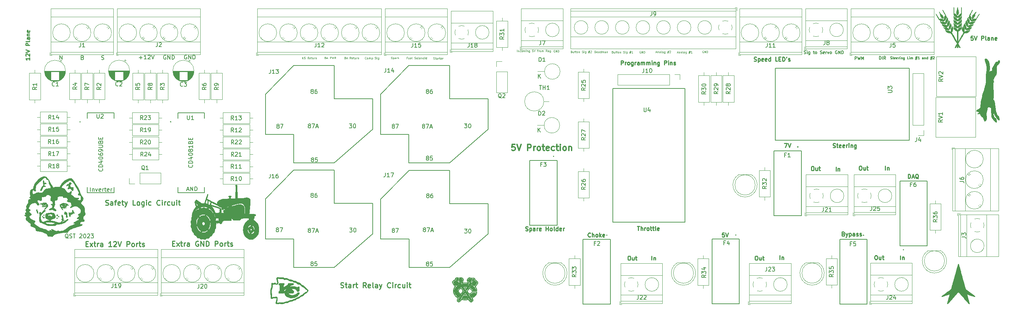
<source format=gbr>
%TF.GenerationSoftware,KiCad,Pcbnew,(5.1.9)-1*%
%TF.CreationDate,2023-01-30T16:09:17-06:00*%
%TF.ProjectId,Motherboard_2023,4d6f7468-6572-4626-9f61-72645f323032,rev?*%
%TF.SameCoordinates,Original*%
%TF.FileFunction,Legend,Top*%
%TF.FilePolarity,Positive*%
%FSLAX46Y46*%
G04 Gerber Fmt 4.6, Leading zero omitted, Abs format (unit mm)*
G04 Created by KiCad (PCBNEW (5.1.9)-1) date 2023-01-30 16:09:17*
%MOMM*%
%LPD*%
G01*
G04 APERTURE LIST*
%ADD10C,0.250000*%
%ADD11C,0.150000*%
%ADD12C,0.187500*%
%ADD13C,0.125000*%
%ADD14C,0.300000*%
%ADD15C,0.100000*%
%ADD16C,0.200000*%
%ADD17C,0.010000*%
%ADD18C,0.120000*%
%ADD19C,0.127000*%
G04 APERTURE END LIST*
D10*
X273762380Y-47332380D02*
X273286190Y-47332380D01*
X273238571Y-47808571D01*
X273286190Y-47760952D01*
X273381428Y-47713333D01*
X273619523Y-47713333D01*
X273714761Y-47760952D01*
X273762380Y-47808571D01*
X273810000Y-47903809D01*
X273810000Y-48141904D01*
X273762380Y-48237142D01*
X273714761Y-48284761D01*
X273619523Y-48332380D01*
X273381428Y-48332380D01*
X273286190Y-48284761D01*
X273238571Y-48237142D01*
X274095714Y-47332380D02*
X274429047Y-48332380D01*
X274762380Y-47332380D01*
X275857619Y-48332380D02*
X275857619Y-47332380D01*
X276238571Y-47332380D01*
X276333809Y-47380000D01*
X276381428Y-47427619D01*
X276429047Y-47522857D01*
X276429047Y-47665714D01*
X276381428Y-47760952D01*
X276333809Y-47808571D01*
X276238571Y-47856190D01*
X275857619Y-47856190D01*
X277000476Y-48332380D02*
X276905238Y-48284761D01*
X276857619Y-48189523D01*
X276857619Y-47332380D01*
X277810000Y-48332380D02*
X277810000Y-47808571D01*
X277762380Y-47713333D01*
X277667142Y-47665714D01*
X277476666Y-47665714D01*
X277381428Y-47713333D01*
X277810000Y-48284761D02*
X277714761Y-48332380D01*
X277476666Y-48332380D01*
X277381428Y-48284761D01*
X277333809Y-48189523D01*
X277333809Y-48094285D01*
X277381428Y-47999047D01*
X277476666Y-47951428D01*
X277714761Y-47951428D01*
X277810000Y-47903809D01*
X278286190Y-47665714D02*
X278286190Y-48332380D01*
X278286190Y-47760952D02*
X278333809Y-47713333D01*
X278429047Y-47665714D01*
X278571904Y-47665714D01*
X278667142Y-47713333D01*
X278714761Y-47808571D01*
X278714761Y-48332380D01*
X279571904Y-48284761D02*
X279476666Y-48332380D01*
X279286190Y-48332380D01*
X279190952Y-48284761D01*
X279143333Y-48189523D01*
X279143333Y-47808571D01*
X279190952Y-47713333D01*
X279286190Y-47665714D01*
X279476666Y-47665714D01*
X279571904Y-47713333D01*
X279619523Y-47808571D01*
X279619523Y-47903809D01*
X279143333Y-47999047D01*
X41262380Y-52646190D02*
X41262380Y-53217619D01*
X41262380Y-52931904D02*
X40262380Y-52931904D01*
X40405238Y-53027142D01*
X40500476Y-53122380D01*
X40548095Y-53217619D01*
X40357619Y-52265238D02*
X40310000Y-52217619D01*
X40262380Y-52122380D01*
X40262380Y-51884285D01*
X40310000Y-51789047D01*
X40357619Y-51741428D01*
X40452857Y-51693809D01*
X40548095Y-51693809D01*
X40690952Y-51741428D01*
X41262380Y-52312857D01*
X41262380Y-51693809D01*
X40262380Y-51408095D02*
X41262380Y-51074761D01*
X40262380Y-50741428D01*
X41262380Y-49646190D02*
X40262380Y-49646190D01*
X40262380Y-49265238D01*
X40310000Y-49170000D01*
X40357619Y-49122380D01*
X40452857Y-49074761D01*
X40595714Y-49074761D01*
X40690952Y-49122380D01*
X40738571Y-49170000D01*
X40786190Y-49265238D01*
X40786190Y-49646190D01*
X41262380Y-48503333D02*
X41214761Y-48598571D01*
X41119523Y-48646190D01*
X40262380Y-48646190D01*
X41262380Y-47693809D02*
X40738571Y-47693809D01*
X40643333Y-47741428D01*
X40595714Y-47836666D01*
X40595714Y-48027142D01*
X40643333Y-48122380D01*
X41214761Y-47693809D02*
X41262380Y-47789047D01*
X41262380Y-48027142D01*
X41214761Y-48122380D01*
X41119523Y-48170000D01*
X41024285Y-48170000D01*
X40929047Y-48122380D01*
X40881428Y-48027142D01*
X40881428Y-47789047D01*
X40833809Y-47693809D01*
X40595714Y-47217619D02*
X41262380Y-47217619D01*
X40690952Y-47217619D02*
X40643333Y-47170000D01*
X40595714Y-47074761D01*
X40595714Y-46931904D01*
X40643333Y-46836666D01*
X40738571Y-46789047D01*
X41262380Y-46789047D01*
X41214761Y-45931904D02*
X41262380Y-46027142D01*
X41262380Y-46217619D01*
X41214761Y-46312857D01*
X41119523Y-46360476D01*
X40738571Y-46360476D01*
X40643333Y-46312857D01*
X40595714Y-46217619D01*
X40595714Y-46027142D01*
X40643333Y-45931904D01*
X40738571Y-45884285D01*
X40833809Y-45884285D01*
X40929047Y-46360476D01*
X257775714Y-82432380D02*
X257775714Y-81432380D01*
X258013809Y-81432380D01*
X258156666Y-81480000D01*
X258251904Y-81575238D01*
X258299523Y-81670476D01*
X258347142Y-81860952D01*
X258347142Y-82003809D01*
X258299523Y-82194285D01*
X258251904Y-82289523D01*
X258156666Y-82384761D01*
X258013809Y-82432380D01*
X257775714Y-82432380D01*
X258728095Y-82146666D02*
X259204285Y-82146666D01*
X258632857Y-82432380D02*
X258966190Y-81432380D01*
X259299523Y-82432380D01*
X260299523Y-82527619D02*
X260204285Y-82480000D01*
X260109047Y-82384761D01*
X259966190Y-82241904D01*
X259870952Y-82194285D01*
X259775714Y-82194285D01*
X259823333Y-82432380D02*
X259728095Y-82384761D01*
X259632857Y-82289523D01*
X259585238Y-82099047D01*
X259585238Y-81765714D01*
X259632857Y-81575238D01*
X259728095Y-81480000D01*
X259823333Y-81432380D01*
X260013809Y-81432380D01*
X260109047Y-81480000D01*
X260204285Y-81575238D01*
X260251904Y-81765714D01*
X260251904Y-82099047D01*
X260204285Y-82289523D01*
X260109047Y-82384761D01*
X260013809Y-82432380D01*
X259823333Y-82432380D01*
X245916666Y-79412380D02*
X246107142Y-79412380D01*
X246202380Y-79460000D01*
X246297619Y-79555238D01*
X246345238Y-79745714D01*
X246345238Y-80079047D01*
X246297619Y-80269523D01*
X246202380Y-80364761D01*
X246107142Y-80412380D01*
X245916666Y-80412380D01*
X245821428Y-80364761D01*
X245726190Y-80269523D01*
X245678571Y-80079047D01*
X245678571Y-79745714D01*
X245726190Y-79555238D01*
X245821428Y-79460000D01*
X245916666Y-79412380D01*
X247202380Y-79745714D02*
X247202380Y-80412380D01*
X246773809Y-79745714D02*
X246773809Y-80269523D01*
X246821428Y-80364761D01*
X246916666Y-80412380D01*
X247059523Y-80412380D01*
X247154761Y-80364761D01*
X247202380Y-80317142D01*
X247535714Y-79745714D02*
X247916666Y-79745714D01*
X247678571Y-79412380D02*
X247678571Y-80269523D01*
X247726190Y-80364761D01*
X247821428Y-80412380D01*
X247916666Y-80412380D01*
X252137619Y-80402380D02*
X252137619Y-79402380D01*
X252613809Y-79735714D02*
X252613809Y-80402380D01*
X252613809Y-79830952D02*
X252661428Y-79783333D01*
X252756666Y-79735714D01*
X252899523Y-79735714D01*
X252994761Y-79783333D01*
X253042380Y-79878571D01*
X253042380Y-80402380D01*
X241836190Y-96168571D02*
X241979047Y-96216190D01*
X242026666Y-96263809D01*
X242074285Y-96359047D01*
X242074285Y-96501904D01*
X242026666Y-96597142D01*
X241979047Y-96644761D01*
X241883809Y-96692380D01*
X241502857Y-96692380D01*
X241502857Y-95692380D01*
X241836190Y-95692380D01*
X241931428Y-95740000D01*
X241979047Y-95787619D01*
X242026666Y-95882857D01*
X242026666Y-95978095D01*
X241979047Y-96073333D01*
X241931428Y-96120952D01*
X241836190Y-96168571D01*
X241502857Y-96168571D01*
X242407619Y-96025714D02*
X242645714Y-96692380D01*
X242883809Y-96025714D02*
X242645714Y-96692380D01*
X242550476Y-96930476D01*
X242502857Y-96978095D01*
X242407619Y-97025714D01*
X243264761Y-96025714D02*
X243264761Y-97025714D01*
X243264761Y-96073333D02*
X243360000Y-96025714D01*
X243550476Y-96025714D01*
X243645714Y-96073333D01*
X243693333Y-96120952D01*
X243740952Y-96216190D01*
X243740952Y-96501904D01*
X243693333Y-96597142D01*
X243645714Y-96644761D01*
X243550476Y-96692380D01*
X243360000Y-96692380D01*
X243264761Y-96644761D01*
X244598095Y-96692380D02*
X244598095Y-96168571D01*
X244550476Y-96073333D01*
X244455238Y-96025714D01*
X244264761Y-96025714D01*
X244169523Y-96073333D01*
X244598095Y-96644761D02*
X244502857Y-96692380D01*
X244264761Y-96692380D01*
X244169523Y-96644761D01*
X244121904Y-96549523D01*
X244121904Y-96454285D01*
X244169523Y-96359047D01*
X244264761Y-96311428D01*
X244502857Y-96311428D01*
X244598095Y-96263809D01*
X245026666Y-96644761D02*
X245121904Y-96692380D01*
X245312380Y-96692380D01*
X245407619Y-96644761D01*
X245455238Y-96549523D01*
X245455238Y-96501904D01*
X245407619Y-96406666D01*
X245312380Y-96359047D01*
X245169523Y-96359047D01*
X245074285Y-96311428D01*
X245026666Y-96216190D01*
X245026666Y-96168571D01*
X245074285Y-96073333D01*
X245169523Y-96025714D01*
X245312380Y-96025714D01*
X245407619Y-96073333D01*
X245836190Y-96644761D02*
X245931428Y-96692380D01*
X246121904Y-96692380D01*
X246217142Y-96644761D01*
X246264761Y-96549523D01*
X246264761Y-96501904D01*
X246217142Y-96406666D01*
X246121904Y-96359047D01*
X245979047Y-96359047D01*
X245883809Y-96311428D01*
X245836190Y-96216190D01*
X245836190Y-96168571D01*
X245883809Y-96073333D01*
X245979047Y-96025714D01*
X246121904Y-96025714D01*
X246217142Y-96073333D01*
X249766666Y-101522380D02*
X249957142Y-101522380D01*
X250052380Y-101570000D01*
X250147619Y-101665238D01*
X250195238Y-101855714D01*
X250195238Y-102189047D01*
X250147619Y-102379523D01*
X250052380Y-102474761D01*
X249957142Y-102522380D01*
X249766666Y-102522380D01*
X249671428Y-102474761D01*
X249576190Y-102379523D01*
X249528571Y-102189047D01*
X249528571Y-101855714D01*
X249576190Y-101665238D01*
X249671428Y-101570000D01*
X249766666Y-101522380D01*
X251052380Y-101855714D02*
X251052380Y-102522380D01*
X250623809Y-101855714D02*
X250623809Y-102379523D01*
X250671428Y-102474761D01*
X250766666Y-102522380D01*
X250909523Y-102522380D01*
X251004761Y-102474761D01*
X251052380Y-102427142D01*
X251385714Y-101855714D02*
X251766666Y-101855714D01*
X251528571Y-101522380D02*
X251528571Y-102379523D01*
X251576190Y-102474761D01*
X251671428Y-102522380D01*
X251766666Y-102522380D01*
X255887619Y-102552380D02*
X255887619Y-101552380D01*
X256363809Y-101885714D02*
X256363809Y-102552380D01*
X256363809Y-101980952D02*
X256411428Y-101933333D01*
X256506666Y-101885714D01*
X256649523Y-101885714D01*
X256744761Y-101933333D01*
X256792380Y-102028571D01*
X256792380Y-102552380D01*
X163471904Y-95344761D02*
X163614761Y-95392380D01*
X163852857Y-95392380D01*
X163948095Y-95344761D01*
X163995714Y-95297142D01*
X164043333Y-95201904D01*
X164043333Y-95106666D01*
X163995714Y-95011428D01*
X163948095Y-94963809D01*
X163852857Y-94916190D01*
X163662380Y-94868571D01*
X163567142Y-94820952D01*
X163519523Y-94773333D01*
X163471904Y-94678095D01*
X163471904Y-94582857D01*
X163519523Y-94487619D01*
X163567142Y-94440000D01*
X163662380Y-94392380D01*
X163900476Y-94392380D01*
X164043333Y-94440000D01*
X164471904Y-94725714D02*
X164471904Y-95725714D01*
X164471904Y-94773333D02*
X164567142Y-94725714D01*
X164757619Y-94725714D01*
X164852857Y-94773333D01*
X164900476Y-94820952D01*
X164948095Y-94916190D01*
X164948095Y-95201904D01*
X164900476Y-95297142D01*
X164852857Y-95344761D01*
X164757619Y-95392380D01*
X164567142Y-95392380D01*
X164471904Y-95344761D01*
X165805238Y-95392380D02*
X165805238Y-94868571D01*
X165757619Y-94773333D01*
X165662380Y-94725714D01*
X165471904Y-94725714D01*
X165376666Y-94773333D01*
X165805238Y-95344761D02*
X165710000Y-95392380D01*
X165471904Y-95392380D01*
X165376666Y-95344761D01*
X165329047Y-95249523D01*
X165329047Y-95154285D01*
X165376666Y-95059047D01*
X165471904Y-95011428D01*
X165710000Y-95011428D01*
X165805238Y-94963809D01*
X166281428Y-95392380D02*
X166281428Y-94725714D01*
X166281428Y-94916190D02*
X166329047Y-94820952D01*
X166376666Y-94773333D01*
X166471904Y-94725714D01*
X166567142Y-94725714D01*
X167281428Y-95344761D02*
X167186190Y-95392380D01*
X166995714Y-95392380D01*
X166900476Y-95344761D01*
X166852857Y-95249523D01*
X166852857Y-94868571D01*
X166900476Y-94773333D01*
X166995714Y-94725714D01*
X167186190Y-94725714D01*
X167281428Y-94773333D01*
X167329047Y-94868571D01*
X167329047Y-94963809D01*
X166852857Y-95059047D01*
X168519523Y-95392380D02*
X168519523Y-94392380D01*
X168519523Y-94868571D02*
X169090952Y-94868571D01*
X169090952Y-95392380D02*
X169090952Y-94392380D01*
X169710000Y-95392380D02*
X169614761Y-95344761D01*
X169567142Y-95297142D01*
X169519523Y-95201904D01*
X169519523Y-94916190D01*
X169567142Y-94820952D01*
X169614761Y-94773333D01*
X169710000Y-94725714D01*
X169852857Y-94725714D01*
X169948095Y-94773333D01*
X169995714Y-94820952D01*
X170043333Y-94916190D01*
X170043333Y-95201904D01*
X169995714Y-95297142D01*
X169948095Y-95344761D01*
X169852857Y-95392380D01*
X169710000Y-95392380D01*
X170614761Y-95392380D02*
X170519523Y-95344761D01*
X170471904Y-95249523D01*
X170471904Y-94392380D01*
X171424285Y-95392380D02*
X171424285Y-94392380D01*
X171424285Y-95344761D02*
X171329047Y-95392380D01*
X171138571Y-95392380D01*
X171043333Y-95344761D01*
X170995714Y-95297142D01*
X170948095Y-95201904D01*
X170948095Y-94916190D01*
X170995714Y-94820952D01*
X171043333Y-94773333D01*
X171138571Y-94725714D01*
X171329047Y-94725714D01*
X171424285Y-94773333D01*
X172281428Y-95344761D02*
X172186190Y-95392380D01*
X171995714Y-95392380D01*
X171900476Y-95344761D01*
X171852857Y-95249523D01*
X171852857Y-94868571D01*
X171900476Y-94773333D01*
X171995714Y-94725714D01*
X172186190Y-94725714D01*
X172281428Y-94773333D01*
X172329047Y-94868571D01*
X172329047Y-94963809D01*
X171852857Y-95059047D01*
X172757619Y-95392380D02*
X172757619Y-94725714D01*
X172757619Y-94916190D02*
X172805238Y-94820952D01*
X172852857Y-94773333D01*
X172948095Y-94725714D01*
X173043333Y-94725714D01*
X234126666Y-79532380D02*
X234317142Y-79532380D01*
X234412380Y-79580000D01*
X234507619Y-79675238D01*
X234555238Y-79865714D01*
X234555238Y-80199047D01*
X234507619Y-80389523D01*
X234412380Y-80484761D01*
X234317142Y-80532380D01*
X234126666Y-80532380D01*
X234031428Y-80484761D01*
X233936190Y-80389523D01*
X233888571Y-80199047D01*
X233888571Y-79865714D01*
X233936190Y-79675238D01*
X234031428Y-79580000D01*
X234126666Y-79532380D01*
X235412380Y-79865714D02*
X235412380Y-80532380D01*
X234983809Y-79865714D02*
X234983809Y-80389523D01*
X235031428Y-80484761D01*
X235126666Y-80532380D01*
X235269523Y-80532380D01*
X235364761Y-80484761D01*
X235412380Y-80437142D01*
X235745714Y-79865714D02*
X236126666Y-79865714D01*
X235888571Y-79532380D02*
X235888571Y-80389523D01*
X235936190Y-80484761D01*
X236031428Y-80532380D01*
X236126666Y-80532380D01*
X240007619Y-80642380D02*
X240007619Y-79642380D01*
X240483809Y-79975714D02*
X240483809Y-80642380D01*
X240483809Y-80070952D02*
X240531428Y-80023333D01*
X240626666Y-79975714D01*
X240769523Y-79975714D01*
X240864761Y-80023333D01*
X240912380Y-80118571D01*
X240912380Y-80642380D01*
X227268095Y-73812380D02*
X227934761Y-73812380D01*
X227506190Y-74812380D01*
X228172857Y-73812380D02*
X228506190Y-74812380D01*
X228839523Y-73812380D01*
X212439523Y-95922380D02*
X211963333Y-95922380D01*
X211915714Y-96398571D01*
X211963333Y-96350952D01*
X212058571Y-96303333D01*
X212296666Y-96303333D01*
X212391904Y-96350952D01*
X212439523Y-96398571D01*
X212487142Y-96493809D01*
X212487142Y-96731904D01*
X212439523Y-96827142D01*
X212391904Y-96874761D01*
X212296666Y-96922380D01*
X212058571Y-96922380D01*
X211963333Y-96874761D01*
X211915714Y-96827142D01*
X212772857Y-95922380D02*
X213106190Y-96922380D01*
X213439523Y-95922380D01*
X220266666Y-101642380D02*
X220457142Y-101642380D01*
X220552380Y-101690000D01*
X220647619Y-101785238D01*
X220695238Y-101975714D01*
X220695238Y-102309047D01*
X220647619Y-102499523D01*
X220552380Y-102594761D01*
X220457142Y-102642380D01*
X220266666Y-102642380D01*
X220171428Y-102594761D01*
X220076190Y-102499523D01*
X220028571Y-102309047D01*
X220028571Y-101975714D01*
X220076190Y-101785238D01*
X220171428Y-101690000D01*
X220266666Y-101642380D01*
X221552380Y-101975714D02*
X221552380Y-102642380D01*
X221123809Y-101975714D02*
X221123809Y-102499523D01*
X221171428Y-102594761D01*
X221266666Y-102642380D01*
X221409523Y-102642380D01*
X221504761Y-102594761D01*
X221552380Y-102547142D01*
X221885714Y-101975714D02*
X222266666Y-101975714D01*
X222028571Y-101642380D02*
X222028571Y-102499523D01*
X222076190Y-102594761D01*
X222171428Y-102642380D01*
X222266666Y-102642380D01*
X226147619Y-102532380D02*
X226147619Y-101532380D01*
X226623809Y-101865714D02*
X226623809Y-102532380D01*
X226623809Y-101960952D02*
X226671428Y-101913333D01*
X226766666Y-101865714D01*
X226909523Y-101865714D01*
X227004761Y-101913333D01*
X227052380Y-102008571D01*
X227052380Y-102532380D01*
X179470476Y-96827142D02*
X179422857Y-96874761D01*
X179280000Y-96922380D01*
X179184761Y-96922380D01*
X179041904Y-96874761D01*
X178946666Y-96779523D01*
X178899047Y-96684285D01*
X178851428Y-96493809D01*
X178851428Y-96350952D01*
X178899047Y-96160476D01*
X178946666Y-96065238D01*
X179041904Y-95970000D01*
X179184761Y-95922380D01*
X179280000Y-95922380D01*
X179422857Y-95970000D01*
X179470476Y-96017619D01*
X179899047Y-96922380D02*
X179899047Y-95922380D01*
X180327619Y-96922380D02*
X180327619Y-96398571D01*
X180280000Y-96303333D01*
X180184761Y-96255714D01*
X180041904Y-96255714D01*
X179946666Y-96303333D01*
X179899047Y-96350952D01*
X180946666Y-96922380D02*
X180851428Y-96874761D01*
X180803809Y-96827142D01*
X180756190Y-96731904D01*
X180756190Y-96446190D01*
X180803809Y-96350952D01*
X180851428Y-96303333D01*
X180946666Y-96255714D01*
X181089523Y-96255714D01*
X181184761Y-96303333D01*
X181232380Y-96350952D01*
X181280000Y-96446190D01*
X181280000Y-96731904D01*
X181232380Y-96827142D01*
X181184761Y-96874761D01*
X181089523Y-96922380D01*
X180946666Y-96922380D01*
X181708571Y-96922380D02*
X181708571Y-95922380D01*
X181803809Y-96541428D02*
X182089523Y-96922380D01*
X182089523Y-96255714D02*
X181708571Y-96636666D01*
X182899047Y-96874761D02*
X182803809Y-96922380D01*
X182613333Y-96922380D01*
X182518095Y-96874761D01*
X182470476Y-96779523D01*
X182470476Y-96398571D01*
X182518095Y-96303333D01*
X182613333Y-96255714D01*
X182803809Y-96255714D01*
X182899047Y-96303333D01*
X182946666Y-96398571D01*
X182946666Y-96493809D01*
X182470476Y-96589047D01*
X188916666Y-101642380D02*
X189107142Y-101642380D01*
X189202380Y-101690000D01*
X189297619Y-101785238D01*
X189345238Y-101975714D01*
X189345238Y-102309047D01*
X189297619Y-102499523D01*
X189202380Y-102594761D01*
X189107142Y-102642380D01*
X188916666Y-102642380D01*
X188821428Y-102594761D01*
X188726190Y-102499523D01*
X188678571Y-102309047D01*
X188678571Y-101975714D01*
X188726190Y-101785238D01*
X188821428Y-101690000D01*
X188916666Y-101642380D01*
X190202380Y-101975714D02*
X190202380Y-102642380D01*
X189773809Y-101975714D02*
X189773809Y-102499523D01*
X189821428Y-102594761D01*
X189916666Y-102642380D01*
X190059523Y-102642380D01*
X190154761Y-102594761D01*
X190202380Y-102547142D01*
X190535714Y-101975714D02*
X190916666Y-101975714D01*
X190678571Y-101642380D02*
X190678571Y-102499523D01*
X190726190Y-102594761D01*
X190821428Y-102642380D01*
X190916666Y-102642380D01*
X194577619Y-102642380D02*
X194577619Y-101642380D01*
X195053809Y-101975714D02*
X195053809Y-102642380D01*
X195053809Y-102070952D02*
X195101428Y-102023333D01*
X195196666Y-101975714D01*
X195339523Y-101975714D01*
X195434761Y-102023333D01*
X195482380Y-102118571D01*
X195482380Y-102642380D01*
X239249047Y-74814761D02*
X239391904Y-74862380D01*
X239630000Y-74862380D01*
X239725238Y-74814761D01*
X239772857Y-74767142D01*
X239820476Y-74671904D01*
X239820476Y-74576666D01*
X239772857Y-74481428D01*
X239725238Y-74433809D01*
X239630000Y-74386190D01*
X239439523Y-74338571D01*
X239344285Y-74290952D01*
X239296666Y-74243333D01*
X239249047Y-74148095D01*
X239249047Y-74052857D01*
X239296666Y-73957619D01*
X239344285Y-73910000D01*
X239439523Y-73862380D01*
X239677619Y-73862380D01*
X239820476Y-73910000D01*
X240106190Y-74195714D02*
X240487142Y-74195714D01*
X240249047Y-73862380D02*
X240249047Y-74719523D01*
X240296666Y-74814761D01*
X240391904Y-74862380D01*
X240487142Y-74862380D01*
X241201428Y-74814761D02*
X241106190Y-74862380D01*
X240915714Y-74862380D01*
X240820476Y-74814761D01*
X240772857Y-74719523D01*
X240772857Y-74338571D01*
X240820476Y-74243333D01*
X240915714Y-74195714D01*
X241106190Y-74195714D01*
X241201428Y-74243333D01*
X241249047Y-74338571D01*
X241249047Y-74433809D01*
X240772857Y-74529047D01*
X242058571Y-74814761D02*
X241963333Y-74862380D01*
X241772857Y-74862380D01*
X241677619Y-74814761D01*
X241630000Y-74719523D01*
X241630000Y-74338571D01*
X241677619Y-74243333D01*
X241772857Y-74195714D01*
X241963333Y-74195714D01*
X242058571Y-74243333D01*
X242106190Y-74338571D01*
X242106190Y-74433809D01*
X241630000Y-74529047D01*
X242534761Y-74862380D02*
X242534761Y-74195714D01*
X242534761Y-74386190D02*
X242582380Y-74290952D01*
X242630000Y-74243333D01*
X242725238Y-74195714D01*
X242820476Y-74195714D01*
X243153809Y-74862380D02*
X243153809Y-74195714D01*
X243153809Y-73862380D02*
X243106190Y-73910000D01*
X243153809Y-73957619D01*
X243201428Y-73910000D01*
X243153809Y-73862380D01*
X243153809Y-73957619D01*
X243630000Y-74195714D02*
X243630000Y-74862380D01*
X243630000Y-74290952D02*
X243677619Y-74243333D01*
X243772857Y-74195714D01*
X243915714Y-74195714D01*
X244010952Y-74243333D01*
X244058571Y-74338571D01*
X244058571Y-74862380D01*
X244963333Y-74195714D02*
X244963333Y-75005238D01*
X244915714Y-75100476D01*
X244868095Y-75148095D01*
X244772857Y-75195714D01*
X244630000Y-75195714D01*
X244534761Y-75148095D01*
X244963333Y-74814761D02*
X244868095Y-74862380D01*
X244677619Y-74862380D01*
X244582380Y-74814761D01*
X244534761Y-74767142D01*
X244487142Y-74671904D01*
X244487142Y-74386190D01*
X244534761Y-74290952D01*
X244582380Y-74243333D01*
X244677619Y-74195714D01*
X244868095Y-74195714D01*
X244963333Y-74243333D01*
D11*
X253445714Y-52982857D02*
X253531428Y-53011428D01*
X253674285Y-53011428D01*
X253731428Y-52982857D01*
X253760000Y-52954285D01*
X253788571Y-52897142D01*
X253788571Y-52840000D01*
X253760000Y-52782857D01*
X253731428Y-52754285D01*
X253674285Y-52725714D01*
X253560000Y-52697142D01*
X253502857Y-52668571D01*
X253474285Y-52640000D01*
X253445714Y-52582857D01*
X253445714Y-52525714D01*
X253474285Y-52468571D01*
X253502857Y-52440000D01*
X253560000Y-52411428D01*
X253702857Y-52411428D01*
X253788571Y-52440000D01*
X253960000Y-52611428D02*
X254188571Y-52611428D01*
X254045714Y-52411428D02*
X254045714Y-52925714D01*
X254074285Y-52982857D01*
X254131428Y-53011428D01*
X254188571Y-53011428D01*
X254617142Y-52982857D02*
X254560000Y-53011428D01*
X254445714Y-53011428D01*
X254388571Y-52982857D01*
X254360000Y-52925714D01*
X254360000Y-52697142D01*
X254388571Y-52640000D01*
X254445714Y-52611428D01*
X254560000Y-52611428D01*
X254617142Y-52640000D01*
X254645714Y-52697142D01*
X254645714Y-52754285D01*
X254360000Y-52811428D01*
X255131428Y-52982857D02*
X255074285Y-53011428D01*
X254960000Y-53011428D01*
X254902857Y-52982857D01*
X254874285Y-52925714D01*
X254874285Y-52697142D01*
X254902857Y-52640000D01*
X254960000Y-52611428D01*
X255074285Y-52611428D01*
X255131428Y-52640000D01*
X255160000Y-52697142D01*
X255160000Y-52754285D01*
X254874285Y-52811428D01*
X255417142Y-53011428D02*
X255417142Y-52611428D01*
X255417142Y-52725714D02*
X255445714Y-52668571D01*
X255474285Y-52640000D01*
X255531428Y-52611428D01*
X255588571Y-52611428D01*
X255788571Y-53011428D02*
X255788571Y-52611428D01*
X255788571Y-52411428D02*
X255760000Y-52440000D01*
X255788571Y-52468571D01*
X255817142Y-52440000D01*
X255788571Y-52411428D01*
X255788571Y-52468571D01*
X256074285Y-52611428D02*
X256074285Y-53011428D01*
X256074285Y-52668571D02*
X256102857Y-52640000D01*
X256160000Y-52611428D01*
X256245714Y-52611428D01*
X256302857Y-52640000D01*
X256331428Y-52697142D01*
X256331428Y-53011428D01*
X256874285Y-52611428D02*
X256874285Y-53097142D01*
X256845714Y-53154285D01*
X256817142Y-53182857D01*
X256760000Y-53211428D01*
X256674285Y-53211428D01*
X256617142Y-53182857D01*
X256874285Y-52982857D02*
X256817142Y-53011428D01*
X256702857Y-53011428D01*
X256645714Y-52982857D01*
X256617142Y-52954285D01*
X256588571Y-52897142D01*
X256588571Y-52725714D01*
X256617142Y-52668571D01*
X256645714Y-52640000D01*
X256702857Y-52611428D01*
X256817142Y-52611428D01*
X256874285Y-52640000D01*
X257902857Y-53011428D02*
X257617142Y-53011428D01*
X257617142Y-52411428D01*
X258102857Y-53011428D02*
X258102857Y-52611428D01*
X258102857Y-52411428D02*
X258074285Y-52440000D01*
X258102857Y-52468571D01*
X258131428Y-52440000D01*
X258102857Y-52411428D01*
X258102857Y-52468571D01*
X258388571Y-53011428D02*
X258388571Y-52611428D01*
X258388571Y-52668571D02*
X258417142Y-52640000D01*
X258474285Y-52611428D01*
X258560000Y-52611428D01*
X258617142Y-52640000D01*
X258645714Y-52697142D01*
X258645714Y-53011428D01*
X258645714Y-52697142D02*
X258674285Y-52640000D01*
X258731428Y-52611428D01*
X258817142Y-52611428D01*
X258874285Y-52640000D01*
X258902857Y-52697142D01*
X258902857Y-53011428D01*
X259617142Y-52611428D02*
X260045714Y-52611428D01*
X259788571Y-52354285D02*
X259617142Y-53125714D01*
X259988571Y-52868571D02*
X259560000Y-52868571D01*
X259817142Y-53125714D02*
X259988571Y-52354285D01*
X260560000Y-53011428D02*
X260217142Y-53011428D01*
X260388571Y-53011428D02*
X260388571Y-52411428D01*
X260331428Y-52497142D01*
X260274285Y-52554285D01*
X260217142Y-52582857D01*
X261531428Y-53011428D02*
X261531428Y-52697142D01*
X261502857Y-52640000D01*
X261445714Y-52611428D01*
X261331428Y-52611428D01*
X261274285Y-52640000D01*
X261531428Y-52982857D02*
X261474285Y-53011428D01*
X261331428Y-53011428D01*
X261274285Y-52982857D01*
X261245714Y-52925714D01*
X261245714Y-52868571D01*
X261274285Y-52811428D01*
X261331428Y-52782857D01*
X261474285Y-52782857D01*
X261531428Y-52754285D01*
X261817142Y-52611428D02*
X261817142Y-53011428D01*
X261817142Y-52668571D02*
X261845714Y-52640000D01*
X261902857Y-52611428D01*
X261988571Y-52611428D01*
X262045714Y-52640000D01*
X262074285Y-52697142D01*
X262074285Y-53011428D01*
X262617142Y-53011428D02*
X262617142Y-52411428D01*
X262617142Y-52982857D02*
X262560000Y-53011428D01*
X262445714Y-53011428D01*
X262388571Y-52982857D01*
X262360000Y-52954285D01*
X262331428Y-52897142D01*
X262331428Y-52725714D01*
X262360000Y-52668571D01*
X262388571Y-52640000D01*
X262445714Y-52611428D01*
X262560000Y-52611428D01*
X262617142Y-52640000D01*
X263331428Y-52611428D02*
X263760000Y-52611428D01*
X263502857Y-52354285D02*
X263331428Y-53125714D01*
X263702857Y-52868571D02*
X263274285Y-52868571D01*
X263531428Y-53125714D02*
X263702857Y-52354285D01*
X263931428Y-52468571D02*
X263960000Y-52440000D01*
X264017142Y-52411428D01*
X264160000Y-52411428D01*
X264217142Y-52440000D01*
X264245714Y-52468571D01*
X264274285Y-52525714D01*
X264274285Y-52582857D01*
X264245714Y-52668571D01*
X263902857Y-53011428D01*
X264274285Y-53011428D01*
D12*
X250690000Y-53089285D02*
X250690000Y-52339285D01*
X250868571Y-52339285D01*
X250975714Y-52375000D01*
X251047142Y-52446428D01*
X251082857Y-52517857D01*
X251118571Y-52660714D01*
X251118571Y-52767857D01*
X251082857Y-52910714D01*
X251047142Y-52982142D01*
X250975714Y-53053571D01*
X250868571Y-53089285D01*
X250690000Y-53089285D01*
X251440000Y-53089285D02*
X251440000Y-52339285D01*
X252225714Y-53089285D02*
X251975714Y-52732142D01*
X251797142Y-53089285D02*
X251797142Y-52339285D01*
X252082857Y-52339285D01*
X252154285Y-52375000D01*
X252190000Y-52410714D01*
X252225714Y-52482142D01*
X252225714Y-52589285D01*
X252190000Y-52660714D01*
X252154285Y-52696428D01*
X252082857Y-52732142D01*
X251797142Y-52732142D01*
X244686428Y-53169285D02*
X244686428Y-52419285D01*
X244972142Y-52419285D01*
X245043571Y-52455000D01*
X245079285Y-52490714D01*
X245115000Y-52562142D01*
X245115000Y-52669285D01*
X245079285Y-52740714D01*
X245043571Y-52776428D01*
X244972142Y-52812142D01*
X244686428Y-52812142D01*
X245365000Y-52419285D02*
X245543571Y-53169285D01*
X245686428Y-52633571D01*
X245829285Y-53169285D01*
X246007857Y-52419285D01*
X246293571Y-53169285D02*
X246293571Y-52419285D01*
X246543571Y-52955000D01*
X246793571Y-52419285D01*
X246793571Y-53169285D01*
D10*
X190987142Y-94322380D02*
X191558571Y-94322380D01*
X191272857Y-95322380D02*
X191272857Y-94322380D01*
X191891904Y-95322380D02*
X191891904Y-94322380D01*
X192320476Y-95322380D02*
X192320476Y-94798571D01*
X192272857Y-94703333D01*
X192177619Y-94655714D01*
X192034761Y-94655714D01*
X191939523Y-94703333D01*
X191891904Y-94750952D01*
X192796666Y-95322380D02*
X192796666Y-94655714D01*
X192796666Y-94846190D02*
X192844285Y-94750952D01*
X192891904Y-94703333D01*
X192987142Y-94655714D01*
X193082380Y-94655714D01*
X193558571Y-95322380D02*
X193463333Y-95274761D01*
X193415714Y-95227142D01*
X193368095Y-95131904D01*
X193368095Y-94846190D01*
X193415714Y-94750952D01*
X193463333Y-94703333D01*
X193558571Y-94655714D01*
X193701428Y-94655714D01*
X193796666Y-94703333D01*
X193844285Y-94750952D01*
X193891904Y-94846190D01*
X193891904Y-95131904D01*
X193844285Y-95227142D01*
X193796666Y-95274761D01*
X193701428Y-95322380D01*
X193558571Y-95322380D01*
X194177619Y-94655714D02*
X194558571Y-94655714D01*
X194320476Y-94322380D02*
X194320476Y-95179523D01*
X194368095Y-95274761D01*
X194463333Y-95322380D01*
X194558571Y-95322380D01*
X194749047Y-94655714D02*
X195130000Y-94655714D01*
X194891904Y-94322380D02*
X194891904Y-95179523D01*
X194939523Y-95274761D01*
X195034761Y-95322380D01*
X195130000Y-95322380D01*
X195606190Y-95322380D02*
X195510952Y-95274761D01*
X195463333Y-95179523D01*
X195463333Y-94322380D01*
X196368095Y-95274761D02*
X196272857Y-95322380D01*
X196082380Y-95322380D01*
X195987142Y-95274761D01*
X195939523Y-95179523D01*
X195939523Y-94798571D01*
X195987142Y-94703333D01*
X196082380Y-94655714D01*
X196272857Y-94655714D01*
X196368095Y-94703333D01*
X196415714Y-94798571D01*
X196415714Y-94893809D01*
X195939523Y-94989047D01*
X187008571Y-54422380D02*
X187008571Y-53422380D01*
X187389523Y-53422380D01*
X187484761Y-53470000D01*
X187532380Y-53517619D01*
X187580000Y-53612857D01*
X187580000Y-53755714D01*
X187532380Y-53850952D01*
X187484761Y-53898571D01*
X187389523Y-53946190D01*
X187008571Y-53946190D01*
X188008571Y-54422380D02*
X188008571Y-53755714D01*
X188008571Y-53946190D02*
X188056190Y-53850952D01*
X188103809Y-53803333D01*
X188199047Y-53755714D01*
X188294285Y-53755714D01*
X188770476Y-54422380D02*
X188675238Y-54374761D01*
X188627619Y-54327142D01*
X188580000Y-54231904D01*
X188580000Y-53946190D01*
X188627619Y-53850952D01*
X188675238Y-53803333D01*
X188770476Y-53755714D01*
X188913333Y-53755714D01*
X189008571Y-53803333D01*
X189056190Y-53850952D01*
X189103809Y-53946190D01*
X189103809Y-54231904D01*
X189056190Y-54327142D01*
X189008571Y-54374761D01*
X188913333Y-54422380D01*
X188770476Y-54422380D01*
X189960952Y-53755714D02*
X189960952Y-54565238D01*
X189913333Y-54660476D01*
X189865714Y-54708095D01*
X189770476Y-54755714D01*
X189627619Y-54755714D01*
X189532380Y-54708095D01*
X189960952Y-54374761D02*
X189865714Y-54422380D01*
X189675238Y-54422380D01*
X189580000Y-54374761D01*
X189532380Y-54327142D01*
X189484761Y-54231904D01*
X189484761Y-53946190D01*
X189532380Y-53850952D01*
X189580000Y-53803333D01*
X189675238Y-53755714D01*
X189865714Y-53755714D01*
X189960952Y-53803333D01*
X190437142Y-54422380D02*
X190437142Y-53755714D01*
X190437142Y-53946190D02*
X190484761Y-53850952D01*
X190532380Y-53803333D01*
X190627619Y-53755714D01*
X190722857Y-53755714D01*
X191484761Y-54422380D02*
X191484761Y-53898571D01*
X191437142Y-53803333D01*
X191341904Y-53755714D01*
X191151428Y-53755714D01*
X191056190Y-53803333D01*
X191484761Y-54374761D02*
X191389523Y-54422380D01*
X191151428Y-54422380D01*
X191056190Y-54374761D01*
X191008571Y-54279523D01*
X191008571Y-54184285D01*
X191056190Y-54089047D01*
X191151428Y-54041428D01*
X191389523Y-54041428D01*
X191484761Y-53993809D01*
X191960952Y-54422380D02*
X191960952Y-53755714D01*
X191960952Y-53850952D02*
X192008571Y-53803333D01*
X192103809Y-53755714D01*
X192246666Y-53755714D01*
X192341904Y-53803333D01*
X192389523Y-53898571D01*
X192389523Y-54422380D01*
X192389523Y-53898571D02*
X192437142Y-53803333D01*
X192532380Y-53755714D01*
X192675238Y-53755714D01*
X192770476Y-53803333D01*
X192818095Y-53898571D01*
X192818095Y-54422380D01*
X193294285Y-54422380D02*
X193294285Y-53755714D01*
X193294285Y-53850952D02*
X193341904Y-53803333D01*
X193437142Y-53755714D01*
X193580000Y-53755714D01*
X193675238Y-53803333D01*
X193722857Y-53898571D01*
X193722857Y-54422380D01*
X193722857Y-53898571D02*
X193770476Y-53803333D01*
X193865714Y-53755714D01*
X194008571Y-53755714D01*
X194103809Y-53803333D01*
X194151428Y-53898571D01*
X194151428Y-54422380D01*
X194627619Y-54422380D02*
X194627619Y-53755714D01*
X194627619Y-53422380D02*
X194580000Y-53470000D01*
X194627619Y-53517619D01*
X194675238Y-53470000D01*
X194627619Y-53422380D01*
X194627619Y-53517619D01*
X195103809Y-53755714D02*
X195103809Y-54422380D01*
X195103809Y-53850952D02*
X195151428Y-53803333D01*
X195246666Y-53755714D01*
X195389523Y-53755714D01*
X195484761Y-53803333D01*
X195532380Y-53898571D01*
X195532380Y-54422380D01*
X196437142Y-53755714D02*
X196437142Y-54565238D01*
X196389523Y-54660476D01*
X196341904Y-54708095D01*
X196246666Y-54755714D01*
X196103809Y-54755714D01*
X196008571Y-54708095D01*
X196437142Y-54374761D02*
X196341904Y-54422380D01*
X196151428Y-54422380D01*
X196056190Y-54374761D01*
X196008571Y-54327142D01*
X195960952Y-54231904D01*
X195960952Y-53946190D01*
X196008571Y-53850952D01*
X196056190Y-53803333D01*
X196151428Y-53755714D01*
X196341904Y-53755714D01*
X196437142Y-53803333D01*
X197675238Y-54422380D02*
X197675238Y-53422380D01*
X198056190Y-53422380D01*
X198151428Y-53470000D01*
X198199047Y-53517619D01*
X198246666Y-53612857D01*
X198246666Y-53755714D01*
X198199047Y-53850952D01*
X198151428Y-53898571D01*
X198056190Y-53946190D01*
X197675238Y-53946190D01*
X198675238Y-54422380D02*
X198675238Y-53755714D01*
X198675238Y-53422380D02*
X198627619Y-53470000D01*
X198675238Y-53517619D01*
X198722857Y-53470000D01*
X198675238Y-53422380D01*
X198675238Y-53517619D01*
X199151428Y-53755714D02*
X199151428Y-54422380D01*
X199151428Y-53850952D02*
X199199047Y-53803333D01*
X199294285Y-53755714D01*
X199437142Y-53755714D01*
X199532380Y-53803333D01*
X199580000Y-53898571D01*
X199580000Y-54422380D01*
X200008571Y-54374761D02*
X200103809Y-54422380D01*
X200294285Y-54422380D01*
X200389523Y-54374761D01*
X200437142Y-54279523D01*
X200437142Y-54231904D01*
X200389523Y-54136666D01*
X200294285Y-54089047D01*
X200151428Y-54089047D01*
X200056190Y-54041428D01*
X200008571Y-53946190D01*
X200008571Y-53898571D01*
X200056190Y-53803333D01*
X200151428Y-53755714D01*
X200294285Y-53755714D01*
X200389523Y-53803333D01*
D12*
X240258571Y-50995000D02*
X240187142Y-50959285D01*
X240080000Y-50959285D01*
X239972857Y-50995000D01*
X239901428Y-51066428D01*
X239865714Y-51137857D01*
X239830000Y-51280714D01*
X239830000Y-51387857D01*
X239865714Y-51530714D01*
X239901428Y-51602142D01*
X239972857Y-51673571D01*
X240080000Y-51709285D01*
X240151428Y-51709285D01*
X240258571Y-51673571D01*
X240294285Y-51637857D01*
X240294285Y-51387857D01*
X240151428Y-51387857D01*
X240615714Y-51709285D02*
X240615714Y-50959285D01*
X241044285Y-51709285D01*
X241044285Y-50959285D01*
X241401428Y-51709285D02*
X241401428Y-50959285D01*
X241580000Y-50959285D01*
X241687142Y-50995000D01*
X241758571Y-51066428D01*
X241794285Y-51137857D01*
X241830000Y-51280714D01*
X241830000Y-51387857D01*
X241794285Y-51530714D01*
X241758571Y-51602142D01*
X241687142Y-51673571D01*
X241580000Y-51709285D01*
X241401428Y-51709285D01*
X232121428Y-51673571D02*
X232228571Y-51709285D01*
X232407142Y-51709285D01*
X232478571Y-51673571D01*
X232514285Y-51637857D01*
X232550000Y-51566428D01*
X232550000Y-51495000D01*
X232514285Y-51423571D01*
X232478571Y-51387857D01*
X232407142Y-51352142D01*
X232264285Y-51316428D01*
X232192857Y-51280714D01*
X232157142Y-51245000D01*
X232121428Y-51173571D01*
X232121428Y-51102142D01*
X232157142Y-51030714D01*
X232192857Y-50995000D01*
X232264285Y-50959285D01*
X232442857Y-50959285D01*
X232550000Y-50995000D01*
X232871428Y-51709285D02*
X232871428Y-51209285D01*
X232871428Y-50959285D02*
X232835714Y-50995000D01*
X232871428Y-51030714D01*
X232907142Y-50995000D01*
X232871428Y-50959285D01*
X232871428Y-51030714D01*
X233550000Y-51209285D02*
X233550000Y-51816428D01*
X233514285Y-51887857D01*
X233478571Y-51923571D01*
X233407142Y-51959285D01*
X233300000Y-51959285D01*
X233228571Y-51923571D01*
X233550000Y-51673571D02*
X233478571Y-51709285D01*
X233335714Y-51709285D01*
X233264285Y-51673571D01*
X233228571Y-51637857D01*
X233192857Y-51566428D01*
X233192857Y-51352142D01*
X233228571Y-51280714D01*
X233264285Y-51245000D01*
X233335714Y-51209285D01*
X233478571Y-51209285D01*
X233550000Y-51245000D01*
X234371428Y-51209285D02*
X234657142Y-51209285D01*
X234478571Y-50959285D02*
X234478571Y-51602142D01*
X234514285Y-51673571D01*
X234585714Y-51709285D01*
X234657142Y-51709285D01*
X235014285Y-51709285D02*
X234942857Y-51673571D01*
X234907142Y-51637857D01*
X234871428Y-51566428D01*
X234871428Y-51352142D01*
X234907142Y-51280714D01*
X234942857Y-51245000D01*
X235014285Y-51209285D01*
X235121428Y-51209285D01*
X235192857Y-51245000D01*
X235228571Y-51280714D01*
X235264285Y-51352142D01*
X235264285Y-51566428D01*
X235228571Y-51637857D01*
X235192857Y-51673571D01*
X235121428Y-51709285D01*
X235014285Y-51709285D01*
X236121428Y-51673571D02*
X236228571Y-51709285D01*
X236407142Y-51709285D01*
X236478571Y-51673571D01*
X236514285Y-51637857D01*
X236550000Y-51566428D01*
X236550000Y-51495000D01*
X236514285Y-51423571D01*
X236478571Y-51387857D01*
X236407142Y-51352142D01*
X236264285Y-51316428D01*
X236192857Y-51280714D01*
X236157142Y-51245000D01*
X236121428Y-51173571D01*
X236121428Y-51102142D01*
X236157142Y-51030714D01*
X236192857Y-50995000D01*
X236264285Y-50959285D01*
X236442857Y-50959285D01*
X236550000Y-50995000D01*
X237157142Y-51673571D02*
X237085714Y-51709285D01*
X236942857Y-51709285D01*
X236871428Y-51673571D01*
X236835714Y-51602142D01*
X236835714Y-51316428D01*
X236871428Y-51245000D01*
X236942857Y-51209285D01*
X237085714Y-51209285D01*
X237157142Y-51245000D01*
X237192857Y-51316428D01*
X237192857Y-51387857D01*
X236835714Y-51459285D01*
X237514285Y-51709285D02*
X237514285Y-51209285D01*
X237514285Y-51352142D02*
X237550000Y-51280714D01*
X237585714Y-51245000D01*
X237657142Y-51209285D01*
X237728571Y-51209285D01*
X237907142Y-51209285D02*
X238085714Y-51709285D01*
X238264285Y-51209285D01*
X238657142Y-51709285D02*
X238585714Y-51673571D01*
X238550000Y-51637857D01*
X238514285Y-51566428D01*
X238514285Y-51352142D01*
X238550000Y-51280714D01*
X238585714Y-51245000D01*
X238657142Y-51209285D01*
X238764285Y-51209285D01*
X238835714Y-51245000D01*
X238871428Y-51280714D01*
X238907142Y-51352142D01*
X238907142Y-51566428D01*
X238871428Y-51637857D01*
X238835714Y-51673571D01*
X238764285Y-51709285D01*
X238657142Y-51709285D01*
D10*
X219801428Y-53474761D02*
X219944285Y-53522380D01*
X220182380Y-53522380D01*
X220277619Y-53474761D01*
X220325238Y-53427142D01*
X220372857Y-53331904D01*
X220372857Y-53236666D01*
X220325238Y-53141428D01*
X220277619Y-53093809D01*
X220182380Y-53046190D01*
X219991904Y-52998571D01*
X219896666Y-52950952D01*
X219849047Y-52903333D01*
X219801428Y-52808095D01*
X219801428Y-52712857D01*
X219849047Y-52617619D01*
X219896666Y-52570000D01*
X219991904Y-52522380D01*
X220230000Y-52522380D01*
X220372857Y-52570000D01*
X220801428Y-52855714D02*
X220801428Y-53855714D01*
X220801428Y-52903333D02*
X220896666Y-52855714D01*
X221087142Y-52855714D01*
X221182380Y-52903333D01*
X221230000Y-52950952D01*
X221277619Y-53046190D01*
X221277619Y-53331904D01*
X221230000Y-53427142D01*
X221182380Y-53474761D01*
X221087142Y-53522380D01*
X220896666Y-53522380D01*
X220801428Y-53474761D01*
X222087142Y-53474761D02*
X221991904Y-53522380D01*
X221801428Y-53522380D01*
X221706190Y-53474761D01*
X221658571Y-53379523D01*
X221658571Y-52998571D01*
X221706190Y-52903333D01*
X221801428Y-52855714D01*
X221991904Y-52855714D01*
X222087142Y-52903333D01*
X222134761Y-52998571D01*
X222134761Y-53093809D01*
X221658571Y-53189047D01*
X222944285Y-53474761D02*
X222849047Y-53522380D01*
X222658571Y-53522380D01*
X222563333Y-53474761D01*
X222515714Y-53379523D01*
X222515714Y-52998571D01*
X222563333Y-52903333D01*
X222658571Y-52855714D01*
X222849047Y-52855714D01*
X222944285Y-52903333D01*
X222991904Y-52998571D01*
X222991904Y-53093809D01*
X222515714Y-53189047D01*
X223849047Y-53522380D02*
X223849047Y-52522380D01*
X223849047Y-53474761D02*
X223753809Y-53522380D01*
X223563333Y-53522380D01*
X223468095Y-53474761D01*
X223420476Y-53427142D01*
X223372857Y-53331904D01*
X223372857Y-53046190D01*
X223420476Y-52950952D01*
X223468095Y-52903333D01*
X223563333Y-52855714D01*
X223753809Y-52855714D01*
X223849047Y-52903333D01*
X225563333Y-53522380D02*
X225087142Y-53522380D01*
X225087142Y-52522380D01*
X225896666Y-52998571D02*
X226230000Y-52998571D01*
X226372857Y-53522380D02*
X225896666Y-53522380D01*
X225896666Y-52522380D01*
X226372857Y-52522380D01*
X226801428Y-53522380D02*
X226801428Y-52522380D01*
X227039523Y-52522380D01*
X227182380Y-52570000D01*
X227277619Y-52665238D01*
X227325238Y-52760476D01*
X227372857Y-52950952D01*
X227372857Y-53093809D01*
X227325238Y-53284285D01*
X227277619Y-53379523D01*
X227182380Y-53474761D01*
X227039523Y-53522380D01*
X226801428Y-53522380D01*
X227849047Y-52522380D02*
X227753809Y-52712857D01*
X228230000Y-53474761D02*
X228325238Y-53522380D01*
X228515714Y-53522380D01*
X228610952Y-53474761D01*
X228658571Y-53379523D01*
X228658571Y-53331904D01*
X228610952Y-53236666D01*
X228515714Y-53189047D01*
X228372857Y-53189047D01*
X228277619Y-53141428D01*
X228230000Y-53046190D01*
X228230000Y-52998571D01*
X228277619Y-52903333D01*
X228372857Y-52855714D01*
X228515714Y-52855714D01*
X228610952Y-52903333D01*
D13*
X207339047Y-51000000D02*
X207291428Y-50976190D01*
X207220000Y-50976190D01*
X207148571Y-51000000D01*
X207100952Y-51047619D01*
X207077142Y-51095238D01*
X207053333Y-51190476D01*
X207053333Y-51261904D01*
X207077142Y-51357142D01*
X207100952Y-51404761D01*
X207148571Y-51452380D01*
X207220000Y-51476190D01*
X207267619Y-51476190D01*
X207339047Y-51452380D01*
X207362857Y-51428571D01*
X207362857Y-51261904D01*
X207267619Y-51261904D01*
X207577142Y-51476190D02*
X207577142Y-50976190D01*
X207862857Y-51476190D01*
X207862857Y-50976190D01*
X208100952Y-51476190D02*
X208100952Y-50976190D01*
X208220000Y-50976190D01*
X208291428Y-51000000D01*
X208339047Y-51047619D01*
X208362857Y-51095238D01*
X208386666Y-51190476D01*
X208386666Y-51261904D01*
X208362857Y-51357142D01*
X208339047Y-51404761D01*
X208291428Y-51452380D01*
X208220000Y-51476190D01*
X208100952Y-51476190D01*
X191869047Y-51080000D02*
X191821428Y-51056190D01*
X191750000Y-51056190D01*
X191678571Y-51080000D01*
X191630952Y-51127619D01*
X191607142Y-51175238D01*
X191583333Y-51270476D01*
X191583333Y-51341904D01*
X191607142Y-51437142D01*
X191630952Y-51484761D01*
X191678571Y-51532380D01*
X191750000Y-51556190D01*
X191797619Y-51556190D01*
X191869047Y-51532380D01*
X191892857Y-51508571D01*
X191892857Y-51341904D01*
X191797619Y-51341904D01*
X192107142Y-51556190D02*
X192107142Y-51056190D01*
X192392857Y-51556190D01*
X192392857Y-51056190D01*
X192630952Y-51556190D02*
X192630952Y-51056190D01*
X192750000Y-51056190D01*
X192821428Y-51080000D01*
X192869047Y-51127619D01*
X192892857Y-51175238D01*
X192916666Y-51270476D01*
X192916666Y-51341904D01*
X192892857Y-51437142D01*
X192869047Y-51484761D01*
X192821428Y-51532380D01*
X192750000Y-51556190D01*
X192630952Y-51556190D01*
X195576190Y-51333333D02*
X195814285Y-51333333D01*
X195528571Y-51476190D02*
X195695238Y-50976190D01*
X195861904Y-51476190D01*
X196028571Y-51142857D02*
X196028571Y-51476190D01*
X196028571Y-51190476D02*
X196052380Y-51166666D01*
X196100000Y-51142857D01*
X196171428Y-51142857D01*
X196219047Y-51166666D01*
X196242857Y-51214285D01*
X196242857Y-51476190D01*
X196695238Y-51476190D02*
X196695238Y-51214285D01*
X196671428Y-51166666D01*
X196623809Y-51142857D01*
X196528571Y-51142857D01*
X196480952Y-51166666D01*
X196695238Y-51452380D02*
X196647619Y-51476190D01*
X196528571Y-51476190D01*
X196480952Y-51452380D01*
X196457142Y-51404761D01*
X196457142Y-51357142D01*
X196480952Y-51309523D01*
X196528571Y-51285714D01*
X196647619Y-51285714D01*
X196695238Y-51261904D01*
X197004761Y-51476190D02*
X196957142Y-51452380D01*
X196933333Y-51404761D01*
X196933333Y-50976190D01*
X197266666Y-51476190D02*
X197219047Y-51452380D01*
X197195238Y-51428571D01*
X197171428Y-51380952D01*
X197171428Y-51238095D01*
X197195238Y-51190476D01*
X197219047Y-51166666D01*
X197266666Y-51142857D01*
X197338095Y-51142857D01*
X197385714Y-51166666D01*
X197409523Y-51190476D01*
X197433333Y-51238095D01*
X197433333Y-51380952D01*
X197409523Y-51428571D01*
X197385714Y-51452380D01*
X197338095Y-51476190D01*
X197266666Y-51476190D01*
X197861904Y-51142857D02*
X197861904Y-51547619D01*
X197838095Y-51595238D01*
X197814285Y-51619047D01*
X197766666Y-51642857D01*
X197695238Y-51642857D01*
X197647619Y-51619047D01*
X197861904Y-51452380D02*
X197814285Y-51476190D01*
X197719047Y-51476190D01*
X197671428Y-51452380D01*
X197647619Y-51428571D01*
X197623809Y-51380952D01*
X197623809Y-51238095D01*
X197647619Y-51190476D01*
X197671428Y-51166666D01*
X197719047Y-51142857D01*
X197814285Y-51142857D01*
X197861904Y-51166666D01*
X198457142Y-51142857D02*
X198814285Y-51142857D01*
X198600000Y-50928571D02*
X198457142Y-51571428D01*
X198766666Y-51357142D02*
X198409523Y-51357142D01*
X198623809Y-51571428D02*
X198766666Y-50928571D01*
X198957142Y-51023809D02*
X198980952Y-51000000D01*
X199028571Y-50976190D01*
X199147619Y-50976190D01*
X199195238Y-51000000D01*
X199219047Y-51023809D01*
X199242857Y-51071428D01*
X199242857Y-51119047D01*
X199219047Y-51190476D01*
X198933333Y-51476190D01*
X199242857Y-51476190D01*
X184939047Y-51254285D02*
X185010476Y-51278095D01*
X185034285Y-51301904D01*
X185058095Y-51349523D01*
X185058095Y-51420952D01*
X185034285Y-51468571D01*
X185010476Y-51492380D01*
X184962857Y-51516190D01*
X184772380Y-51516190D01*
X184772380Y-51016190D01*
X184939047Y-51016190D01*
X184986666Y-51040000D01*
X185010476Y-51063809D01*
X185034285Y-51111428D01*
X185034285Y-51159047D01*
X185010476Y-51206666D01*
X184986666Y-51230476D01*
X184939047Y-51254285D01*
X184772380Y-51254285D01*
X185486666Y-51182857D02*
X185486666Y-51516190D01*
X185272380Y-51182857D02*
X185272380Y-51444761D01*
X185296190Y-51492380D01*
X185343809Y-51516190D01*
X185415238Y-51516190D01*
X185462857Y-51492380D01*
X185486666Y-51468571D01*
X185653333Y-51182857D02*
X185843809Y-51182857D01*
X185724761Y-51016190D02*
X185724761Y-51444761D01*
X185748571Y-51492380D01*
X185796190Y-51516190D01*
X185843809Y-51516190D01*
X185939047Y-51182857D02*
X186129523Y-51182857D01*
X186010476Y-51016190D02*
X186010476Y-51444761D01*
X186034285Y-51492380D01*
X186081904Y-51516190D01*
X186129523Y-51516190D01*
X186367619Y-51516190D02*
X186320000Y-51492380D01*
X186296190Y-51468571D01*
X186272380Y-51420952D01*
X186272380Y-51278095D01*
X186296190Y-51230476D01*
X186320000Y-51206666D01*
X186367619Y-51182857D01*
X186439047Y-51182857D01*
X186486666Y-51206666D01*
X186510476Y-51230476D01*
X186534285Y-51278095D01*
X186534285Y-51420952D01*
X186510476Y-51468571D01*
X186486666Y-51492380D01*
X186439047Y-51516190D01*
X186367619Y-51516190D01*
X186748571Y-51182857D02*
X186748571Y-51516190D01*
X186748571Y-51230476D02*
X186772380Y-51206666D01*
X186820000Y-51182857D01*
X186891428Y-51182857D01*
X186939047Y-51206666D01*
X186962857Y-51254285D01*
X186962857Y-51516190D01*
X187558095Y-51492380D02*
X187629523Y-51516190D01*
X187748571Y-51516190D01*
X187796190Y-51492380D01*
X187820000Y-51468571D01*
X187843809Y-51420952D01*
X187843809Y-51373333D01*
X187820000Y-51325714D01*
X187796190Y-51301904D01*
X187748571Y-51278095D01*
X187653333Y-51254285D01*
X187605714Y-51230476D01*
X187581904Y-51206666D01*
X187558095Y-51159047D01*
X187558095Y-51111428D01*
X187581904Y-51063809D01*
X187605714Y-51040000D01*
X187653333Y-51016190D01*
X187772380Y-51016190D01*
X187843809Y-51040000D01*
X188058095Y-51516190D02*
X188058095Y-51182857D01*
X188058095Y-51016190D02*
X188034285Y-51040000D01*
X188058095Y-51063809D01*
X188081904Y-51040000D01*
X188058095Y-51016190D01*
X188058095Y-51063809D01*
X188510476Y-51182857D02*
X188510476Y-51587619D01*
X188486666Y-51635238D01*
X188462857Y-51659047D01*
X188415238Y-51682857D01*
X188343809Y-51682857D01*
X188296190Y-51659047D01*
X188510476Y-51492380D02*
X188462857Y-51516190D01*
X188367619Y-51516190D01*
X188320000Y-51492380D01*
X188296190Y-51468571D01*
X188272380Y-51420952D01*
X188272380Y-51278095D01*
X188296190Y-51230476D01*
X188320000Y-51206666D01*
X188367619Y-51182857D01*
X188462857Y-51182857D01*
X188510476Y-51206666D01*
X189105714Y-51182857D02*
X189462857Y-51182857D01*
X189248571Y-50968571D02*
X189105714Y-51611428D01*
X189415238Y-51397142D02*
X189058095Y-51397142D01*
X189272380Y-51611428D02*
X189415238Y-50968571D01*
X189891428Y-51516190D02*
X189605714Y-51516190D01*
X189748571Y-51516190D02*
X189748571Y-51016190D01*
X189700952Y-51087619D01*
X189653333Y-51135238D01*
X189605714Y-51159047D01*
X180476190Y-51476190D02*
X180476190Y-50976190D01*
X180595238Y-50976190D01*
X180666666Y-51000000D01*
X180714285Y-51047619D01*
X180738095Y-51095238D01*
X180761904Y-51190476D01*
X180761904Y-51261904D01*
X180738095Y-51357142D01*
X180714285Y-51404761D01*
X180666666Y-51452380D01*
X180595238Y-51476190D01*
X180476190Y-51476190D01*
X181166666Y-51452380D02*
X181119047Y-51476190D01*
X181023809Y-51476190D01*
X180976190Y-51452380D01*
X180952380Y-51404761D01*
X180952380Y-51214285D01*
X180976190Y-51166666D01*
X181023809Y-51142857D01*
X181119047Y-51142857D01*
X181166666Y-51166666D01*
X181190476Y-51214285D01*
X181190476Y-51261904D01*
X180952380Y-51309523D01*
X181619047Y-51476190D02*
X181619047Y-51214285D01*
X181595238Y-51166666D01*
X181547619Y-51142857D01*
X181452380Y-51142857D01*
X181404761Y-51166666D01*
X181619047Y-51452380D02*
X181571428Y-51476190D01*
X181452380Y-51476190D01*
X181404761Y-51452380D01*
X181380952Y-51404761D01*
X181380952Y-51357142D01*
X181404761Y-51309523D01*
X181452380Y-51285714D01*
X181571428Y-51285714D01*
X181619047Y-51261904D01*
X182071428Y-51476190D02*
X182071428Y-50976190D01*
X182071428Y-51452380D02*
X182023809Y-51476190D01*
X181928571Y-51476190D01*
X181880952Y-51452380D01*
X181857142Y-51428571D01*
X181833333Y-51380952D01*
X181833333Y-51238095D01*
X181857142Y-51190476D01*
X181880952Y-51166666D01*
X181928571Y-51142857D01*
X182023809Y-51142857D01*
X182071428Y-51166666D01*
X182309523Y-51476190D02*
X182309523Y-51142857D01*
X182309523Y-51190476D02*
X182333333Y-51166666D01*
X182380952Y-51142857D01*
X182452380Y-51142857D01*
X182500000Y-51166666D01*
X182523809Y-51214285D01*
X182523809Y-51476190D01*
X182523809Y-51214285D02*
X182547619Y-51166666D01*
X182595238Y-51142857D01*
X182666666Y-51142857D01*
X182714285Y-51166666D01*
X182738095Y-51214285D01*
X182738095Y-51476190D01*
X183190476Y-51476190D02*
X183190476Y-51214285D01*
X183166666Y-51166666D01*
X183119047Y-51142857D01*
X183023809Y-51142857D01*
X182976190Y-51166666D01*
X183190476Y-51452380D02*
X183142857Y-51476190D01*
X183023809Y-51476190D01*
X182976190Y-51452380D01*
X182952380Y-51404761D01*
X182952380Y-51357142D01*
X182976190Y-51309523D01*
X183023809Y-51285714D01*
X183142857Y-51285714D01*
X183190476Y-51261904D01*
X183428571Y-51142857D02*
X183428571Y-51476190D01*
X183428571Y-51190476D02*
X183452380Y-51166666D01*
X183500000Y-51142857D01*
X183571428Y-51142857D01*
X183619047Y-51166666D01*
X183642857Y-51214285D01*
X183642857Y-51476190D01*
X174789047Y-51174285D02*
X174860476Y-51198095D01*
X174884285Y-51221904D01*
X174908095Y-51269523D01*
X174908095Y-51340952D01*
X174884285Y-51388571D01*
X174860476Y-51412380D01*
X174812857Y-51436190D01*
X174622380Y-51436190D01*
X174622380Y-50936190D01*
X174789047Y-50936190D01*
X174836666Y-50960000D01*
X174860476Y-50983809D01*
X174884285Y-51031428D01*
X174884285Y-51079047D01*
X174860476Y-51126666D01*
X174836666Y-51150476D01*
X174789047Y-51174285D01*
X174622380Y-51174285D01*
X175336666Y-51102857D02*
X175336666Y-51436190D01*
X175122380Y-51102857D02*
X175122380Y-51364761D01*
X175146190Y-51412380D01*
X175193809Y-51436190D01*
X175265238Y-51436190D01*
X175312857Y-51412380D01*
X175336666Y-51388571D01*
X175503333Y-51102857D02*
X175693809Y-51102857D01*
X175574761Y-50936190D02*
X175574761Y-51364761D01*
X175598571Y-51412380D01*
X175646190Y-51436190D01*
X175693809Y-51436190D01*
X175789047Y-51102857D02*
X175979523Y-51102857D01*
X175860476Y-50936190D02*
X175860476Y-51364761D01*
X175884285Y-51412380D01*
X175931904Y-51436190D01*
X175979523Y-51436190D01*
X176217619Y-51436190D02*
X176170000Y-51412380D01*
X176146190Y-51388571D01*
X176122380Y-51340952D01*
X176122380Y-51198095D01*
X176146190Y-51150476D01*
X176170000Y-51126666D01*
X176217619Y-51102857D01*
X176289047Y-51102857D01*
X176336666Y-51126666D01*
X176360476Y-51150476D01*
X176384285Y-51198095D01*
X176384285Y-51340952D01*
X176360476Y-51388571D01*
X176336666Y-51412380D01*
X176289047Y-51436190D01*
X176217619Y-51436190D01*
X176598571Y-51102857D02*
X176598571Y-51436190D01*
X176598571Y-51150476D02*
X176622380Y-51126666D01*
X176670000Y-51102857D01*
X176741428Y-51102857D01*
X176789047Y-51126666D01*
X176812857Y-51174285D01*
X176812857Y-51436190D01*
X177408095Y-51412380D02*
X177479523Y-51436190D01*
X177598571Y-51436190D01*
X177646190Y-51412380D01*
X177670000Y-51388571D01*
X177693809Y-51340952D01*
X177693809Y-51293333D01*
X177670000Y-51245714D01*
X177646190Y-51221904D01*
X177598571Y-51198095D01*
X177503333Y-51174285D01*
X177455714Y-51150476D01*
X177431904Y-51126666D01*
X177408095Y-51079047D01*
X177408095Y-51031428D01*
X177431904Y-50983809D01*
X177455714Y-50960000D01*
X177503333Y-50936190D01*
X177622380Y-50936190D01*
X177693809Y-50960000D01*
X177908095Y-51436190D02*
X177908095Y-51102857D01*
X177908095Y-50936190D02*
X177884285Y-50960000D01*
X177908095Y-50983809D01*
X177931904Y-50960000D01*
X177908095Y-50936190D01*
X177908095Y-50983809D01*
X178360476Y-51102857D02*
X178360476Y-51507619D01*
X178336666Y-51555238D01*
X178312857Y-51579047D01*
X178265238Y-51602857D01*
X178193809Y-51602857D01*
X178146190Y-51579047D01*
X178360476Y-51412380D02*
X178312857Y-51436190D01*
X178217619Y-51436190D01*
X178170000Y-51412380D01*
X178146190Y-51388571D01*
X178122380Y-51340952D01*
X178122380Y-51198095D01*
X178146190Y-51150476D01*
X178170000Y-51126666D01*
X178217619Y-51102857D01*
X178312857Y-51102857D01*
X178360476Y-51126666D01*
X178955714Y-51102857D02*
X179312857Y-51102857D01*
X179098571Y-50888571D02*
X178955714Y-51531428D01*
X179265238Y-51317142D02*
X178908095Y-51317142D01*
X179122380Y-51531428D02*
X179265238Y-50888571D01*
X179455714Y-50983809D02*
X179479523Y-50960000D01*
X179527142Y-50936190D01*
X179646190Y-50936190D01*
X179693809Y-50960000D01*
X179717619Y-50983809D01*
X179741428Y-51031428D01*
X179741428Y-51079047D01*
X179717619Y-51150476D01*
X179431904Y-51436190D01*
X179741428Y-51436190D01*
X200846666Y-51373333D02*
X201084761Y-51373333D01*
X200799047Y-51516190D02*
X200965714Y-51016190D01*
X201132380Y-51516190D01*
X201299047Y-51182857D02*
X201299047Y-51516190D01*
X201299047Y-51230476D02*
X201322857Y-51206666D01*
X201370476Y-51182857D01*
X201441904Y-51182857D01*
X201489523Y-51206666D01*
X201513333Y-51254285D01*
X201513333Y-51516190D01*
X201965714Y-51516190D02*
X201965714Y-51254285D01*
X201941904Y-51206666D01*
X201894285Y-51182857D01*
X201799047Y-51182857D01*
X201751428Y-51206666D01*
X201965714Y-51492380D02*
X201918095Y-51516190D01*
X201799047Y-51516190D01*
X201751428Y-51492380D01*
X201727619Y-51444761D01*
X201727619Y-51397142D01*
X201751428Y-51349523D01*
X201799047Y-51325714D01*
X201918095Y-51325714D01*
X201965714Y-51301904D01*
X202275238Y-51516190D02*
X202227619Y-51492380D01*
X202203809Y-51444761D01*
X202203809Y-51016190D01*
X202537142Y-51516190D02*
X202489523Y-51492380D01*
X202465714Y-51468571D01*
X202441904Y-51420952D01*
X202441904Y-51278095D01*
X202465714Y-51230476D01*
X202489523Y-51206666D01*
X202537142Y-51182857D01*
X202608571Y-51182857D01*
X202656190Y-51206666D01*
X202680000Y-51230476D01*
X202703809Y-51278095D01*
X202703809Y-51420952D01*
X202680000Y-51468571D01*
X202656190Y-51492380D01*
X202608571Y-51516190D01*
X202537142Y-51516190D01*
X203132380Y-51182857D02*
X203132380Y-51587619D01*
X203108571Y-51635238D01*
X203084761Y-51659047D01*
X203037142Y-51682857D01*
X202965714Y-51682857D01*
X202918095Y-51659047D01*
X203132380Y-51492380D02*
X203084761Y-51516190D01*
X202989523Y-51516190D01*
X202941904Y-51492380D01*
X202918095Y-51468571D01*
X202894285Y-51420952D01*
X202894285Y-51278095D01*
X202918095Y-51230476D01*
X202941904Y-51206666D01*
X202989523Y-51182857D01*
X203084761Y-51182857D01*
X203132380Y-51206666D01*
X203727619Y-51182857D02*
X204084761Y-51182857D01*
X203870476Y-50968571D02*
X203727619Y-51611428D01*
X204037142Y-51397142D02*
X203680000Y-51397142D01*
X203894285Y-51611428D02*
X204037142Y-50968571D01*
X204513333Y-51516190D02*
X204227619Y-51516190D01*
X204370476Y-51516190D02*
X204370476Y-51016190D01*
X204322857Y-51087619D01*
X204275238Y-51135238D01*
X204227619Y-51159047D01*
D14*
X160861428Y-74098571D02*
X160147142Y-74098571D01*
X160075714Y-74812857D01*
X160147142Y-74741428D01*
X160290000Y-74670000D01*
X160647142Y-74670000D01*
X160790000Y-74741428D01*
X160861428Y-74812857D01*
X160932857Y-74955714D01*
X160932857Y-75312857D01*
X160861428Y-75455714D01*
X160790000Y-75527142D01*
X160647142Y-75598571D01*
X160290000Y-75598571D01*
X160147142Y-75527142D01*
X160075714Y-75455714D01*
X161361428Y-74098571D02*
X161861428Y-75598571D01*
X162361428Y-74098571D01*
X164004285Y-75598571D02*
X164004285Y-74098571D01*
X164575714Y-74098571D01*
X164718571Y-74170000D01*
X164790000Y-74241428D01*
X164861428Y-74384285D01*
X164861428Y-74598571D01*
X164790000Y-74741428D01*
X164718571Y-74812857D01*
X164575714Y-74884285D01*
X164004285Y-74884285D01*
X165504285Y-75598571D02*
X165504285Y-74598571D01*
X165504285Y-74884285D02*
X165575714Y-74741428D01*
X165647142Y-74670000D01*
X165790000Y-74598571D01*
X165932857Y-74598571D01*
X166647142Y-75598571D02*
X166504285Y-75527142D01*
X166432857Y-75455714D01*
X166361428Y-75312857D01*
X166361428Y-74884285D01*
X166432857Y-74741428D01*
X166504285Y-74670000D01*
X166647142Y-74598571D01*
X166861428Y-74598571D01*
X167004285Y-74670000D01*
X167075714Y-74741428D01*
X167147142Y-74884285D01*
X167147142Y-75312857D01*
X167075714Y-75455714D01*
X167004285Y-75527142D01*
X166861428Y-75598571D01*
X166647142Y-75598571D01*
X167575714Y-74598571D02*
X168147142Y-74598571D01*
X167790000Y-74098571D02*
X167790000Y-75384285D01*
X167861428Y-75527142D01*
X168004285Y-75598571D01*
X168147142Y-75598571D01*
X169218571Y-75527142D02*
X169075714Y-75598571D01*
X168790000Y-75598571D01*
X168647142Y-75527142D01*
X168575714Y-75384285D01*
X168575714Y-74812857D01*
X168647142Y-74670000D01*
X168790000Y-74598571D01*
X169075714Y-74598571D01*
X169218571Y-74670000D01*
X169290000Y-74812857D01*
X169290000Y-74955714D01*
X168575714Y-75098571D01*
X170575714Y-75527142D02*
X170432857Y-75598571D01*
X170147142Y-75598571D01*
X170004285Y-75527142D01*
X169932857Y-75455714D01*
X169861428Y-75312857D01*
X169861428Y-74884285D01*
X169932857Y-74741428D01*
X170004285Y-74670000D01*
X170147142Y-74598571D01*
X170432857Y-74598571D01*
X170575714Y-74670000D01*
X171004285Y-74598571D02*
X171575714Y-74598571D01*
X171218571Y-74098571D02*
X171218571Y-75384285D01*
X171290000Y-75527142D01*
X171432857Y-75598571D01*
X171575714Y-75598571D01*
X172075714Y-75598571D02*
X172075714Y-74598571D01*
X172075714Y-74098571D02*
X172004285Y-74170000D01*
X172075714Y-74241428D01*
X172147142Y-74170000D01*
X172075714Y-74098571D01*
X172075714Y-74241428D01*
X173004285Y-75598571D02*
X172861428Y-75527142D01*
X172790000Y-75455714D01*
X172718571Y-75312857D01*
X172718571Y-74884285D01*
X172790000Y-74741428D01*
X172861428Y-74670000D01*
X173004285Y-74598571D01*
X173218571Y-74598571D01*
X173361428Y-74670000D01*
X173432857Y-74741428D01*
X173504285Y-74884285D01*
X173504285Y-75312857D01*
X173432857Y-75455714D01*
X173361428Y-75527142D01*
X173218571Y-75598571D01*
X173004285Y-75598571D01*
X174147142Y-74598571D02*
X174147142Y-75598571D01*
X174147142Y-74741428D02*
X174218571Y-74670000D01*
X174361428Y-74598571D01*
X174575714Y-74598571D01*
X174718571Y-74670000D01*
X174790000Y-74812857D01*
X174790000Y-75598571D01*
D15*
X170669047Y-50850000D02*
X170621428Y-50826190D01*
X170550000Y-50826190D01*
X170478571Y-50850000D01*
X170430952Y-50897619D01*
X170407142Y-50945238D01*
X170383333Y-51040476D01*
X170383333Y-51111904D01*
X170407142Y-51207142D01*
X170430952Y-51254761D01*
X170478571Y-51302380D01*
X170550000Y-51326190D01*
X170597619Y-51326190D01*
X170669047Y-51302380D01*
X170692857Y-51278571D01*
X170692857Y-51111904D01*
X170597619Y-51111904D01*
X170907142Y-51326190D02*
X170907142Y-50826190D01*
X171192857Y-51326190D01*
X171192857Y-50826190D01*
X171430952Y-51326190D02*
X171430952Y-50826190D01*
X171550000Y-50826190D01*
X171621428Y-50850000D01*
X171669047Y-50897619D01*
X171692857Y-50945238D01*
X171716666Y-51040476D01*
X171716666Y-51111904D01*
X171692857Y-51207142D01*
X171669047Y-51254761D01*
X171621428Y-51302380D01*
X171550000Y-51326190D01*
X171430952Y-51326190D01*
X161356666Y-51236190D02*
X161356666Y-50736190D01*
X161594761Y-50902857D02*
X161594761Y-51236190D01*
X161594761Y-50950476D02*
X161618571Y-50926666D01*
X161666190Y-50902857D01*
X161737619Y-50902857D01*
X161785238Y-50926666D01*
X161809047Y-50974285D01*
X161809047Y-51236190D01*
X162261428Y-51212380D02*
X162213809Y-51236190D01*
X162118571Y-51236190D01*
X162070952Y-51212380D01*
X162047142Y-51188571D01*
X162023333Y-51140952D01*
X162023333Y-50998095D01*
X162047142Y-50950476D01*
X162070952Y-50926666D01*
X162118571Y-50902857D01*
X162213809Y-50902857D01*
X162261428Y-50926666D01*
X162547142Y-51236190D02*
X162499523Y-51212380D01*
X162475714Y-51188571D01*
X162451904Y-51140952D01*
X162451904Y-50998095D01*
X162475714Y-50950476D01*
X162499523Y-50926666D01*
X162547142Y-50902857D01*
X162618571Y-50902857D01*
X162666190Y-50926666D01*
X162690000Y-50950476D01*
X162713809Y-50998095D01*
X162713809Y-51140952D01*
X162690000Y-51188571D01*
X162666190Y-51212380D01*
X162618571Y-51236190D01*
X162547142Y-51236190D01*
X162928095Y-51236190D02*
X162928095Y-50902857D01*
X162928095Y-50950476D02*
X162951904Y-50926666D01*
X162999523Y-50902857D01*
X163070952Y-50902857D01*
X163118571Y-50926666D01*
X163142380Y-50974285D01*
X163142380Y-51236190D01*
X163142380Y-50974285D02*
X163166190Y-50926666D01*
X163213809Y-50902857D01*
X163285238Y-50902857D01*
X163332857Y-50926666D01*
X163356666Y-50974285D01*
X163356666Y-51236190D01*
X163594761Y-51236190D02*
X163594761Y-50902857D01*
X163594761Y-50736190D02*
X163570952Y-50760000D01*
X163594761Y-50783809D01*
X163618571Y-50760000D01*
X163594761Y-50736190D01*
X163594761Y-50783809D01*
X163832857Y-50902857D02*
X163832857Y-51236190D01*
X163832857Y-50950476D02*
X163856666Y-50926666D01*
X163904285Y-50902857D01*
X163975714Y-50902857D01*
X164023333Y-50926666D01*
X164047142Y-50974285D01*
X164047142Y-51236190D01*
X164499523Y-50902857D02*
X164499523Y-51307619D01*
X164475714Y-51355238D01*
X164451904Y-51379047D01*
X164404285Y-51402857D01*
X164332857Y-51402857D01*
X164285238Y-51379047D01*
X164499523Y-51212380D02*
X164451904Y-51236190D01*
X164356666Y-51236190D01*
X164309047Y-51212380D01*
X164285238Y-51188571D01*
X164261428Y-51140952D01*
X164261428Y-50998095D01*
X164285238Y-50950476D01*
X164309047Y-50926666D01*
X164356666Y-50902857D01*
X164451904Y-50902857D01*
X164499523Y-50926666D01*
X165356666Y-50736190D02*
X165118571Y-50736190D01*
X165094761Y-50974285D01*
X165118571Y-50950476D01*
X165166190Y-50926666D01*
X165285238Y-50926666D01*
X165332857Y-50950476D01*
X165356666Y-50974285D01*
X165380476Y-51021904D01*
X165380476Y-51140952D01*
X165356666Y-51188571D01*
X165332857Y-51212380D01*
X165285238Y-51236190D01*
X165166190Y-51236190D01*
X165118571Y-51212380D01*
X165094761Y-51188571D01*
X165523333Y-50736190D02*
X165690000Y-51236190D01*
X165856666Y-50736190D01*
X166332857Y-50902857D02*
X166523333Y-50902857D01*
X166404285Y-51236190D02*
X166404285Y-50807619D01*
X166428095Y-50760000D01*
X166475714Y-50736190D01*
X166523333Y-50736190D01*
X166690000Y-51236190D02*
X166690000Y-50902857D01*
X166690000Y-50998095D02*
X166713809Y-50950476D01*
X166737619Y-50926666D01*
X166785238Y-50902857D01*
X166832857Y-50902857D01*
X167070952Y-51236190D02*
X167023333Y-51212380D01*
X166999523Y-51188571D01*
X166975714Y-51140952D01*
X166975714Y-50998095D01*
X166999523Y-50950476D01*
X167023333Y-50926666D01*
X167070952Y-50902857D01*
X167142380Y-50902857D01*
X167190000Y-50926666D01*
X167213809Y-50950476D01*
X167237619Y-50998095D01*
X167237619Y-51140952D01*
X167213809Y-51188571D01*
X167190000Y-51212380D01*
X167142380Y-51236190D01*
X167070952Y-51236190D01*
X167451904Y-51236190D02*
X167451904Y-50902857D01*
X167451904Y-50950476D02*
X167475714Y-50926666D01*
X167523333Y-50902857D01*
X167594761Y-50902857D01*
X167642380Y-50926666D01*
X167666190Y-50974285D01*
X167666190Y-51236190D01*
X167666190Y-50974285D02*
X167690000Y-50926666D01*
X167737619Y-50902857D01*
X167809047Y-50902857D01*
X167856666Y-50926666D01*
X167880476Y-50974285D01*
X167880476Y-51236190D01*
X168785238Y-51236190D02*
X168618571Y-50998095D01*
X168499523Y-51236190D02*
X168499523Y-50736190D01*
X168690000Y-50736190D01*
X168737619Y-50760000D01*
X168761428Y-50783809D01*
X168785238Y-50831428D01*
X168785238Y-50902857D01*
X168761428Y-50950476D01*
X168737619Y-50974285D01*
X168690000Y-50998095D01*
X168499523Y-50998095D01*
X169190000Y-51212380D02*
X169142380Y-51236190D01*
X169047142Y-51236190D01*
X168999523Y-51212380D01*
X168975714Y-51164761D01*
X168975714Y-50974285D01*
X168999523Y-50926666D01*
X169047142Y-50902857D01*
X169142380Y-50902857D01*
X169190000Y-50926666D01*
X169213809Y-50974285D01*
X169213809Y-51021904D01*
X168975714Y-51069523D01*
X169642380Y-50902857D02*
X169642380Y-51307619D01*
X169618571Y-51355238D01*
X169594761Y-51379047D01*
X169547142Y-51402857D01*
X169475714Y-51402857D01*
X169428095Y-51379047D01*
X169642380Y-51212380D02*
X169594761Y-51236190D01*
X169499523Y-51236190D01*
X169451904Y-51212380D01*
X169428095Y-51188571D01*
X169404285Y-51140952D01*
X169404285Y-50998095D01*
X169428095Y-50950476D01*
X169451904Y-50926666D01*
X169499523Y-50902857D01*
X169594761Y-50902857D01*
X169642380Y-50926666D01*
D16*
X50767142Y-97297619D02*
X50671904Y-97250000D01*
X50576666Y-97154761D01*
X50433809Y-97011904D01*
X50338571Y-96964285D01*
X50243333Y-96964285D01*
X50290952Y-97202380D02*
X50195714Y-97154761D01*
X50100476Y-97059523D01*
X50052857Y-96869047D01*
X50052857Y-96535714D01*
X50100476Y-96345238D01*
X50195714Y-96250000D01*
X50290952Y-96202380D01*
X50481428Y-96202380D01*
X50576666Y-96250000D01*
X50671904Y-96345238D01*
X50719523Y-96535714D01*
X50719523Y-96869047D01*
X50671904Y-97059523D01*
X50576666Y-97154761D01*
X50481428Y-97202380D01*
X50290952Y-97202380D01*
X51100476Y-97154761D02*
X51243333Y-97202380D01*
X51481428Y-97202380D01*
X51576666Y-97154761D01*
X51624285Y-97107142D01*
X51671904Y-97011904D01*
X51671904Y-96916666D01*
X51624285Y-96821428D01*
X51576666Y-96773809D01*
X51481428Y-96726190D01*
X51290952Y-96678571D01*
X51195714Y-96630952D01*
X51148095Y-96583333D01*
X51100476Y-96488095D01*
X51100476Y-96392857D01*
X51148095Y-96297619D01*
X51195714Y-96250000D01*
X51290952Y-96202380D01*
X51529047Y-96202380D01*
X51671904Y-96250000D01*
X51957619Y-96202380D02*
X52529047Y-96202380D01*
X52243333Y-97202380D02*
X52243333Y-96202380D01*
X53576666Y-96297619D02*
X53624285Y-96250000D01*
X53719523Y-96202380D01*
X53957619Y-96202380D01*
X54052857Y-96250000D01*
X54100476Y-96297619D01*
X54148095Y-96392857D01*
X54148095Y-96488095D01*
X54100476Y-96630952D01*
X53529047Y-97202380D01*
X54148095Y-97202380D01*
X54767142Y-96202380D02*
X54862380Y-96202380D01*
X54957619Y-96250000D01*
X55005238Y-96297619D01*
X55052857Y-96392857D01*
X55100476Y-96583333D01*
X55100476Y-96821428D01*
X55052857Y-97011904D01*
X55005238Y-97107142D01*
X54957619Y-97154761D01*
X54862380Y-97202380D01*
X54767142Y-97202380D01*
X54671904Y-97154761D01*
X54624285Y-97107142D01*
X54576666Y-97011904D01*
X54529047Y-96821428D01*
X54529047Y-96583333D01*
X54576666Y-96392857D01*
X54624285Y-96297619D01*
X54671904Y-96250000D01*
X54767142Y-96202380D01*
X55481428Y-96297619D02*
X55529047Y-96250000D01*
X55624285Y-96202380D01*
X55862380Y-96202380D01*
X55957619Y-96250000D01*
X56005238Y-96297619D01*
X56052857Y-96392857D01*
X56052857Y-96488095D01*
X56005238Y-96630952D01*
X55433809Y-97202380D01*
X56052857Y-97202380D01*
X56386190Y-96202380D02*
X57005238Y-96202380D01*
X56671904Y-96583333D01*
X56814761Y-96583333D01*
X56910000Y-96630952D01*
X56957619Y-96678571D01*
X57005238Y-96773809D01*
X57005238Y-97011904D01*
X56957619Y-97107142D01*
X56910000Y-97154761D01*
X56814761Y-97202380D01*
X56529047Y-97202380D01*
X56433809Y-97154761D01*
X56386190Y-97107142D01*
D10*
X117912380Y-109415952D02*
X118090952Y-109475476D01*
X118388571Y-109475476D01*
X118507619Y-109415952D01*
X118567142Y-109356428D01*
X118626666Y-109237380D01*
X118626666Y-109118333D01*
X118567142Y-108999285D01*
X118507619Y-108939761D01*
X118388571Y-108880238D01*
X118150476Y-108820714D01*
X118031428Y-108761190D01*
X117971904Y-108701666D01*
X117912380Y-108582619D01*
X117912380Y-108463571D01*
X117971904Y-108344523D01*
X118031428Y-108285000D01*
X118150476Y-108225476D01*
X118448095Y-108225476D01*
X118626666Y-108285000D01*
X118983809Y-108642142D02*
X119460000Y-108642142D01*
X119162380Y-108225476D02*
X119162380Y-109296904D01*
X119221904Y-109415952D01*
X119340952Y-109475476D01*
X119460000Y-109475476D01*
X120412380Y-109475476D02*
X120412380Y-108820714D01*
X120352857Y-108701666D01*
X120233809Y-108642142D01*
X119995714Y-108642142D01*
X119876666Y-108701666D01*
X120412380Y-109415952D02*
X120293333Y-109475476D01*
X119995714Y-109475476D01*
X119876666Y-109415952D01*
X119817142Y-109296904D01*
X119817142Y-109177857D01*
X119876666Y-109058809D01*
X119995714Y-108999285D01*
X120293333Y-108999285D01*
X120412380Y-108939761D01*
X121007619Y-109475476D02*
X121007619Y-108642142D01*
X121007619Y-108880238D02*
X121067142Y-108761190D01*
X121126666Y-108701666D01*
X121245714Y-108642142D01*
X121364761Y-108642142D01*
X121602857Y-108642142D02*
X122079047Y-108642142D01*
X121781428Y-108225476D02*
X121781428Y-109296904D01*
X121840952Y-109415952D01*
X121960000Y-109475476D01*
X122079047Y-109475476D01*
X124162380Y-109475476D02*
X123745714Y-108880238D01*
X123448095Y-109475476D02*
X123448095Y-108225476D01*
X123924285Y-108225476D01*
X124043333Y-108285000D01*
X124102857Y-108344523D01*
X124162380Y-108463571D01*
X124162380Y-108642142D01*
X124102857Y-108761190D01*
X124043333Y-108820714D01*
X123924285Y-108880238D01*
X123448095Y-108880238D01*
X125174285Y-109415952D02*
X125055238Y-109475476D01*
X124817142Y-109475476D01*
X124698095Y-109415952D01*
X124638571Y-109296904D01*
X124638571Y-108820714D01*
X124698095Y-108701666D01*
X124817142Y-108642142D01*
X125055238Y-108642142D01*
X125174285Y-108701666D01*
X125233809Y-108820714D01*
X125233809Y-108939761D01*
X124638571Y-109058809D01*
X125948095Y-109475476D02*
X125829047Y-109415952D01*
X125769523Y-109296904D01*
X125769523Y-108225476D01*
X126960000Y-109475476D02*
X126960000Y-108820714D01*
X126900476Y-108701666D01*
X126781428Y-108642142D01*
X126543333Y-108642142D01*
X126424285Y-108701666D01*
X126960000Y-109415952D02*
X126840952Y-109475476D01*
X126543333Y-109475476D01*
X126424285Y-109415952D01*
X126364761Y-109296904D01*
X126364761Y-109177857D01*
X126424285Y-109058809D01*
X126543333Y-108999285D01*
X126840952Y-108999285D01*
X126960000Y-108939761D01*
X127436190Y-108642142D02*
X127733809Y-109475476D01*
X128031428Y-108642142D02*
X127733809Y-109475476D01*
X127614761Y-109773095D01*
X127555238Y-109832619D01*
X127436190Y-109892142D01*
X130174285Y-109356428D02*
X130114761Y-109415952D01*
X129936190Y-109475476D01*
X129817142Y-109475476D01*
X129638571Y-109415952D01*
X129519523Y-109296904D01*
X129460000Y-109177857D01*
X129400476Y-108939761D01*
X129400476Y-108761190D01*
X129460000Y-108523095D01*
X129519523Y-108404047D01*
X129638571Y-108285000D01*
X129817142Y-108225476D01*
X129936190Y-108225476D01*
X130114761Y-108285000D01*
X130174285Y-108344523D01*
X130710000Y-109475476D02*
X130710000Y-108642142D01*
X130710000Y-108225476D02*
X130650476Y-108285000D01*
X130710000Y-108344523D01*
X130769523Y-108285000D01*
X130710000Y-108225476D01*
X130710000Y-108344523D01*
X131305238Y-109475476D02*
X131305238Y-108642142D01*
X131305238Y-108880238D02*
X131364761Y-108761190D01*
X131424285Y-108701666D01*
X131543333Y-108642142D01*
X131662380Y-108642142D01*
X132614761Y-109415952D02*
X132495714Y-109475476D01*
X132257619Y-109475476D01*
X132138571Y-109415952D01*
X132079047Y-109356428D01*
X132019523Y-109237380D01*
X132019523Y-108880238D01*
X132079047Y-108761190D01*
X132138571Y-108701666D01*
X132257619Y-108642142D01*
X132495714Y-108642142D01*
X132614761Y-108701666D01*
X133686190Y-108642142D02*
X133686190Y-109475476D01*
X133150476Y-108642142D02*
X133150476Y-109296904D01*
X133210000Y-109415952D01*
X133329047Y-109475476D01*
X133507619Y-109475476D01*
X133626666Y-109415952D01*
X133686190Y-109356428D01*
X134281428Y-109475476D02*
X134281428Y-108642142D01*
X134281428Y-108225476D02*
X134221904Y-108285000D01*
X134281428Y-108344523D01*
X134340952Y-108285000D01*
X134281428Y-108225476D01*
X134281428Y-108344523D01*
X134698095Y-108642142D02*
X135174285Y-108642142D01*
X134876666Y-108225476D02*
X134876666Y-109296904D01*
X134936190Y-109415952D01*
X135055238Y-109475476D01*
X135174285Y-109475476D01*
X76452857Y-98570714D02*
X76869523Y-98570714D01*
X77048095Y-99225476D02*
X76452857Y-99225476D01*
X76452857Y-97975476D01*
X77048095Y-97975476D01*
X77464761Y-99225476D02*
X78119523Y-98392142D01*
X77464761Y-98392142D02*
X78119523Y-99225476D01*
X78417142Y-98392142D02*
X78893333Y-98392142D01*
X78595714Y-97975476D02*
X78595714Y-99046904D01*
X78655238Y-99165952D01*
X78774285Y-99225476D01*
X78893333Y-99225476D01*
X79310000Y-99225476D02*
X79310000Y-98392142D01*
X79310000Y-98630238D02*
X79369523Y-98511190D01*
X79429047Y-98451666D01*
X79548095Y-98392142D01*
X79667142Y-98392142D01*
X80619523Y-99225476D02*
X80619523Y-98570714D01*
X80560000Y-98451666D01*
X80440952Y-98392142D01*
X80202857Y-98392142D01*
X80083809Y-98451666D01*
X80619523Y-99165952D02*
X80500476Y-99225476D01*
X80202857Y-99225476D01*
X80083809Y-99165952D01*
X80024285Y-99046904D01*
X80024285Y-98927857D01*
X80083809Y-98808809D01*
X80202857Y-98749285D01*
X80500476Y-98749285D01*
X80619523Y-98689761D01*
X82821904Y-98035000D02*
X82702857Y-97975476D01*
X82524285Y-97975476D01*
X82345714Y-98035000D01*
X82226666Y-98154047D01*
X82167142Y-98273095D01*
X82107619Y-98511190D01*
X82107619Y-98689761D01*
X82167142Y-98927857D01*
X82226666Y-99046904D01*
X82345714Y-99165952D01*
X82524285Y-99225476D01*
X82643333Y-99225476D01*
X82821904Y-99165952D01*
X82881428Y-99106428D01*
X82881428Y-98689761D01*
X82643333Y-98689761D01*
X83417142Y-99225476D02*
X83417142Y-97975476D01*
X84131428Y-99225476D01*
X84131428Y-97975476D01*
X84726666Y-99225476D02*
X84726666Y-97975476D01*
X85024285Y-97975476D01*
X85202857Y-98035000D01*
X85321904Y-98154047D01*
X85381428Y-98273095D01*
X85440952Y-98511190D01*
X85440952Y-98689761D01*
X85381428Y-98927857D01*
X85321904Y-99046904D01*
X85202857Y-99165952D01*
X85024285Y-99225476D01*
X84726666Y-99225476D01*
X86929047Y-99225476D02*
X86929047Y-97975476D01*
X87405238Y-97975476D01*
X87524285Y-98035000D01*
X87583809Y-98094523D01*
X87643333Y-98213571D01*
X87643333Y-98392142D01*
X87583809Y-98511190D01*
X87524285Y-98570714D01*
X87405238Y-98630238D01*
X86929047Y-98630238D01*
X88357619Y-99225476D02*
X88238571Y-99165952D01*
X88179047Y-99106428D01*
X88119523Y-98987380D01*
X88119523Y-98630238D01*
X88179047Y-98511190D01*
X88238571Y-98451666D01*
X88357619Y-98392142D01*
X88536190Y-98392142D01*
X88655238Y-98451666D01*
X88714761Y-98511190D01*
X88774285Y-98630238D01*
X88774285Y-98987380D01*
X88714761Y-99106428D01*
X88655238Y-99165952D01*
X88536190Y-99225476D01*
X88357619Y-99225476D01*
X89310000Y-99225476D02*
X89310000Y-98392142D01*
X89310000Y-98630238D02*
X89369523Y-98511190D01*
X89429047Y-98451666D01*
X89548095Y-98392142D01*
X89667142Y-98392142D01*
X89905238Y-98392142D02*
X90381428Y-98392142D01*
X90083809Y-97975476D02*
X90083809Y-99046904D01*
X90143333Y-99165952D01*
X90262380Y-99225476D01*
X90381428Y-99225476D01*
X90738571Y-99165952D02*
X90857619Y-99225476D01*
X91095714Y-99225476D01*
X91214761Y-99165952D01*
X91274285Y-99046904D01*
X91274285Y-98987380D01*
X91214761Y-98868333D01*
X91095714Y-98808809D01*
X90917142Y-98808809D01*
X90798095Y-98749285D01*
X90738571Y-98630238D01*
X90738571Y-98570714D01*
X90798095Y-98451666D01*
X90917142Y-98392142D01*
X91095714Y-98392142D01*
X91214761Y-98451666D01*
X55077619Y-98660714D02*
X55494285Y-98660714D01*
X55672857Y-99315476D02*
X55077619Y-99315476D01*
X55077619Y-98065476D01*
X55672857Y-98065476D01*
X56089523Y-99315476D02*
X56744285Y-98482142D01*
X56089523Y-98482142D02*
X56744285Y-99315476D01*
X57041904Y-98482142D02*
X57518095Y-98482142D01*
X57220476Y-98065476D02*
X57220476Y-99136904D01*
X57280000Y-99255952D01*
X57399047Y-99315476D01*
X57518095Y-99315476D01*
X57934761Y-99315476D02*
X57934761Y-98482142D01*
X57934761Y-98720238D02*
X57994285Y-98601190D01*
X58053809Y-98541666D01*
X58172857Y-98482142D01*
X58291904Y-98482142D01*
X59244285Y-99315476D02*
X59244285Y-98660714D01*
X59184761Y-98541666D01*
X59065714Y-98482142D01*
X58827619Y-98482142D01*
X58708571Y-98541666D01*
X59244285Y-99255952D02*
X59125238Y-99315476D01*
X58827619Y-99315476D01*
X58708571Y-99255952D01*
X58649047Y-99136904D01*
X58649047Y-99017857D01*
X58708571Y-98898809D01*
X58827619Y-98839285D01*
X59125238Y-98839285D01*
X59244285Y-98779761D01*
X61446666Y-99315476D02*
X60732380Y-99315476D01*
X61089523Y-99315476D02*
X61089523Y-98065476D01*
X60970476Y-98244047D01*
X60851428Y-98363095D01*
X60732380Y-98422619D01*
X61922857Y-98184523D02*
X61982380Y-98125000D01*
X62101428Y-98065476D01*
X62399047Y-98065476D01*
X62518095Y-98125000D01*
X62577619Y-98184523D01*
X62637142Y-98303571D01*
X62637142Y-98422619D01*
X62577619Y-98601190D01*
X61863333Y-99315476D01*
X62637142Y-99315476D01*
X62994285Y-98065476D02*
X63410952Y-99315476D01*
X63827619Y-98065476D01*
X65196666Y-99315476D02*
X65196666Y-98065476D01*
X65672857Y-98065476D01*
X65791904Y-98125000D01*
X65851428Y-98184523D01*
X65910952Y-98303571D01*
X65910952Y-98482142D01*
X65851428Y-98601190D01*
X65791904Y-98660714D01*
X65672857Y-98720238D01*
X65196666Y-98720238D01*
X66625238Y-99315476D02*
X66506190Y-99255952D01*
X66446666Y-99196428D01*
X66387142Y-99077380D01*
X66387142Y-98720238D01*
X66446666Y-98601190D01*
X66506190Y-98541666D01*
X66625238Y-98482142D01*
X66803809Y-98482142D01*
X66922857Y-98541666D01*
X66982380Y-98601190D01*
X67041904Y-98720238D01*
X67041904Y-99077380D01*
X66982380Y-99196428D01*
X66922857Y-99255952D01*
X66803809Y-99315476D01*
X66625238Y-99315476D01*
X67577619Y-99315476D02*
X67577619Y-98482142D01*
X67577619Y-98720238D02*
X67637142Y-98601190D01*
X67696666Y-98541666D01*
X67815714Y-98482142D01*
X67934761Y-98482142D01*
X68172857Y-98482142D02*
X68649047Y-98482142D01*
X68351428Y-98065476D02*
X68351428Y-99136904D01*
X68410952Y-99255952D01*
X68530000Y-99315476D01*
X68649047Y-99315476D01*
X69006190Y-99255952D02*
X69125238Y-99315476D01*
X69363333Y-99315476D01*
X69482380Y-99255952D01*
X69541904Y-99136904D01*
X69541904Y-99077380D01*
X69482380Y-98958333D01*
X69363333Y-98898809D01*
X69184761Y-98898809D01*
X69065714Y-98839285D01*
X69006190Y-98720238D01*
X69006190Y-98660714D01*
X69065714Y-98541666D01*
X69184761Y-98482142D01*
X69363333Y-98482142D01*
X69482380Y-98541666D01*
D11*
X110758571Y-103480952D02*
X110663333Y-103433333D01*
X110615714Y-103385714D01*
X110568095Y-103290476D01*
X110568095Y-103242857D01*
X110615714Y-103147619D01*
X110663333Y-103100000D01*
X110758571Y-103052380D01*
X110949047Y-103052380D01*
X111044285Y-103100000D01*
X111091904Y-103147619D01*
X111139523Y-103242857D01*
X111139523Y-103290476D01*
X111091904Y-103385714D01*
X111044285Y-103433333D01*
X110949047Y-103480952D01*
X110758571Y-103480952D01*
X110663333Y-103528571D01*
X110615714Y-103576190D01*
X110568095Y-103671428D01*
X110568095Y-103861904D01*
X110615714Y-103957142D01*
X110663333Y-104004761D01*
X110758571Y-104052380D01*
X110949047Y-104052380D01*
X111044285Y-104004761D01*
X111091904Y-103957142D01*
X111139523Y-103861904D01*
X111139523Y-103671428D01*
X111091904Y-103576190D01*
X111044285Y-103528571D01*
X110949047Y-103480952D01*
X112044285Y-103052380D02*
X111568095Y-103052380D01*
X111520476Y-103528571D01*
X111568095Y-103480952D01*
X111663333Y-103433333D01*
X111901428Y-103433333D01*
X111996666Y-103480952D01*
X112044285Y-103528571D01*
X112091904Y-103623809D01*
X112091904Y-103861904D01*
X112044285Y-103957142D01*
X111996666Y-104004761D01*
X111901428Y-104052380D01*
X111663333Y-104052380D01*
X111568095Y-104004761D01*
X111520476Y-103957142D01*
X139238571Y-103530952D02*
X139143333Y-103483333D01*
X139095714Y-103435714D01*
X139048095Y-103340476D01*
X139048095Y-103292857D01*
X139095714Y-103197619D01*
X139143333Y-103150000D01*
X139238571Y-103102380D01*
X139429047Y-103102380D01*
X139524285Y-103150000D01*
X139571904Y-103197619D01*
X139619523Y-103292857D01*
X139619523Y-103340476D01*
X139571904Y-103435714D01*
X139524285Y-103483333D01*
X139429047Y-103530952D01*
X139238571Y-103530952D01*
X139143333Y-103578571D01*
X139095714Y-103626190D01*
X139048095Y-103721428D01*
X139048095Y-103911904D01*
X139095714Y-104007142D01*
X139143333Y-104054761D01*
X139238571Y-104102380D01*
X139429047Y-104102380D01*
X139524285Y-104054761D01*
X139571904Y-104007142D01*
X139619523Y-103911904D01*
X139619523Y-103721428D01*
X139571904Y-103626190D01*
X139524285Y-103578571D01*
X139429047Y-103530952D01*
X140524285Y-103102380D02*
X140048095Y-103102380D01*
X140000476Y-103578571D01*
X140048095Y-103530952D01*
X140143333Y-103483333D01*
X140381428Y-103483333D01*
X140476666Y-103530952D01*
X140524285Y-103578571D01*
X140571904Y-103673809D01*
X140571904Y-103911904D01*
X140524285Y-104007142D01*
X140476666Y-104054761D01*
X140381428Y-104102380D01*
X140143333Y-104102380D01*
X140048095Y-104054761D01*
X140000476Y-104007142D01*
X139218571Y-77420952D02*
X139123333Y-77373333D01*
X139075714Y-77325714D01*
X139028095Y-77230476D01*
X139028095Y-77182857D01*
X139075714Y-77087619D01*
X139123333Y-77040000D01*
X139218571Y-76992380D01*
X139409047Y-76992380D01*
X139504285Y-77040000D01*
X139551904Y-77087619D01*
X139599523Y-77182857D01*
X139599523Y-77230476D01*
X139551904Y-77325714D01*
X139504285Y-77373333D01*
X139409047Y-77420952D01*
X139218571Y-77420952D01*
X139123333Y-77468571D01*
X139075714Y-77516190D01*
X139028095Y-77611428D01*
X139028095Y-77801904D01*
X139075714Y-77897142D01*
X139123333Y-77944761D01*
X139218571Y-77992380D01*
X139409047Y-77992380D01*
X139504285Y-77944761D01*
X139551904Y-77897142D01*
X139599523Y-77801904D01*
X139599523Y-77611428D01*
X139551904Y-77516190D01*
X139504285Y-77468571D01*
X139409047Y-77420952D01*
X140504285Y-76992380D02*
X140028095Y-76992380D01*
X139980476Y-77468571D01*
X140028095Y-77420952D01*
X140123333Y-77373333D01*
X140361428Y-77373333D01*
X140456666Y-77420952D01*
X140504285Y-77468571D01*
X140551904Y-77563809D01*
X140551904Y-77801904D01*
X140504285Y-77897142D01*
X140456666Y-77944761D01*
X140361428Y-77992380D01*
X140123333Y-77992380D01*
X140028095Y-77944761D01*
X139980476Y-77897142D01*
X148420476Y-68992380D02*
X149039523Y-68992380D01*
X148706190Y-69373333D01*
X148849047Y-69373333D01*
X148944285Y-69420952D01*
X148991904Y-69468571D01*
X149039523Y-69563809D01*
X149039523Y-69801904D01*
X148991904Y-69897142D01*
X148944285Y-69944761D01*
X148849047Y-69992380D01*
X148563333Y-69992380D01*
X148468095Y-69944761D01*
X148420476Y-69897142D01*
X149658571Y-68992380D02*
X149753809Y-68992380D01*
X149849047Y-69040000D01*
X149896666Y-69087619D01*
X149944285Y-69182857D01*
X149991904Y-69373333D01*
X149991904Y-69611428D01*
X149944285Y-69801904D01*
X149896666Y-69897142D01*
X149849047Y-69944761D01*
X149753809Y-69992380D01*
X149658571Y-69992380D01*
X149563333Y-69944761D01*
X149515714Y-69897142D01*
X149468095Y-69801904D01*
X149420476Y-69611428D01*
X149420476Y-69373333D01*
X149468095Y-69182857D01*
X149515714Y-69087619D01*
X149563333Y-69040000D01*
X149658571Y-68992380D01*
X148450476Y-94972380D02*
X149069523Y-94972380D01*
X148736190Y-95353333D01*
X148879047Y-95353333D01*
X148974285Y-95400952D01*
X149021904Y-95448571D01*
X149069523Y-95543809D01*
X149069523Y-95781904D01*
X149021904Y-95877142D01*
X148974285Y-95924761D01*
X148879047Y-95972380D01*
X148593333Y-95972380D01*
X148498095Y-95924761D01*
X148450476Y-95877142D01*
X149688571Y-94972380D02*
X149783809Y-94972380D01*
X149879047Y-95020000D01*
X149926666Y-95067619D01*
X149974285Y-95162857D01*
X150021904Y-95353333D01*
X150021904Y-95591428D01*
X149974285Y-95781904D01*
X149926666Y-95877142D01*
X149879047Y-95924761D01*
X149783809Y-95972380D01*
X149688571Y-95972380D01*
X149593333Y-95924761D01*
X149545714Y-95877142D01*
X149498095Y-95781904D01*
X149450476Y-95591428D01*
X149450476Y-95353333D01*
X149498095Y-95162857D01*
X149545714Y-95067619D01*
X149593333Y-95020000D01*
X149688571Y-94972380D01*
X120110476Y-94742380D02*
X120729523Y-94742380D01*
X120396190Y-95123333D01*
X120539047Y-95123333D01*
X120634285Y-95170952D01*
X120681904Y-95218571D01*
X120729523Y-95313809D01*
X120729523Y-95551904D01*
X120681904Y-95647142D01*
X120634285Y-95694761D01*
X120539047Y-95742380D01*
X120253333Y-95742380D01*
X120158095Y-95694761D01*
X120110476Y-95647142D01*
X121348571Y-94742380D02*
X121443809Y-94742380D01*
X121539047Y-94790000D01*
X121586666Y-94837619D01*
X121634285Y-94932857D01*
X121681904Y-95123333D01*
X121681904Y-95361428D01*
X121634285Y-95551904D01*
X121586666Y-95647142D01*
X121539047Y-95694761D01*
X121443809Y-95742380D01*
X121348571Y-95742380D01*
X121253333Y-95694761D01*
X121205714Y-95647142D01*
X121158095Y-95551904D01*
X121110476Y-95361428D01*
X121110476Y-95123333D01*
X121158095Y-94932857D01*
X121205714Y-94837619D01*
X121253333Y-94790000D01*
X121348571Y-94742380D01*
X110120000Y-95240952D02*
X110024761Y-95193333D01*
X109977142Y-95145714D01*
X109929523Y-95050476D01*
X109929523Y-95002857D01*
X109977142Y-94907619D01*
X110024761Y-94860000D01*
X110120000Y-94812380D01*
X110310476Y-94812380D01*
X110405714Y-94860000D01*
X110453333Y-94907619D01*
X110500952Y-95002857D01*
X110500952Y-95050476D01*
X110453333Y-95145714D01*
X110405714Y-95193333D01*
X110310476Y-95240952D01*
X110120000Y-95240952D01*
X110024761Y-95288571D01*
X109977142Y-95336190D01*
X109929523Y-95431428D01*
X109929523Y-95621904D01*
X109977142Y-95717142D01*
X110024761Y-95764761D01*
X110120000Y-95812380D01*
X110310476Y-95812380D01*
X110405714Y-95764761D01*
X110453333Y-95717142D01*
X110500952Y-95621904D01*
X110500952Y-95431428D01*
X110453333Y-95336190D01*
X110405714Y-95288571D01*
X110310476Y-95240952D01*
X110834285Y-94812380D02*
X111500952Y-94812380D01*
X111072380Y-95812380D01*
X111834285Y-95526666D02*
X112310476Y-95526666D01*
X111739047Y-95812380D02*
X112072380Y-94812380D01*
X112405714Y-95812380D01*
X138470000Y-95090952D02*
X138374761Y-95043333D01*
X138327142Y-94995714D01*
X138279523Y-94900476D01*
X138279523Y-94852857D01*
X138327142Y-94757619D01*
X138374761Y-94710000D01*
X138470000Y-94662380D01*
X138660476Y-94662380D01*
X138755714Y-94710000D01*
X138803333Y-94757619D01*
X138850952Y-94852857D01*
X138850952Y-94900476D01*
X138803333Y-94995714D01*
X138755714Y-95043333D01*
X138660476Y-95090952D01*
X138470000Y-95090952D01*
X138374761Y-95138571D01*
X138327142Y-95186190D01*
X138279523Y-95281428D01*
X138279523Y-95471904D01*
X138327142Y-95567142D01*
X138374761Y-95614761D01*
X138470000Y-95662380D01*
X138660476Y-95662380D01*
X138755714Y-95614761D01*
X138803333Y-95567142D01*
X138850952Y-95471904D01*
X138850952Y-95281428D01*
X138803333Y-95186190D01*
X138755714Y-95138571D01*
X138660476Y-95090952D01*
X139184285Y-94662380D02*
X139850952Y-94662380D01*
X139422380Y-95662380D01*
X140184285Y-95376666D02*
X140660476Y-95376666D01*
X140089047Y-95662380D02*
X140422380Y-94662380D01*
X140755714Y-95662380D01*
X138240000Y-69520952D02*
X138144761Y-69473333D01*
X138097142Y-69425714D01*
X138049523Y-69330476D01*
X138049523Y-69282857D01*
X138097142Y-69187619D01*
X138144761Y-69140000D01*
X138240000Y-69092380D01*
X138430476Y-69092380D01*
X138525714Y-69140000D01*
X138573333Y-69187619D01*
X138620952Y-69282857D01*
X138620952Y-69330476D01*
X138573333Y-69425714D01*
X138525714Y-69473333D01*
X138430476Y-69520952D01*
X138240000Y-69520952D01*
X138144761Y-69568571D01*
X138097142Y-69616190D01*
X138049523Y-69711428D01*
X138049523Y-69901904D01*
X138097142Y-69997142D01*
X138144761Y-70044761D01*
X138240000Y-70092380D01*
X138430476Y-70092380D01*
X138525714Y-70044761D01*
X138573333Y-69997142D01*
X138620952Y-69901904D01*
X138620952Y-69711428D01*
X138573333Y-69616190D01*
X138525714Y-69568571D01*
X138430476Y-69520952D01*
X138954285Y-69092380D02*
X139620952Y-69092380D01*
X139192380Y-70092380D01*
X139954285Y-69806666D02*
X140430476Y-69806666D01*
X139859047Y-70092380D02*
X140192380Y-69092380D01*
X140525714Y-70092380D01*
X130788571Y-69540952D02*
X130693333Y-69493333D01*
X130645714Y-69445714D01*
X130598095Y-69350476D01*
X130598095Y-69302857D01*
X130645714Y-69207619D01*
X130693333Y-69160000D01*
X130788571Y-69112380D01*
X130979047Y-69112380D01*
X131074285Y-69160000D01*
X131121904Y-69207619D01*
X131169523Y-69302857D01*
X131169523Y-69350476D01*
X131121904Y-69445714D01*
X131074285Y-69493333D01*
X130979047Y-69540952D01*
X130788571Y-69540952D01*
X130693333Y-69588571D01*
X130645714Y-69636190D01*
X130598095Y-69731428D01*
X130598095Y-69921904D01*
X130645714Y-70017142D01*
X130693333Y-70064761D01*
X130788571Y-70112380D01*
X130979047Y-70112380D01*
X131074285Y-70064761D01*
X131121904Y-70017142D01*
X131169523Y-69921904D01*
X131169523Y-69731428D01*
X131121904Y-69636190D01*
X131074285Y-69588571D01*
X130979047Y-69540952D01*
X131502857Y-69112380D02*
X132169523Y-69112380D01*
X131740952Y-70112380D01*
X130788571Y-95260952D02*
X130693333Y-95213333D01*
X130645714Y-95165714D01*
X130598095Y-95070476D01*
X130598095Y-95022857D01*
X130645714Y-94927619D01*
X130693333Y-94880000D01*
X130788571Y-94832380D01*
X130979047Y-94832380D01*
X131074285Y-94880000D01*
X131121904Y-94927619D01*
X131169523Y-95022857D01*
X131169523Y-95070476D01*
X131121904Y-95165714D01*
X131074285Y-95213333D01*
X130979047Y-95260952D01*
X130788571Y-95260952D01*
X130693333Y-95308571D01*
X130645714Y-95356190D01*
X130598095Y-95451428D01*
X130598095Y-95641904D01*
X130645714Y-95737142D01*
X130693333Y-95784761D01*
X130788571Y-95832380D01*
X130979047Y-95832380D01*
X131074285Y-95784761D01*
X131121904Y-95737142D01*
X131169523Y-95641904D01*
X131169523Y-95451428D01*
X131121904Y-95356190D01*
X131074285Y-95308571D01*
X130979047Y-95260952D01*
X131502857Y-94832380D02*
X132169523Y-94832380D01*
X131740952Y-95832380D01*
X102218571Y-95100952D02*
X102123333Y-95053333D01*
X102075714Y-95005714D01*
X102028095Y-94910476D01*
X102028095Y-94862857D01*
X102075714Y-94767619D01*
X102123333Y-94720000D01*
X102218571Y-94672380D01*
X102409047Y-94672380D01*
X102504285Y-94720000D01*
X102551904Y-94767619D01*
X102599523Y-94862857D01*
X102599523Y-94910476D01*
X102551904Y-95005714D01*
X102504285Y-95053333D01*
X102409047Y-95100952D01*
X102218571Y-95100952D01*
X102123333Y-95148571D01*
X102075714Y-95196190D01*
X102028095Y-95291428D01*
X102028095Y-95481904D01*
X102075714Y-95577142D01*
X102123333Y-95624761D01*
X102218571Y-95672380D01*
X102409047Y-95672380D01*
X102504285Y-95624761D01*
X102551904Y-95577142D01*
X102599523Y-95481904D01*
X102599523Y-95291428D01*
X102551904Y-95196190D01*
X102504285Y-95148571D01*
X102409047Y-95100952D01*
X102932857Y-94672380D02*
X103599523Y-94672380D01*
X103170952Y-95672380D01*
X110788571Y-86600952D02*
X110693333Y-86553333D01*
X110645714Y-86505714D01*
X110598095Y-86410476D01*
X110598095Y-86362857D01*
X110645714Y-86267619D01*
X110693333Y-86220000D01*
X110788571Y-86172380D01*
X110979047Y-86172380D01*
X111074285Y-86220000D01*
X111121904Y-86267619D01*
X111169523Y-86362857D01*
X111169523Y-86410476D01*
X111121904Y-86505714D01*
X111074285Y-86553333D01*
X110979047Y-86600952D01*
X110788571Y-86600952D01*
X110693333Y-86648571D01*
X110645714Y-86696190D01*
X110598095Y-86791428D01*
X110598095Y-86981904D01*
X110645714Y-87077142D01*
X110693333Y-87124761D01*
X110788571Y-87172380D01*
X110979047Y-87172380D01*
X111074285Y-87124761D01*
X111121904Y-87077142D01*
X111169523Y-86981904D01*
X111169523Y-86791428D01*
X111121904Y-86696190D01*
X111074285Y-86648571D01*
X110979047Y-86600952D01*
X112026666Y-86172380D02*
X111836190Y-86172380D01*
X111740952Y-86220000D01*
X111693333Y-86267619D01*
X111598095Y-86410476D01*
X111550476Y-86600952D01*
X111550476Y-86981904D01*
X111598095Y-87077142D01*
X111645714Y-87124761D01*
X111740952Y-87172380D01*
X111931428Y-87172380D01*
X112026666Y-87124761D01*
X112074285Y-87077142D01*
X112121904Y-86981904D01*
X112121904Y-86743809D01*
X112074285Y-86648571D01*
X112026666Y-86600952D01*
X111931428Y-86553333D01*
X111740952Y-86553333D01*
X111645714Y-86600952D01*
X111598095Y-86648571D01*
X111550476Y-86743809D01*
X139308571Y-86690952D02*
X139213333Y-86643333D01*
X139165714Y-86595714D01*
X139118095Y-86500476D01*
X139118095Y-86452857D01*
X139165714Y-86357619D01*
X139213333Y-86310000D01*
X139308571Y-86262380D01*
X139499047Y-86262380D01*
X139594285Y-86310000D01*
X139641904Y-86357619D01*
X139689523Y-86452857D01*
X139689523Y-86500476D01*
X139641904Y-86595714D01*
X139594285Y-86643333D01*
X139499047Y-86690952D01*
X139308571Y-86690952D01*
X139213333Y-86738571D01*
X139165714Y-86786190D01*
X139118095Y-86881428D01*
X139118095Y-87071904D01*
X139165714Y-87167142D01*
X139213333Y-87214761D01*
X139308571Y-87262380D01*
X139499047Y-87262380D01*
X139594285Y-87214761D01*
X139641904Y-87167142D01*
X139689523Y-87071904D01*
X139689523Y-86881428D01*
X139641904Y-86786190D01*
X139594285Y-86738571D01*
X139499047Y-86690952D01*
X140546666Y-86262380D02*
X140356190Y-86262380D01*
X140260952Y-86310000D01*
X140213333Y-86357619D01*
X140118095Y-86500476D01*
X140070476Y-86690952D01*
X140070476Y-87071904D01*
X140118095Y-87167142D01*
X140165714Y-87214761D01*
X140260952Y-87262380D01*
X140451428Y-87262380D01*
X140546666Y-87214761D01*
X140594285Y-87167142D01*
X140641904Y-87071904D01*
X140641904Y-86833809D01*
X140594285Y-86738571D01*
X140546666Y-86690952D01*
X140451428Y-86643333D01*
X140260952Y-86643333D01*
X140165714Y-86690952D01*
X140118095Y-86738571D01*
X140070476Y-86833809D01*
X139218571Y-60940952D02*
X139123333Y-60893333D01*
X139075714Y-60845714D01*
X139028095Y-60750476D01*
X139028095Y-60702857D01*
X139075714Y-60607619D01*
X139123333Y-60560000D01*
X139218571Y-60512380D01*
X139409047Y-60512380D01*
X139504285Y-60560000D01*
X139551904Y-60607619D01*
X139599523Y-60702857D01*
X139599523Y-60750476D01*
X139551904Y-60845714D01*
X139504285Y-60893333D01*
X139409047Y-60940952D01*
X139218571Y-60940952D01*
X139123333Y-60988571D01*
X139075714Y-61036190D01*
X139028095Y-61131428D01*
X139028095Y-61321904D01*
X139075714Y-61417142D01*
X139123333Y-61464761D01*
X139218571Y-61512380D01*
X139409047Y-61512380D01*
X139504285Y-61464761D01*
X139551904Y-61417142D01*
X139599523Y-61321904D01*
X139599523Y-61131428D01*
X139551904Y-61036190D01*
X139504285Y-60988571D01*
X139409047Y-60940952D01*
X140456666Y-60512380D02*
X140266190Y-60512380D01*
X140170952Y-60560000D01*
X140123333Y-60607619D01*
X140028095Y-60750476D01*
X139980476Y-60940952D01*
X139980476Y-61321904D01*
X140028095Y-61417142D01*
X140075714Y-61464761D01*
X140170952Y-61512380D01*
X140361428Y-61512380D01*
X140456666Y-61464761D01*
X140504285Y-61417142D01*
X140551904Y-61321904D01*
X140551904Y-61083809D01*
X140504285Y-60988571D01*
X140456666Y-60940952D01*
X140361428Y-60893333D01*
X140170952Y-60893333D01*
X140075714Y-60940952D01*
X140028095Y-60988571D01*
X139980476Y-61083809D01*
X102368571Y-69540952D02*
X102273333Y-69493333D01*
X102225714Y-69445714D01*
X102178095Y-69350476D01*
X102178095Y-69302857D01*
X102225714Y-69207619D01*
X102273333Y-69160000D01*
X102368571Y-69112380D01*
X102559047Y-69112380D01*
X102654285Y-69160000D01*
X102701904Y-69207619D01*
X102749523Y-69302857D01*
X102749523Y-69350476D01*
X102701904Y-69445714D01*
X102654285Y-69493333D01*
X102559047Y-69540952D01*
X102368571Y-69540952D01*
X102273333Y-69588571D01*
X102225714Y-69636190D01*
X102178095Y-69731428D01*
X102178095Y-69921904D01*
X102225714Y-70017142D01*
X102273333Y-70064761D01*
X102368571Y-70112380D01*
X102559047Y-70112380D01*
X102654285Y-70064761D01*
X102701904Y-70017142D01*
X102749523Y-69921904D01*
X102749523Y-69731428D01*
X102701904Y-69636190D01*
X102654285Y-69588571D01*
X102559047Y-69540952D01*
X103082857Y-69112380D02*
X103749523Y-69112380D01*
X103320952Y-70112380D01*
X110878571Y-77820952D02*
X110783333Y-77773333D01*
X110735714Y-77725714D01*
X110688095Y-77630476D01*
X110688095Y-77582857D01*
X110735714Y-77487619D01*
X110783333Y-77440000D01*
X110878571Y-77392380D01*
X111069047Y-77392380D01*
X111164285Y-77440000D01*
X111211904Y-77487619D01*
X111259523Y-77582857D01*
X111259523Y-77630476D01*
X111211904Y-77725714D01*
X111164285Y-77773333D01*
X111069047Y-77820952D01*
X110878571Y-77820952D01*
X110783333Y-77868571D01*
X110735714Y-77916190D01*
X110688095Y-78011428D01*
X110688095Y-78201904D01*
X110735714Y-78297142D01*
X110783333Y-78344761D01*
X110878571Y-78392380D01*
X111069047Y-78392380D01*
X111164285Y-78344761D01*
X111211904Y-78297142D01*
X111259523Y-78201904D01*
X111259523Y-78011428D01*
X111211904Y-77916190D01*
X111164285Y-77868571D01*
X111069047Y-77820952D01*
X112164285Y-77392380D02*
X111688095Y-77392380D01*
X111640476Y-77868571D01*
X111688095Y-77820952D01*
X111783333Y-77773333D01*
X112021428Y-77773333D01*
X112116666Y-77820952D01*
X112164285Y-77868571D01*
X112211904Y-77963809D01*
X112211904Y-78201904D01*
X112164285Y-78297142D01*
X112116666Y-78344761D01*
X112021428Y-78392380D01*
X111783333Y-78392380D01*
X111688095Y-78344761D01*
X111640476Y-78297142D01*
X120030476Y-69022380D02*
X120649523Y-69022380D01*
X120316190Y-69403333D01*
X120459047Y-69403333D01*
X120554285Y-69450952D01*
X120601904Y-69498571D01*
X120649523Y-69593809D01*
X120649523Y-69831904D01*
X120601904Y-69927142D01*
X120554285Y-69974761D01*
X120459047Y-70022380D01*
X120173333Y-70022380D01*
X120078095Y-69974761D01*
X120030476Y-69927142D01*
X121268571Y-69022380D02*
X121363809Y-69022380D01*
X121459047Y-69070000D01*
X121506666Y-69117619D01*
X121554285Y-69212857D01*
X121601904Y-69403333D01*
X121601904Y-69641428D01*
X121554285Y-69831904D01*
X121506666Y-69927142D01*
X121459047Y-69974761D01*
X121363809Y-70022380D01*
X121268571Y-70022380D01*
X121173333Y-69974761D01*
X121125714Y-69927142D01*
X121078095Y-69831904D01*
X121030476Y-69641428D01*
X121030476Y-69403333D01*
X121078095Y-69212857D01*
X121125714Y-69117619D01*
X121173333Y-69070000D01*
X121268571Y-69022380D01*
X110120000Y-69450952D02*
X110024761Y-69403333D01*
X109977142Y-69355714D01*
X109929523Y-69260476D01*
X109929523Y-69212857D01*
X109977142Y-69117619D01*
X110024761Y-69070000D01*
X110120000Y-69022380D01*
X110310476Y-69022380D01*
X110405714Y-69070000D01*
X110453333Y-69117619D01*
X110500952Y-69212857D01*
X110500952Y-69260476D01*
X110453333Y-69355714D01*
X110405714Y-69403333D01*
X110310476Y-69450952D01*
X110120000Y-69450952D01*
X110024761Y-69498571D01*
X109977142Y-69546190D01*
X109929523Y-69641428D01*
X109929523Y-69831904D01*
X109977142Y-69927142D01*
X110024761Y-69974761D01*
X110120000Y-70022380D01*
X110310476Y-70022380D01*
X110405714Y-69974761D01*
X110453333Y-69927142D01*
X110500952Y-69831904D01*
X110500952Y-69641428D01*
X110453333Y-69546190D01*
X110405714Y-69498571D01*
X110310476Y-69450952D01*
X110834285Y-69022380D02*
X111500952Y-69022380D01*
X111072380Y-70022380D01*
X111834285Y-69736666D02*
X112310476Y-69736666D01*
X111739047Y-70022380D02*
X112072380Y-69022380D01*
X112405714Y-70022380D01*
X110788571Y-60940952D02*
X110693333Y-60893333D01*
X110645714Y-60845714D01*
X110598095Y-60750476D01*
X110598095Y-60702857D01*
X110645714Y-60607619D01*
X110693333Y-60560000D01*
X110788571Y-60512380D01*
X110979047Y-60512380D01*
X111074285Y-60560000D01*
X111121904Y-60607619D01*
X111169523Y-60702857D01*
X111169523Y-60750476D01*
X111121904Y-60845714D01*
X111074285Y-60893333D01*
X110979047Y-60940952D01*
X110788571Y-60940952D01*
X110693333Y-60988571D01*
X110645714Y-61036190D01*
X110598095Y-61131428D01*
X110598095Y-61321904D01*
X110645714Y-61417142D01*
X110693333Y-61464761D01*
X110788571Y-61512380D01*
X110979047Y-61512380D01*
X111074285Y-61464761D01*
X111121904Y-61417142D01*
X111169523Y-61321904D01*
X111169523Y-61131428D01*
X111121904Y-61036190D01*
X111074285Y-60988571D01*
X110979047Y-60940952D01*
X112026666Y-60512380D02*
X111836190Y-60512380D01*
X111740952Y-60560000D01*
X111693333Y-60607619D01*
X111598095Y-60750476D01*
X111550476Y-60940952D01*
X111550476Y-61321904D01*
X111598095Y-61417142D01*
X111645714Y-61464761D01*
X111740952Y-61512380D01*
X111931428Y-61512380D01*
X112026666Y-61464761D01*
X112074285Y-61417142D01*
X112121904Y-61321904D01*
X112121904Y-61083809D01*
X112074285Y-60988571D01*
X112026666Y-60940952D01*
X111931428Y-60893333D01*
X111740952Y-60893333D01*
X111645714Y-60940952D01*
X111598095Y-60988571D01*
X111550476Y-61083809D01*
D13*
X140761428Y-53042380D02*
X140832857Y-53066190D01*
X140951904Y-53066190D01*
X140999523Y-53042380D01*
X141023333Y-53018571D01*
X141047142Y-52970952D01*
X141047142Y-52923333D01*
X141023333Y-52875714D01*
X140999523Y-52851904D01*
X140951904Y-52828095D01*
X140856666Y-52804285D01*
X140809047Y-52780476D01*
X140785238Y-52756666D01*
X140761428Y-52709047D01*
X140761428Y-52661428D01*
X140785238Y-52613809D01*
X140809047Y-52590000D01*
X140856666Y-52566190D01*
X140975714Y-52566190D01*
X141047142Y-52590000D01*
X141190000Y-52732857D02*
X141380476Y-52732857D01*
X141261428Y-52566190D02*
X141261428Y-52994761D01*
X141285238Y-53042380D01*
X141332857Y-53066190D01*
X141380476Y-53066190D01*
X141761428Y-53066190D02*
X141761428Y-52804285D01*
X141737619Y-52756666D01*
X141690000Y-52732857D01*
X141594761Y-52732857D01*
X141547142Y-52756666D01*
X141761428Y-53042380D02*
X141713809Y-53066190D01*
X141594761Y-53066190D01*
X141547142Y-53042380D01*
X141523333Y-52994761D01*
X141523333Y-52947142D01*
X141547142Y-52899523D01*
X141594761Y-52875714D01*
X141713809Y-52875714D01*
X141761428Y-52851904D01*
X141999523Y-53066190D02*
X141999523Y-52732857D01*
X141999523Y-52828095D02*
X142023333Y-52780476D01*
X142047142Y-52756666D01*
X142094761Y-52732857D01*
X142142380Y-52732857D01*
X142237619Y-52732857D02*
X142428095Y-52732857D01*
X142309047Y-52566190D02*
X142309047Y-52994761D01*
X142332857Y-53042380D01*
X142380476Y-53066190D01*
X142428095Y-53066190D01*
X142785238Y-53042380D02*
X142737619Y-53066190D01*
X142642380Y-53066190D01*
X142594761Y-53042380D01*
X142570952Y-52994761D01*
X142570952Y-52804285D01*
X142594761Y-52756666D01*
X142642380Y-52732857D01*
X142737619Y-52732857D01*
X142785238Y-52756666D01*
X142809047Y-52804285D01*
X142809047Y-52851904D01*
X142570952Y-52899523D01*
X143023333Y-53066190D02*
X143023333Y-52732857D01*
X143023333Y-52828095D02*
X143047142Y-52780476D01*
X143070952Y-52756666D01*
X143118571Y-52732857D01*
X143166190Y-52732857D01*
X134341904Y-52734285D02*
X134175238Y-52734285D01*
X134175238Y-52996190D02*
X134175238Y-52496190D01*
X134413333Y-52496190D01*
X134818095Y-52662857D02*
X134818095Y-52996190D01*
X134603809Y-52662857D02*
X134603809Y-52924761D01*
X134627619Y-52972380D01*
X134675238Y-52996190D01*
X134746666Y-52996190D01*
X134794285Y-52972380D01*
X134818095Y-52948571D01*
X135246666Y-52972380D02*
X135199047Y-52996190D01*
X135103809Y-52996190D01*
X135056190Y-52972380D01*
X135032380Y-52924761D01*
X135032380Y-52734285D01*
X135056190Y-52686666D01*
X135103809Y-52662857D01*
X135199047Y-52662857D01*
X135246666Y-52686666D01*
X135270476Y-52734285D01*
X135270476Y-52781904D01*
X135032380Y-52829523D01*
X135556190Y-52996190D02*
X135508571Y-52972380D01*
X135484761Y-52924761D01*
X135484761Y-52496190D01*
X136103809Y-52972380D02*
X136175238Y-52996190D01*
X136294285Y-52996190D01*
X136341904Y-52972380D01*
X136365714Y-52948571D01*
X136389523Y-52900952D01*
X136389523Y-52853333D01*
X136365714Y-52805714D01*
X136341904Y-52781904D01*
X136294285Y-52758095D01*
X136199047Y-52734285D01*
X136151428Y-52710476D01*
X136127619Y-52686666D01*
X136103809Y-52639047D01*
X136103809Y-52591428D01*
X136127619Y-52543809D01*
X136151428Y-52520000D01*
X136199047Y-52496190D01*
X136318095Y-52496190D01*
X136389523Y-52520000D01*
X136675238Y-52996190D02*
X136627619Y-52972380D01*
X136603809Y-52948571D01*
X136580000Y-52900952D01*
X136580000Y-52758095D01*
X136603809Y-52710476D01*
X136627619Y-52686666D01*
X136675238Y-52662857D01*
X136746666Y-52662857D01*
X136794285Y-52686666D01*
X136818095Y-52710476D01*
X136841904Y-52758095D01*
X136841904Y-52900952D01*
X136818095Y-52948571D01*
X136794285Y-52972380D01*
X136746666Y-52996190D01*
X136675238Y-52996190D01*
X137127619Y-52996190D02*
X137080000Y-52972380D01*
X137056190Y-52924761D01*
X137056190Y-52496190D01*
X137508571Y-52972380D02*
X137460952Y-52996190D01*
X137365714Y-52996190D01*
X137318095Y-52972380D01*
X137294285Y-52924761D01*
X137294285Y-52734285D01*
X137318095Y-52686666D01*
X137365714Y-52662857D01*
X137460952Y-52662857D01*
X137508571Y-52686666D01*
X137532380Y-52734285D01*
X137532380Y-52781904D01*
X137294285Y-52829523D01*
X137746666Y-52662857D02*
X137746666Y-52996190D01*
X137746666Y-52710476D02*
X137770476Y-52686666D01*
X137818095Y-52662857D01*
X137889523Y-52662857D01*
X137937142Y-52686666D01*
X137960952Y-52734285D01*
X137960952Y-52996190D01*
X138270476Y-52996190D02*
X138222857Y-52972380D01*
X138199047Y-52948571D01*
X138175238Y-52900952D01*
X138175238Y-52758095D01*
X138199047Y-52710476D01*
X138222857Y-52686666D01*
X138270476Y-52662857D01*
X138341904Y-52662857D01*
X138389523Y-52686666D01*
X138413333Y-52710476D01*
X138437142Y-52758095D01*
X138437142Y-52900952D01*
X138413333Y-52948571D01*
X138389523Y-52972380D01*
X138341904Y-52996190D01*
X138270476Y-52996190D01*
X138651428Y-52996190D02*
X138651428Y-52662857D01*
X138651428Y-52496190D02*
X138627619Y-52520000D01*
X138651428Y-52543809D01*
X138675238Y-52520000D01*
X138651428Y-52496190D01*
X138651428Y-52543809D01*
X139103809Y-52996190D02*
X139103809Y-52496190D01*
X139103809Y-52972380D02*
X139056190Y-52996190D01*
X138960952Y-52996190D01*
X138913333Y-52972380D01*
X138889523Y-52948571D01*
X138865714Y-52900952D01*
X138865714Y-52758095D01*
X138889523Y-52710476D01*
X138913333Y-52686666D01*
X138960952Y-52662857D01*
X139056190Y-52662857D01*
X139103809Y-52686666D01*
X130317619Y-52922380D02*
X130389047Y-52946190D01*
X130508095Y-52946190D01*
X130555714Y-52922380D01*
X130579523Y-52898571D01*
X130603333Y-52850952D01*
X130603333Y-52803333D01*
X130579523Y-52755714D01*
X130555714Y-52731904D01*
X130508095Y-52708095D01*
X130412857Y-52684285D01*
X130365238Y-52660476D01*
X130341428Y-52636666D01*
X130317619Y-52589047D01*
X130317619Y-52541428D01*
X130341428Y-52493809D01*
X130365238Y-52470000D01*
X130412857Y-52446190D01*
X130531904Y-52446190D01*
X130603333Y-52470000D01*
X130817619Y-52612857D02*
X130817619Y-53112857D01*
X130817619Y-52636666D02*
X130865238Y-52612857D01*
X130960476Y-52612857D01*
X131008095Y-52636666D01*
X131031904Y-52660476D01*
X131055714Y-52708095D01*
X131055714Y-52850952D01*
X131031904Y-52898571D01*
X131008095Y-52922380D01*
X130960476Y-52946190D01*
X130865238Y-52946190D01*
X130817619Y-52922380D01*
X131484285Y-52946190D02*
X131484285Y-52684285D01*
X131460476Y-52636666D01*
X131412857Y-52612857D01*
X131317619Y-52612857D01*
X131270000Y-52636666D01*
X131484285Y-52922380D02*
X131436666Y-52946190D01*
X131317619Y-52946190D01*
X131270000Y-52922380D01*
X131246190Y-52874761D01*
X131246190Y-52827142D01*
X131270000Y-52779523D01*
X131317619Y-52755714D01*
X131436666Y-52755714D01*
X131484285Y-52731904D01*
X131722380Y-52946190D02*
X131722380Y-52612857D01*
X131722380Y-52708095D02*
X131746190Y-52660476D01*
X131770000Y-52636666D01*
X131817619Y-52612857D01*
X131865238Y-52612857D01*
X132031904Y-52946190D02*
X132031904Y-52446190D01*
X132079523Y-52755714D02*
X132222380Y-52946190D01*
X132222380Y-52612857D02*
X132031904Y-52803333D01*
X124194761Y-52958571D02*
X124170952Y-52982380D01*
X124099523Y-53006190D01*
X124051904Y-53006190D01*
X123980476Y-52982380D01*
X123932857Y-52934761D01*
X123909047Y-52887142D01*
X123885238Y-52791904D01*
X123885238Y-52720476D01*
X123909047Y-52625238D01*
X123932857Y-52577619D01*
X123980476Y-52530000D01*
X124051904Y-52506190D01*
X124099523Y-52506190D01*
X124170952Y-52530000D01*
X124194761Y-52553809D01*
X124480476Y-53006190D02*
X124432857Y-52982380D01*
X124409047Y-52958571D01*
X124385238Y-52910952D01*
X124385238Y-52768095D01*
X124409047Y-52720476D01*
X124432857Y-52696666D01*
X124480476Y-52672857D01*
X124551904Y-52672857D01*
X124599523Y-52696666D01*
X124623333Y-52720476D01*
X124647142Y-52768095D01*
X124647142Y-52910952D01*
X124623333Y-52958571D01*
X124599523Y-52982380D01*
X124551904Y-53006190D01*
X124480476Y-53006190D01*
X124861428Y-53006190D02*
X124861428Y-52672857D01*
X124861428Y-52720476D02*
X124885238Y-52696666D01*
X124932857Y-52672857D01*
X125004285Y-52672857D01*
X125051904Y-52696666D01*
X125075714Y-52744285D01*
X125075714Y-53006190D01*
X125075714Y-52744285D02*
X125099523Y-52696666D01*
X125147142Y-52672857D01*
X125218571Y-52672857D01*
X125266190Y-52696666D01*
X125290000Y-52744285D01*
X125290000Y-53006190D01*
X125528095Y-52672857D02*
X125528095Y-53172857D01*
X125528095Y-52696666D02*
X125575714Y-52672857D01*
X125670952Y-52672857D01*
X125718571Y-52696666D01*
X125742380Y-52720476D01*
X125766190Y-52768095D01*
X125766190Y-52910952D01*
X125742380Y-52958571D01*
X125718571Y-52982380D01*
X125670952Y-53006190D01*
X125575714Y-53006190D01*
X125528095Y-52982380D01*
X126337619Y-52982380D02*
X126409047Y-53006190D01*
X126528095Y-53006190D01*
X126575714Y-52982380D01*
X126599523Y-52958571D01*
X126623333Y-52910952D01*
X126623333Y-52863333D01*
X126599523Y-52815714D01*
X126575714Y-52791904D01*
X126528095Y-52768095D01*
X126432857Y-52744285D01*
X126385238Y-52720476D01*
X126361428Y-52696666D01*
X126337619Y-52649047D01*
X126337619Y-52601428D01*
X126361428Y-52553809D01*
X126385238Y-52530000D01*
X126432857Y-52506190D01*
X126551904Y-52506190D01*
X126623333Y-52530000D01*
X126837619Y-53006190D02*
X126837619Y-52672857D01*
X126837619Y-52506190D02*
X126813809Y-52530000D01*
X126837619Y-52553809D01*
X126861428Y-52530000D01*
X126837619Y-52506190D01*
X126837619Y-52553809D01*
X127290000Y-52672857D02*
X127290000Y-53077619D01*
X127266190Y-53125238D01*
X127242380Y-53149047D01*
X127194761Y-53172857D01*
X127123333Y-53172857D01*
X127075714Y-53149047D01*
X127290000Y-52982380D02*
X127242380Y-53006190D01*
X127147142Y-53006190D01*
X127099523Y-52982380D01*
X127075714Y-52958571D01*
X127051904Y-52910952D01*
X127051904Y-52768095D01*
X127075714Y-52720476D01*
X127099523Y-52696666D01*
X127147142Y-52672857D01*
X127242380Y-52672857D01*
X127290000Y-52696666D01*
X119006666Y-52704285D02*
X119078095Y-52728095D01*
X119101904Y-52751904D01*
X119125714Y-52799523D01*
X119125714Y-52870952D01*
X119101904Y-52918571D01*
X119078095Y-52942380D01*
X119030476Y-52966190D01*
X118840000Y-52966190D01*
X118840000Y-52466190D01*
X119006666Y-52466190D01*
X119054285Y-52490000D01*
X119078095Y-52513809D01*
X119101904Y-52561428D01*
X119101904Y-52609047D01*
X119078095Y-52656666D01*
X119054285Y-52680476D01*
X119006666Y-52704285D01*
X118840000Y-52704285D01*
X119316190Y-52823333D02*
X119554285Y-52823333D01*
X119268571Y-52966190D02*
X119435238Y-52466190D01*
X119601904Y-52966190D01*
X120435238Y-52966190D02*
X120268571Y-52728095D01*
X120149523Y-52966190D02*
X120149523Y-52466190D01*
X120340000Y-52466190D01*
X120387619Y-52490000D01*
X120411428Y-52513809D01*
X120435238Y-52561428D01*
X120435238Y-52632857D01*
X120411428Y-52680476D01*
X120387619Y-52704285D01*
X120340000Y-52728095D01*
X120149523Y-52728095D01*
X120840000Y-52942380D02*
X120792380Y-52966190D01*
X120697142Y-52966190D01*
X120649523Y-52942380D01*
X120625714Y-52894761D01*
X120625714Y-52704285D01*
X120649523Y-52656666D01*
X120697142Y-52632857D01*
X120792380Y-52632857D01*
X120840000Y-52656666D01*
X120863809Y-52704285D01*
X120863809Y-52751904D01*
X120625714Y-52799523D01*
X121006666Y-52632857D02*
X121197142Y-52632857D01*
X121078095Y-52466190D02*
X121078095Y-52894761D01*
X121101904Y-52942380D01*
X121149523Y-52966190D01*
X121197142Y-52966190D01*
X121578095Y-52632857D02*
X121578095Y-52966190D01*
X121363809Y-52632857D02*
X121363809Y-52894761D01*
X121387619Y-52942380D01*
X121435238Y-52966190D01*
X121506666Y-52966190D01*
X121554285Y-52942380D01*
X121578095Y-52918571D01*
X121816190Y-52966190D02*
X121816190Y-52632857D01*
X121816190Y-52728095D02*
X121840000Y-52680476D01*
X121863809Y-52656666D01*
X121911428Y-52632857D01*
X121959047Y-52632857D01*
X122125714Y-52632857D02*
X122125714Y-52966190D01*
X122125714Y-52680476D02*
X122149523Y-52656666D01*
X122197142Y-52632857D01*
X122268571Y-52632857D01*
X122316190Y-52656666D01*
X122340000Y-52704285D01*
X122340000Y-52966190D01*
X114155238Y-52684285D02*
X114226666Y-52708095D01*
X114250476Y-52731904D01*
X114274285Y-52779523D01*
X114274285Y-52850952D01*
X114250476Y-52898571D01*
X114226666Y-52922380D01*
X114179047Y-52946190D01*
X113988571Y-52946190D01*
X113988571Y-52446190D01*
X114155238Y-52446190D01*
X114202857Y-52470000D01*
X114226666Y-52493809D01*
X114250476Y-52541428D01*
X114250476Y-52589047D01*
X114226666Y-52636666D01*
X114202857Y-52660476D01*
X114155238Y-52684285D01*
X113988571Y-52684285D01*
X114464761Y-52803333D02*
X114702857Y-52803333D01*
X114417142Y-52946190D02*
X114583809Y-52446190D01*
X114750476Y-52946190D01*
X115298095Y-52946190D02*
X115298095Y-52446190D01*
X115488571Y-52446190D01*
X115536190Y-52470000D01*
X115560000Y-52493809D01*
X115583809Y-52541428D01*
X115583809Y-52612857D01*
X115560000Y-52660476D01*
X115536190Y-52684285D01*
X115488571Y-52708095D01*
X115298095Y-52708095D01*
X115750476Y-52446190D02*
X115869523Y-52946190D01*
X115964761Y-52589047D01*
X116060000Y-52946190D01*
X116179047Y-52446190D01*
X116655238Y-52946190D02*
X116488571Y-52708095D01*
X116369523Y-52946190D02*
X116369523Y-52446190D01*
X116560000Y-52446190D01*
X116607619Y-52470000D01*
X116631428Y-52493809D01*
X116655238Y-52541428D01*
X116655238Y-52612857D01*
X116631428Y-52660476D01*
X116607619Y-52684285D01*
X116560000Y-52708095D01*
X116369523Y-52708095D01*
X108416190Y-52966190D02*
X108416190Y-52466190D01*
X108701904Y-52966190D02*
X108487619Y-52680476D01*
X108701904Y-52466190D02*
X108416190Y-52751904D01*
X108892380Y-52942380D02*
X108963809Y-52966190D01*
X109082857Y-52966190D01*
X109130476Y-52942380D01*
X109154285Y-52918571D01*
X109178095Y-52870952D01*
X109178095Y-52823333D01*
X109154285Y-52775714D01*
X109130476Y-52751904D01*
X109082857Y-52728095D01*
X108987619Y-52704285D01*
X108940000Y-52680476D01*
X108916190Y-52656666D01*
X108892380Y-52609047D01*
X108892380Y-52561428D01*
X108916190Y-52513809D01*
X108940000Y-52490000D01*
X108987619Y-52466190D01*
X109106666Y-52466190D01*
X109178095Y-52490000D01*
X110059047Y-52966190D02*
X109892380Y-52728095D01*
X109773333Y-52966190D02*
X109773333Y-52466190D01*
X109963809Y-52466190D01*
X110011428Y-52490000D01*
X110035238Y-52513809D01*
X110059047Y-52561428D01*
X110059047Y-52632857D01*
X110035238Y-52680476D01*
X110011428Y-52704285D01*
X109963809Y-52728095D01*
X109773333Y-52728095D01*
X110463809Y-52942380D02*
X110416190Y-52966190D01*
X110320952Y-52966190D01*
X110273333Y-52942380D01*
X110249523Y-52894761D01*
X110249523Y-52704285D01*
X110273333Y-52656666D01*
X110320952Y-52632857D01*
X110416190Y-52632857D01*
X110463809Y-52656666D01*
X110487619Y-52704285D01*
X110487619Y-52751904D01*
X110249523Y-52799523D01*
X110630476Y-52632857D02*
X110820952Y-52632857D01*
X110701904Y-52466190D02*
X110701904Y-52894761D01*
X110725714Y-52942380D01*
X110773333Y-52966190D01*
X110820952Y-52966190D01*
X111201904Y-52632857D02*
X111201904Y-52966190D01*
X110987619Y-52632857D02*
X110987619Y-52894761D01*
X111011428Y-52942380D01*
X111059047Y-52966190D01*
X111130476Y-52966190D01*
X111178095Y-52942380D01*
X111201904Y-52918571D01*
X111440000Y-52966190D02*
X111440000Y-52632857D01*
X111440000Y-52728095D02*
X111463809Y-52680476D01*
X111487619Y-52656666D01*
X111535238Y-52632857D01*
X111582857Y-52632857D01*
X111749523Y-52632857D02*
X111749523Y-52966190D01*
X111749523Y-52680476D02*
X111773333Y-52656666D01*
X111820952Y-52632857D01*
X111892380Y-52632857D01*
X111940000Y-52656666D01*
X111963809Y-52704285D01*
X111963809Y-52966190D01*
D11*
X79948095Y-52080000D02*
X79852857Y-52032380D01*
X79710000Y-52032380D01*
X79567142Y-52080000D01*
X79471904Y-52175238D01*
X79424285Y-52270476D01*
X79376666Y-52460952D01*
X79376666Y-52603809D01*
X79424285Y-52794285D01*
X79471904Y-52889523D01*
X79567142Y-52984761D01*
X79710000Y-53032380D01*
X79805238Y-53032380D01*
X79948095Y-52984761D01*
X79995714Y-52937142D01*
X79995714Y-52603809D01*
X79805238Y-52603809D01*
X80424285Y-53032380D02*
X80424285Y-52032380D01*
X80995714Y-53032380D01*
X80995714Y-52032380D01*
X81471904Y-53032380D02*
X81471904Y-52032380D01*
X81710000Y-52032380D01*
X81852857Y-52080000D01*
X81948095Y-52175238D01*
X81995714Y-52270476D01*
X82043333Y-52460952D01*
X82043333Y-52603809D01*
X81995714Y-52794285D01*
X81948095Y-52889523D01*
X81852857Y-52984761D01*
X81710000Y-53032380D01*
X81471904Y-53032380D01*
X74828095Y-52100000D02*
X74732857Y-52052380D01*
X74590000Y-52052380D01*
X74447142Y-52100000D01*
X74351904Y-52195238D01*
X74304285Y-52290476D01*
X74256666Y-52480952D01*
X74256666Y-52623809D01*
X74304285Y-52814285D01*
X74351904Y-52909523D01*
X74447142Y-53004761D01*
X74590000Y-53052380D01*
X74685238Y-53052380D01*
X74828095Y-53004761D01*
X74875714Y-52957142D01*
X74875714Y-52623809D01*
X74685238Y-52623809D01*
X75304285Y-53052380D02*
X75304285Y-52052380D01*
X75875714Y-53052380D01*
X75875714Y-52052380D01*
X76351904Y-53052380D02*
X76351904Y-52052380D01*
X76590000Y-52052380D01*
X76732857Y-52100000D01*
X76828095Y-52195238D01*
X76875714Y-52290476D01*
X76923333Y-52480952D01*
X76923333Y-52623809D01*
X76875714Y-52814285D01*
X76828095Y-52909523D01*
X76732857Y-53004761D01*
X76590000Y-53052380D01*
X76351904Y-53052380D01*
X68277142Y-52641428D02*
X69039047Y-52641428D01*
X68658095Y-53022380D02*
X68658095Y-52260476D01*
X70039047Y-53022380D02*
X69467619Y-53022380D01*
X69753333Y-53022380D02*
X69753333Y-52022380D01*
X69658095Y-52165238D01*
X69562857Y-52260476D01*
X69467619Y-52308095D01*
X70420000Y-52117619D02*
X70467619Y-52070000D01*
X70562857Y-52022380D01*
X70800952Y-52022380D01*
X70896190Y-52070000D01*
X70943809Y-52117619D01*
X70991428Y-52212857D01*
X70991428Y-52308095D01*
X70943809Y-52450952D01*
X70372380Y-53022380D01*
X70991428Y-53022380D01*
X71277142Y-52022380D02*
X71610476Y-53022380D01*
X71943809Y-52022380D01*
X56234761Y-85702380D02*
X56234761Y-84702380D01*
X56710952Y-85035714D02*
X56710952Y-85702380D01*
X56710952Y-85130952D02*
X56758571Y-85083333D01*
X56853809Y-85035714D01*
X56996666Y-85035714D01*
X57091904Y-85083333D01*
X57139523Y-85178571D01*
X57139523Y-85702380D01*
X57520476Y-85035714D02*
X57758571Y-85702380D01*
X57996666Y-85035714D01*
X58758571Y-85654761D02*
X58663333Y-85702380D01*
X58472857Y-85702380D01*
X58377619Y-85654761D01*
X58330000Y-85559523D01*
X58330000Y-85178571D01*
X58377619Y-85083333D01*
X58472857Y-85035714D01*
X58663333Y-85035714D01*
X58758571Y-85083333D01*
X58806190Y-85178571D01*
X58806190Y-85273809D01*
X58330000Y-85369047D01*
X59234761Y-85702380D02*
X59234761Y-85035714D01*
X59234761Y-85226190D02*
X59282380Y-85130952D01*
X59330000Y-85083333D01*
X59425238Y-85035714D01*
X59520476Y-85035714D01*
X59710952Y-85035714D02*
X60091904Y-85035714D01*
X59853809Y-84702380D02*
X59853809Y-85559523D01*
X59901428Y-85654761D01*
X59996666Y-85702380D01*
X60091904Y-85702380D01*
X60806190Y-85654761D02*
X60710952Y-85702380D01*
X60520476Y-85702380D01*
X60425238Y-85654761D01*
X60377619Y-85559523D01*
X60377619Y-85178571D01*
X60425238Y-85083333D01*
X60520476Y-85035714D01*
X60710952Y-85035714D01*
X60806190Y-85083333D01*
X60853809Y-85178571D01*
X60853809Y-85273809D01*
X60377619Y-85369047D01*
X61282380Y-85702380D02*
X61282380Y-85035714D01*
X61282380Y-85226190D02*
X61330000Y-85130952D01*
X61377619Y-85083333D01*
X61472857Y-85035714D01*
X61568095Y-85035714D01*
X79988095Y-85256666D02*
X80464285Y-85256666D01*
X79892857Y-85542380D02*
X80226190Y-84542380D01*
X80559523Y-85542380D01*
X80892857Y-85542380D02*
X80892857Y-84542380D01*
X81464285Y-85542380D01*
X81464285Y-84542380D01*
X81940476Y-85542380D02*
X81940476Y-84542380D01*
X82178571Y-84542380D01*
X82321428Y-84590000D01*
X82416666Y-84685238D01*
X82464285Y-84780476D01*
X82511904Y-84970952D01*
X82511904Y-85113809D01*
X82464285Y-85304285D01*
X82416666Y-85399523D01*
X82321428Y-85494761D01*
X82178571Y-85542380D01*
X81940476Y-85542380D01*
X58974285Y-53114761D02*
X59117142Y-53162380D01*
X59355238Y-53162380D01*
X59450476Y-53114761D01*
X59498095Y-53067142D01*
X59545714Y-52971904D01*
X59545714Y-52876666D01*
X59498095Y-52781428D01*
X59450476Y-52733809D01*
X59355238Y-52686190D01*
X59164761Y-52638571D01*
X59069523Y-52590952D01*
X59021904Y-52543333D01*
X58974285Y-52448095D01*
X58974285Y-52352857D01*
X59021904Y-52257619D01*
X59069523Y-52210000D01*
X59164761Y-52162380D01*
X59402857Y-52162380D01*
X59545714Y-52210000D01*
X54291428Y-52618571D02*
X54434285Y-52666190D01*
X54481904Y-52713809D01*
X54529523Y-52809047D01*
X54529523Y-52951904D01*
X54481904Y-53047142D01*
X54434285Y-53094761D01*
X54339047Y-53142380D01*
X53958095Y-53142380D01*
X53958095Y-52142380D01*
X54291428Y-52142380D01*
X54386666Y-52190000D01*
X54434285Y-52237619D01*
X54481904Y-52332857D01*
X54481904Y-52428095D01*
X54434285Y-52523333D01*
X54386666Y-52570952D01*
X54291428Y-52618571D01*
X53958095Y-52618571D01*
X48664285Y-53112380D02*
X48664285Y-52112380D01*
X49235714Y-53112380D01*
X49235714Y-52112380D01*
D10*
X59946904Y-89025952D02*
X60125476Y-89085476D01*
X60423095Y-89085476D01*
X60542142Y-89025952D01*
X60601666Y-88966428D01*
X60661190Y-88847380D01*
X60661190Y-88728333D01*
X60601666Y-88609285D01*
X60542142Y-88549761D01*
X60423095Y-88490238D01*
X60185000Y-88430714D01*
X60065952Y-88371190D01*
X60006428Y-88311666D01*
X59946904Y-88192619D01*
X59946904Y-88073571D01*
X60006428Y-87954523D01*
X60065952Y-87895000D01*
X60185000Y-87835476D01*
X60482619Y-87835476D01*
X60661190Y-87895000D01*
X61732619Y-89085476D02*
X61732619Y-88430714D01*
X61673095Y-88311666D01*
X61554047Y-88252142D01*
X61315952Y-88252142D01*
X61196904Y-88311666D01*
X61732619Y-89025952D02*
X61613571Y-89085476D01*
X61315952Y-89085476D01*
X61196904Y-89025952D01*
X61137380Y-88906904D01*
X61137380Y-88787857D01*
X61196904Y-88668809D01*
X61315952Y-88609285D01*
X61613571Y-88609285D01*
X61732619Y-88549761D01*
X62149285Y-88252142D02*
X62625476Y-88252142D01*
X62327857Y-89085476D02*
X62327857Y-88014047D01*
X62387380Y-87895000D01*
X62506428Y-87835476D01*
X62625476Y-87835476D01*
X63518333Y-89025952D02*
X63399285Y-89085476D01*
X63161190Y-89085476D01*
X63042142Y-89025952D01*
X62982619Y-88906904D01*
X62982619Y-88430714D01*
X63042142Y-88311666D01*
X63161190Y-88252142D01*
X63399285Y-88252142D01*
X63518333Y-88311666D01*
X63577857Y-88430714D01*
X63577857Y-88549761D01*
X62982619Y-88668809D01*
X63935000Y-88252142D02*
X64411190Y-88252142D01*
X64113571Y-87835476D02*
X64113571Y-88906904D01*
X64173095Y-89025952D01*
X64292142Y-89085476D01*
X64411190Y-89085476D01*
X64708809Y-88252142D02*
X65006428Y-89085476D01*
X65304047Y-88252142D02*
X65006428Y-89085476D01*
X64887380Y-89383095D01*
X64827857Y-89442619D01*
X64708809Y-89502142D01*
X67327857Y-89085476D02*
X66732619Y-89085476D01*
X66732619Y-87835476D01*
X67923095Y-89085476D02*
X67804047Y-89025952D01*
X67744523Y-88966428D01*
X67685000Y-88847380D01*
X67685000Y-88490238D01*
X67744523Y-88371190D01*
X67804047Y-88311666D01*
X67923095Y-88252142D01*
X68101666Y-88252142D01*
X68220714Y-88311666D01*
X68280238Y-88371190D01*
X68339761Y-88490238D01*
X68339761Y-88847380D01*
X68280238Y-88966428D01*
X68220714Y-89025952D01*
X68101666Y-89085476D01*
X67923095Y-89085476D01*
X69411190Y-88252142D02*
X69411190Y-89264047D01*
X69351666Y-89383095D01*
X69292142Y-89442619D01*
X69173095Y-89502142D01*
X68994523Y-89502142D01*
X68875476Y-89442619D01*
X69411190Y-89025952D02*
X69292142Y-89085476D01*
X69054047Y-89085476D01*
X68935000Y-89025952D01*
X68875476Y-88966428D01*
X68815952Y-88847380D01*
X68815952Y-88490238D01*
X68875476Y-88371190D01*
X68935000Y-88311666D01*
X69054047Y-88252142D01*
X69292142Y-88252142D01*
X69411190Y-88311666D01*
X70006428Y-89085476D02*
X70006428Y-88252142D01*
X70006428Y-87835476D02*
X69946904Y-87895000D01*
X70006428Y-87954523D01*
X70065952Y-87895000D01*
X70006428Y-87835476D01*
X70006428Y-87954523D01*
X71137380Y-89025952D02*
X71018333Y-89085476D01*
X70780238Y-89085476D01*
X70661190Y-89025952D01*
X70601666Y-88966428D01*
X70542142Y-88847380D01*
X70542142Y-88490238D01*
X70601666Y-88371190D01*
X70661190Y-88311666D01*
X70780238Y-88252142D01*
X71018333Y-88252142D01*
X71137380Y-88311666D01*
X73339761Y-88966428D02*
X73280238Y-89025952D01*
X73101666Y-89085476D01*
X72982619Y-89085476D01*
X72804047Y-89025952D01*
X72685000Y-88906904D01*
X72625476Y-88787857D01*
X72565952Y-88549761D01*
X72565952Y-88371190D01*
X72625476Y-88133095D01*
X72685000Y-88014047D01*
X72804047Y-87895000D01*
X72982619Y-87835476D01*
X73101666Y-87835476D01*
X73280238Y-87895000D01*
X73339761Y-87954523D01*
X73875476Y-89085476D02*
X73875476Y-88252142D01*
X73875476Y-87835476D02*
X73815952Y-87895000D01*
X73875476Y-87954523D01*
X73935000Y-87895000D01*
X73875476Y-87835476D01*
X73875476Y-87954523D01*
X74470714Y-89085476D02*
X74470714Y-88252142D01*
X74470714Y-88490238D02*
X74530238Y-88371190D01*
X74589761Y-88311666D01*
X74708809Y-88252142D01*
X74827857Y-88252142D01*
X75780238Y-89025952D02*
X75661190Y-89085476D01*
X75423095Y-89085476D01*
X75304047Y-89025952D01*
X75244523Y-88966428D01*
X75185000Y-88847380D01*
X75185000Y-88490238D01*
X75244523Y-88371190D01*
X75304047Y-88311666D01*
X75423095Y-88252142D01*
X75661190Y-88252142D01*
X75780238Y-88311666D01*
X76851666Y-88252142D02*
X76851666Y-89085476D01*
X76315952Y-88252142D02*
X76315952Y-88906904D01*
X76375476Y-89025952D01*
X76494523Y-89085476D01*
X76673095Y-89085476D01*
X76792142Y-89025952D01*
X76851666Y-88966428D01*
X77446904Y-89085476D02*
X77446904Y-88252142D01*
X77446904Y-87835476D02*
X77387380Y-87895000D01*
X77446904Y-87954523D01*
X77506428Y-87895000D01*
X77446904Y-87835476D01*
X77446904Y-87954523D01*
X77863571Y-88252142D02*
X78339761Y-88252142D01*
X78042142Y-87835476D02*
X78042142Y-88906904D01*
X78101666Y-89025952D01*
X78220714Y-89085476D01*
X78339761Y-89085476D01*
D17*
%TO.C,G\u002A\u002A\u002A*%
G36*
X148583296Y-108440676D02*
G01*
X148712769Y-108443569D01*
X148949476Y-108453195D01*
X149138294Y-108467021D01*
X149278582Y-108484958D01*
X149369700Y-108506916D01*
X149411006Y-108532804D01*
X149413600Y-108541909D01*
X149399444Y-108578055D01*
X149360602Y-108646613D01*
X149302511Y-108739089D01*
X149230608Y-108846992D01*
X149150330Y-108961827D01*
X149103336Y-109026550D01*
X148976991Y-109198000D01*
X148197859Y-109198000D01*
X148138979Y-109115833D01*
X148065519Y-109009853D01*
X147990875Y-108896233D01*
X147920557Y-108784080D01*
X147860074Y-108682502D01*
X147814937Y-108600609D01*
X147790656Y-108547506D01*
X147788000Y-108535684D01*
X147812733Y-108504779D01*
X147884820Y-108479481D01*
X148001090Y-108460106D01*
X148158373Y-108446970D01*
X148353498Y-108440388D01*
X148583296Y-108440676D01*
G37*
X148583296Y-108440676D02*
X148712769Y-108443569D01*
X148949476Y-108453195D01*
X149138294Y-108467021D01*
X149278582Y-108484958D01*
X149369700Y-108506916D01*
X149411006Y-108532804D01*
X149413600Y-108541909D01*
X149399444Y-108578055D01*
X149360602Y-108646613D01*
X149302511Y-108739089D01*
X149230608Y-108846992D01*
X149150330Y-108961827D01*
X149103336Y-109026550D01*
X148976991Y-109198000D01*
X148197859Y-109198000D01*
X148138979Y-109115833D01*
X148065519Y-109009853D01*
X147990875Y-108896233D01*
X147920557Y-108784080D01*
X147860074Y-108682502D01*
X147814937Y-108600609D01*
X147790656Y-108547506D01*
X147788000Y-108535684D01*
X147812733Y-108504779D01*
X147884820Y-108479481D01*
X148001090Y-108460106D01*
X148158373Y-108446970D01*
X148353498Y-108440388D01*
X148583296Y-108440676D01*
G36*
X148730952Y-109379882D02*
G01*
X148768648Y-109383851D01*
X148770854Y-109384987D01*
X148763774Y-109409737D01*
X148735294Y-109462010D01*
X148694146Y-109528426D01*
X148649058Y-109595608D01*
X148608762Y-109650177D01*
X148581988Y-109678756D01*
X148578153Y-109680280D01*
X148557445Y-109660555D01*
X148517774Y-109609064D01*
X148467594Y-109536802D01*
X148465882Y-109534230D01*
X148369065Y-109388500D01*
X148564241Y-109381025D01*
X148658410Y-109378856D01*
X148730952Y-109379882D01*
G37*
X148730952Y-109379882D02*
X148768648Y-109383851D01*
X148770854Y-109384987D01*
X148763774Y-109409737D01*
X148735294Y-109462010D01*
X148694146Y-109528426D01*
X148649058Y-109595608D01*
X148608762Y-109650177D01*
X148581988Y-109678756D01*
X148578153Y-109680280D01*
X148557445Y-109660555D01*
X148517774Y-109609064D01*
X148467594Y-109536802D01*
X148465882Y-109534230D01*
X148369065Y-109388500D01*
X148564241Y-109381025D01*
X148658410Y-109378856D01*
X148730952Y-109379882D01*
G36*
X150088660Y-108751115D02*
G01*
X150145858Y-108778932D01*
X150226258Y-108822065D01*
X150267769Y-108845386D01*
X150436989Y-108957296D01*
X150611770Y-109099945D01*
X150777482Y-109259671D01*
X150919496Y-109422810D01*
X150988375Y-109518373D01*
X151041672Y-109606809D01*
X151095197Y-109707328D01*
X151144180Y-109809282D01*
X151183855Y-109902020D01*
X151209453Y-109974893D01*
X151216206Y-110017251D01*
X151213982Y-110022284D01*
X151185360Y-110027212D01*
X151116905Y-110031766D01*
X151019581Y-110035750D01*
X150904354Y-110038966D01*
X150782190Y-110041216D01*
X150664055Y-110042304D01*
X150560913Y-110042033D01*
X150483731Y-110040205D01*
X150443475Y-110036624D01*
X150441916Y-110036166D01*
X150408858Y-110008718D01*
X150362717Y-109951947D01*
X150331360Y-109905889D01*
X150252443Y-109810311D01*
X150134214Y-109705754D01*
X149985587Y-109599210D01*
X149815474Y-109497668D01*
X149800512Y-109489600D01*
X149724153Y-109446103D01*
X149665305Y-109407751D01*
X149641930Y-109388174D01*
X149645898Y-109356614D01*
X149680861Y-109289002D01*
X149747214Y-109184737D01*
X149845350Y-109043221D01*
X149975662Y-108863854D01*
X150064984Y-108743786D01*
X150088660Y-108751115D01*
G37*
X150088660Y-108751115D02*
X150145858Y-108778932D01*
X150226258Y-108822065D01*
X150267769Y-108845386D01*
X150436989Y-108957296D01*
X150611770Y-109099945D01*
X150777482Y-109259671D01*
X150919496Y-109422810D01*
X150988375Y-109518373D01*
X151041672Y-109606809D01*
X151095197Y-109707328D01*
X151144180Y-109809282D01*
X151183855Y-109902020D01*
X151209453Y-109974893D01*
X151216206Y-110017251D01*
X151213982Y-110022284D01*
X151185360Y-110027212D01*
X151116905Y-110031766D01*
X151019581Y-110035750D01*
X150904354Y-110038966D01*
X150782190Y-110041216D01*
X150664055Y-110042304D01*
X150560913Y-110042033D01*
X150483731Y-110040205D01*
X150443475Y-110036624D01*
X150441916Y-110036166D01*
X150408858Y-110008718D01*
X150362717Y-109951947D01*
X150331360Y-109905889D01*
X150252443Y-109810311D01*
X150134214Y-109705754D01*
X149985587Y-109599210D01*
X149815474Y-109497668D01*
X149800512Y-109489600D01*
X149724153Y-109446103D01*
X149665305Y-109407751D01*
X149641930Y-109388174D01*
X149645898Y-109356614D01*
X149680861Y-109289002D01*
X149747214Y-109184737D01*
X149845350Y-109043221D01*
X149975662Y-108863854D01*
X150064984Y-108743786D01*
X150088660Y-108751115D01*
G36*
X149765610Y-107224531D02*
G01*
X149884325Y-107245133D01*
X150008345Y-107274713D01*
X150039408Y-107283566D01*
X150172904Y-107322857D01*
X150266966Y-107348442D01*
X150330884Y-107360977D01*
X150373952Y-107361123D01*
X150405461Y-107349538D01*
X150434702Y-107326880D01*
X150450208Y-107312682D01*
X150530834Y-107250767D01*
X150599720Y-107229811D01*
X150669238Y-107246064D01*
X150669484Y-107246176D01*
X150734959Y-107302172D01*
X150772273Y-107390795D01*
X150776505Y-107499498D01*
X150774476Y-107513794D01*
X150758795Y-107610500D01*
X151069321Y-107813700D01*
X151216739Y-107912480D01*
X151324826Y-107991505D01*
X151398478Y-108056010D01*
X151442592Y-108111229D01*
X151462063Y-108162398D01*
X151461789Y-108214752D01*
X151458871Y-108230197D01*
X151434919Y-108291210D01*
X151386513Y-108381411D01*
X151320605Y-108490055D01*
X151244143Y-108606400D01*
X151164080Y-108719702D01*
X151087364Y-108819218D01*
X151047673Y-108865797D01*
X150986585Y-108929637D01*
X150939127Y-108962647D01*
X150887573Y-108973969D01*
X150838189Y-108973832D01*
X150744583Y-108958685D01*
X150633031Y-108918218D01*
X150497669Y-108849713D01*
X150332632Y-108750452D01*
X150272186Y-108711482D01*
X150183888Y-108657061D01*
X150110392Y-108617797D01*
X150062484Y-108599170D01*
X150051466Y-108599328D01*
X150031323Y-108622779D01*
X149984900Y-108682806D01*
X149915634Y-108774785D01*
X149826961Y-108894090D01*
X149722317Y-109036095D01*
X149605138Y-109196175D01*
X149478860Y-109369705D01*
X149465898Y-109387573D01*
X149339069Y-109562039D01*
X149221179Y-109723413D01*
X149115634Y-109867092D01*
X149025842Y-109988471D01*
X148955210Y-110082948D01*
X148907144Y-110145918D01*
X148885053Y-110172778D01*
X148884386Y-110173312D01*
X148860738Y-110160537D01*
X148817701Y-110114783D01*
X148763929Y-110045431D01*
X148755350Y-110033399D01*
X148704556Y-109954249D01*
X148670829Y-109887636D01*
X148660702Y-109846705D01*
X148661344Y-109844241D01*
X148683046Y-109805208D01*
X148731239Y-109729692D01*
X148802681Y-109622402D01*
X148894133Y-109488046D01*
X149002353Y-109331332D01*
X149124100Y-109156968D01*
X149256135Y-108969663D01*
X149395216Y-108774126D01*
X149464550Y-108677300D01*
X149543311Y-108567210D01*
X149612225Y-108470236D01*
X149665481Y-108394605D01*
X149697265Y-108348544D01*
X149702779Y-108340053D01*
X149695670Y-108304338D01*
X149652616Y-108236572D01*
X149575133Y-108139017D01*
X149542523Y-108100965D01*
X149515854Y-108067591D01*
X149731903Y-108067591D01*
X149741791Y-108088583D01*
X149766250Y-108104221D01*
X149812646Y-108117874D01*
X149876927Y-108112729D01*
X149962644Y-108091151D01*
X150043650Y-108069816D01*
X150095740Y-108067507D01*
X150125659Y-108091553D01*
X150140148Y-108149281D01*
X150145952Y-108248020D01*
X150147130Y-108291649D01*
X150152272Y-108393376D01*
X150163796Y-108457996D01*
X150185144Y-108499120D01*
X150204544Y-108518550D01*
X150247670Y-108550837D01*
X150276450Y-108558327D01*
X150292927Y-108535513D01*
X150299144Y-108476887D01*
X150297146Y-108376941D01*
X150292133Y-108282490D01*
X150275632Y-108001981D01*
X150520459Y-107888349D01*
X150629607Y-107836377D01*
X150698487Y-107799398D01*
X150733675Y-107772753D01*
X150741749Y-107751784D01*
X150734033Y-107737058D01*
X150699919Y-107709464D01*
X150653180Y-107702513D01*
X150583613Y-107717168D01*
X150481018Y-107754390D01*
X150459883Y-107762900D01*
X150376240Y-107795394D01*
X150310294Y-107818289D01*
X150277704Y-107826400D01*
X150263741Y-107802984D01*
X150254511Y-107740519D01*
X150251800Y-107666379D01*
X150245265Y-107554197D01*
X150223505Y-107484675D01*
X150183282Y-107451111D01*
X150145119Y-107445400D01*
X150123686Y-107450440D01*
X150110181Y-107471764D01*
X150102824Y-107518675D01*
X150099840Y-107600474D01*
X150099400Y-107684629D01*
X150099400Y-107923858D01*
X149927950Y-107979872D01*
X149820054Y-108017026D01*
X149756348Y-108045002D01*
X149731903Y-108067591D01*
X149515854Y-108067591D01*
X149422040Y-107950192D01*
X149342461Y-107819655D01*
X149301332Y-107703111D01*
X149296202Y-107594319D01*
X149313326Y-107517581D01*
X149353475Y-107433051D01*
X149413419Y-107345073D01*
X149440751Y-107313493D01*
X149499215Y-107256947D01*
X149549578Y-107228163D01*
X149614071Y-107217906D01*
X149673525Y-107216799D01*
X149765610Y-107224531D01*
G37*
X149765610Y-107224531D02*
X149884325Y-107245133D01*
X150008345Y-107274713D01*
X150039408Y-107283566D01*
X150172904Y-107322857D01*
X150266966Y-107348442D01*
X150330884Y-107360977D01*
X150373952Y-107361123D01*
X150405461Y-107349538D01*
X150434702Y-107326880D01*
X150450208Y-107312682D01*
X150530834Y-107250767D01*
X150599720Y-107229811D01*
X150669238Y-107246064D01*
X150669484Y-107246176D01*
X150734959Y-107302172D01*
X150772273Y-107390795D01*
X150776505Y-107499498D01*
X150774476Y-107513794D01*
X150758795Y-107610500D01*
X151069321Y-107813700D01*
X151216739Y-107912480D01*
X151324826Y-107991505D01*
X151398478Y-108056010D01*
X151442592Y-108111229D01*
X151462063Y-108162398D01*
X151461789Y-108214752D01*
X151458871Y-108230197D01*
X151434919Y-108291210D01*
X151386513Y-108381411D01*
X151320605Y-108490055D01*
X151244143Y-108606400D01*
X151164080Y-108719702D01*
X151087364Y-108819218D01*
X151047673Y-108865797D01*
X150986585Y-108929637D01*
X150939127Y-108962647D01*
X150887573Y-108973969D01*
X150838189Y-108973832D01*
X150744583Y-108958685D01*
X150633031Y-108918218D01*
X150497669Y-108849713D01*
X150332632Y-108750452D01*
X150272186Y-108711482D01*
X150183888Y-108657061D01*
X150110392Y-108617797D01*
X150062484Y-108599170D01*
X150051466Y-108599328D01*
X150031323Y-108622779D01*
X149984900Y-108682806D01*
X149915634Y-108774785D01*
X149826961Y-108894090D01*
X149722317Y-109036095D01*
X149605138Y-109196175D01*
X149478860Y-109369705D01*
X149465898Y-109387573D01*
X149339069Y-109562039D01*
X149221179Y-109723413D01*
X149115634Y-109867092D01*
X149025842Y-109988471D01*
X148955210Y-110082948D01*
X148907144Y-110145918D01*
X148885053Y-110172778D01*
X148884386Y-110173312D01*
X148860738Y-110160537D01*
X148817701Y-110114783D01*
X148763929Y-110045431D01*
X148755350Y-110033399D01*
X148704556Y-109954249D01*
X148670829Y-109887636D01*
X148660702Y-109846705D01*
X148661344Y-109844241D01*
X148683046Y-109805208D01*
X148731239Y-109729692D01*
X148802681Y-109622402D01*
X148894133Y-109488046D01*
X149002353Y-109331332D01*
X149124100Y-109156968D01*
X149256135Y-108969663D01*
X149395216Y-108774126D01*
X149464550Y-108677300D01*
X149543311Y-108567210D01*
X149612225Y-108470236D01*
X149665481Y-108394605D01*
X149697265Y-108348544D01*
X149702779Y-108340053D01*
X149695670Y-108304338D01*
X149652616Y-108236572D01*
X149575133Y-108139017D01*
X149542523Y-108100965D01*
X149515854Y-108067591D01*
X149731903Y-108067591D01*
X149741791Y-108088583D01*
X149766250Y-108104221D01*
X149812646Y-108117874D01*
X149876927Y-108112729D01*
X149962644Y-108091151D01*
X150043650Y-108069816D01*
X150095740Y-108067507D01*
X150125659Y-108091553D01*
X150140148Y-108149281D01*
X150145952Y-108248020D01*
X150147130Y-108291649D01*
X150152272Y-108393376D01*
X150163796Y-108457996D01*
X150185144Y-108499120D01*
X150204544Y-108518550D01*
X150247670Y-108550837D01*
X150276450Y-108558327D01*
X150292927Y-108535513D01*
X150299144Y-108476887D01*
X150297146Y-108376941D01*
X150292133Y-108282490D01*
X150275632Y-108001981D01*
X150520459Y-107888349D01*
X150629607Y-107836377D01*
X150698487Y-107799398D01*
X150733675Y-107772753D01*
X150741749Y-107751784D01*
X150734033Y-107737058D01*
X150699919Y-107709464D01*
X150653180Y-107702513D01*
X150583613Y-107717168D01*
X150481018Y-107754390D01*
X150459883Y-107762900D01*
X150376240Y-107795394D01*
X150310294Y-107818289D01*
X150277704Y-107826400D01*
X150263741Y-107802984D01*
X150254511Y-107740519D01*
X150251800Y-107666379D01*
X150245265Y-107554197D01*
X150223505Y-107484675D01*
X150183282Y-107451111D01*
X150145119Y-107445400D01*
X150123686Y-107450440D01*
X150110181Y-107471764D01*
X150102824Y-107518675D01*
X150099840Y-107600474D01*
X150099400Y-107684629D01*
X150099400Y-107923858D01*
X149927950Y-107979872D01*
X149820054Y-108017026D01*
X149756348Y-108045002D01*
X149731903Y-108067591D01*
X149515854Y-108067591D01*
X149422040Y-107950192D01*
X149342461Y-107819655D01*
X149301332Y-107703111D01*
X149296202Y-107594319D01*
X149313326Y-107517581D01*
X149353475Y-107433051D01*
X149413419Y-107345073D01*
X149440751Y-107313493D01*
X149499215Y-107256947D01*
X149549578Y-107228163D01*
X149614071Y-107217906D01*
X149673525Y-107216799D01*
X149765610Y-107224531D01*
G36*
X147601532Y-109523881D02*
G01*
X147624001Y-109549464D01*
X147669182Y-109608586D01*
X147731132Y-109692842D01*
X147803906Y-109793824D01*
X147881561Y-109903126D01*
X147958154Y-110012341D01*
X148027741Y-110113062D01*
X148084379Y-110196882D01*
X148122124Y-110255395D01*
X148134503Y-110277731D01*
X148126045Y-110314038D01*
X148090579Y-110381129D01*
X148034010Y-110471090D01*
X147962243Y-110576008D01*
X147881182Y-110687970D01*
X147796733Y-110799062D01*
X147714800Y-110901373D01*
X147641288Y-110986988D01*
X147582102Y-111047995D01*
X147543147Y-111076480D01*
X147537631Y-111077600D01*
X147497152Y-111065303D01*
X147426320Y-111032525D01*
X147338034Y-110985430D01*
X147304302Y-110966065D01*
X147122815Y-110842034D01*
X146977806Y-110705560D01*
X146872985Y-110561495D01*
X146812062Y-110414694D01*
X146797400Y-110302900D01*
X146798225Y-110297746D01*
X146919628Y-110297746D01*
X146919838Y-110311599D01*
X146940238Y-110402540D01*
X146988810Y-110507531D01*
X147055352Y-110607336D01*
X147106132Y-110662864D01*
X147160930Y-110706910D01*
X147237111Y-110759889D01*
X147322707Y-110814519D01*
X147405749Y-110863520D01*
X147474268Y-110899608D01*
X147516294Y-110915501D01*
X147521300Y-110915455D01*
X147544663Y-110893502D01*
X147591329Y-110837767D01*
X147655213Y-110755905D01*
X147730231Y-110655570D01*
X147756250Y-110619908D01*
X147832167Y-110512400D01*
X147895821Y-110416881D01*
X147941718Y-110342012D01*
X147964361Y-110296454D01*
X147965800Y-110289632D01*
X147952485Y-110258072D01*
X147916606Y-110195362D01*
X147864257Y-110110683D01*
X147801532Y-110013217D01*
X147734525Y-109912143D01*
X147669331Y-109816644D01*
X147612046Y-109735898D01*
X147568763Y-109679088D01*
X147545577Y-109655395D01*
X147544637Y-109655200D01*
X147497505Y-109669880D01*
X147423417Y-109708629D01*
X147334867Y-109763508D01*
X147244347Y-109826580D01*
X147164351Y-109889906D01*
X147138128Y-109913500D01*
X147016633Y-110047836D01*
X146944144Y-110175290D01*
X146919628Y-110297746D01*
X146798225Y-110297746D01*
X146819872Y-110162579D01*
X146888465Y-110019085D01*
X147004937Y-109868768D01*
X147008754Y-109864589D01*
X147092662Y-109784497D01*
X147193020Y-109706019D01*
X147300290Y-109634636D01*
X147404933Y-109575830D01*
X147497412Y-109535085D01*
X147568189Y-109517881D01*
X147601532Y-109523881D01*
G37*
X147601532Y-109523881D02*
X147624001Y-109549464D01*
X147669182Y-109608586D01*
X147731132Y-109692842D01*
X147803906Y-109793824D01*
X147881561Y-109903126D01*
X147958154Y-110012341D01*
X148027741Y-110113062D01*
X148084379Y-110196882D01*
X148122124Y-110255395D01*
X148134503Y-110277731D01*
X148126045Y-110314038D01*
X148090579Y-110381129D01*
X148034010Y-110471090D01*
X147962243Y-110576008D01*
X147881182Y-110687970D01*
X147796733Y-110799062D01*
X147714800Y-110901373D01*
X147641288Y-110986988D01*
X147582102Y-111047995D01*
X147543147Y-111076480D01*
X147537631Y-111077600D01*
X147497152Y-111065303D01*
X147426320Y-111032525D01*
X147338034Y-110985430D01*
X147304302Y-110966065D01*
X147122815Y-110842034D01*
X146977806Y-110705560D01*
X146872985Y-110561495D01*
X146812062Y-110414694D01*
X146797400Y-110302900D01*
X146798225Y-110297746D01*
X146919628Y-110297746D01*
X146919838Y-110311599D01*
X146940238Y-110402540D01*
X146988810Y-110507531D01*
X147055352Y-110607336D01*
X147106132Y-110662864D01*
X147160930Y-110706910D01*
X147237111Y-110759889D01*
X147322707Y-110814519D01*
X147405749Y-110863520D01*
X147474268Y-110899608D01*
X147516294Y-110915501D01*
X147521300Y-110915455D01*
X147544663Y-110893502D01*
X147591329Y-110837767D01*
X147655213Y-110755905D01*
X147730231Y-110655570D01*
X147756250Y-110619908D01*
X147832167Y-110512400D01*
X147895821Y-110416881D01*
X147941718Y-110342012D01*
X147964361Y-110296454D01*
X147965800Y-110289632D01*
X147952485Y-110258072D01*
X147916606Y-110195362D01*
X147864257Y-110110683D01*
X147801532Y-110013217D01*
X147734525Y-109912143D01*
X147669331Y-109816644D01*
X147612046Y-109735898D01*
X147568763Y-109679088D01*
X147545577Y-109655395D01*
X147544637Y-109655200D01*
X147497505Y-109669880D01*
X147423417Y-109708629D01*
X147334867Y-109763508D01*
X147244347Y-109826580D01*
X147164351Y-109889906D01*
X147138128Y-109913500D01*
X147016633Y-110047836D01*
X146944144Y-110175290D01*
X146919628Y-110297746D01*
X146798225Y-110297746D01*
X146819872Y-110162579D01*
X146888465Y-110019085D01*
X147004937Y-109868768D01*
X147008754Y-109864589D01*
X147092662Y-109784497D01*
X147193020Y-109706019D01*
X147300290Y-109634636D01*
X147404933Y-109575830D01*
X147497412Y-109535085D01*
X147568189Y-109517881D01*
X147601532Y-109523881D01*
G36*
X148581023Y-110944470D02*
G01*
X148618017Y-110993716D01*
X148664775Y-111060087D01*
X148712518Y-111130736D01*
X148752463Y-111192812D01*
X148775831Y-111233468D01*
X148778600Y-111241306D01*
X148755146Y-111247675D01*
X148692560Y-111252546D01*
X148602503Y-111255158D01*
X148562700Y-111255400D01*
X148442732Y-111252295D01*
X148371381Y-111242819D01*
X148346834Y-111226721D01*
X148346800Y-111225958D01*
X148360578Y-111194852D01*
X148395637Y-111138686D01*
X148442566Y-111070580D01*
X148491951Y-111003653D01*
X148534379Y-110951025D01*
X148560439Y-110925815D01*
X148562576Y-110925200D01*
X148581023Y-110944470D01*
G37*
X148581023Y-110944470D02*
X148618017Y-110993716D01*
X148664775Y-111060087D01*
X148712518Y-111130736D01*
X148752463Y-111192812D01*
X148775831Y-111233468D01*
X148778600Y-111241306D01*
X148755146Y-111247675D01*
X148692560Y-111252546D01*
X148602503Y-111255158D01*
X148562700Y-111255400D01*
X148442732Y-111252295D01*
X148371381Y-111242819D01*
X148346834Y-111226721D01*
X148346800Y-111225958D01*
X148360578Y-111194852D01*
X148395637Y-111138686D01*
X148442566Y-111070580D01*
X148491951Y-111003653D01*
X148534379Y-110951025D01*
X148560439Y-110925815D01*
X148562576Y-110925200D01*
X148581023Y-110944470D01*
G36*
X147132215Y-108754150D02*
G01*
X147179235Y-108813935D01*
X147241601Y-108900158D01*
X147313271Y-109004659D01*
X147336008Y-109038844D01*
X147417358Y-109164711D01*
X147471403Y-109255414D01*
X147501033Y-109316639D01*
X147509142Y-109354071D01*
X147503862Y-109368807D01*
X147469723Y-109395108D01*
X147402239Y-109436781D01*
X147313526Y-109486522D01*
X147272629Y-109508178D01*
X147089952Y-109620457D01*
X146932374Y-109751607D01*
X146809232Y-109892947D01*
X146746539Y-109997378D01*
X146694346Y-110159842D01*
X146683360Y-110333645D01*
X146713616Y-110502516D01*
X146745328Y-110582300D01*
X146833767Y-110719923D01*
X146961694Y-110858730D01*
X147118946Y-110989150D01*
X147295362Y-111101610D01*
X147298305Y-111103223D01*
X147389075Y-111154781D01*
X147460079Y-111198853D01*
X147501389Y-111229082D01*
X147507855Y-111237406D01*
X147494491Y-111264186D01*
X147457573Y-111324172D01*
X147402681Y-111408951D01*
X147335394Y-111510115D01*
X147261294Y-111619251D01*
X147185961Y-111727951D01*
X147129913Y-111807051D01*
X147094137Y-111846005D01*
X147053397Y-111859600D01*
X146997412Y-111846547D01*
X146915901Y-111805555D01*
X146860900Y-111773301D01*
X146589828Y-111583415D01*
X146360450Y-111364530D01*
X146172709Y-111116584D01*
X146072030Y-110937900D01*
X145967731Y-110677098D01*
X145913731Y-110418803D01*
X145909532Y-110164970D01*
X145954635Y-109917554D01*
X146048544Y-109678510D01*
X146190758Y-109449793D01*
X146380782Y-109233361D01*
X146542830Y-109089526D01*
X146673839Y-108987537D01*
X146799403Y-108896509D01*
X146912614Y-108820859D01*
X147006563Y-108765008D01*
X147074341Y-108733373D01*
X147106582Y-108728963D01*
X147132215Y-108754150D01*
G37*
X147132215Y-108754150D02*
X147179235Y-108813935D01*
X147241601Y-108900158D01*
X147313271Y-109004659D01*
X147336008Y-109038844D01*
X147417358Y-109164711D01*
X147471403Y-109255414D01*
X147501033Y-109316639D01*
X147509142Y-109354071D01*
X147503862Y-109368807D01*
X147469723Y-109395108D01*
X147402239Y-109436781D01*
X147313526Y-109486522D01*
X147272629Y-109508178D01*
X147089952Y-109620457D01*
X146932374Y-109751607D01*
X146809232Y-109892947D01*
X146746539Y-109997378D01*
X146694346Y-110159842D01*
X146683360Y-110333645D01*
X146713616Y-110502516D01*
X146745328Y-110582300D01*
X146833767Y-110719923D01*
X146961694Y-110858730D01*
X147118946Y-110989150D01*
X147295362Y-111101610D01*
X147298305Y-111103223D01*
X147389075Y-111154781D01*
X147460079Y-111198853D01*
X147501389Y-111229082D01*
X147507855Y-111237406D01*
X147494491Y-111264186D01*
X147457573Y-111324172D01*
X147402681Y-111408951D01*
X147335394Y-111510115D01*
X147261294Y-111619251D01*
X147185961Y-111727951D01*
X147129913Y-111807051D01*
X147094137Y-111846005D01*
X147053397Y-111859600D01*
X146997412Y-111846547D01*
X146915901Y-111805555D01*
X146860900Y-111773301D01*
X146589828Y-111583415D01*
X146360450Y-111364530D01*
X146172709Y-111116584D01*
X146072030Y-110937900D01*
X145967731Y-110677098D01*
X145913731Y-110418803D01*
X145909532Y-110164970D01*
X145954635Y-109917554D01*
X146048544Y-109678510D01*
X146190758Y-109449793D01*
X146380782Y-109233361D01*
X146542830Y-109089526D01*
X146673839Y-108987537D01*
X146799403Y-108896509D01*
X146912614Y-108820859D01*
X147006563Y-108765008D01*
X147074341Y-108733373D01*
X147106582Y-108728963D01*
X147132215Y-108754150D01*
G36*
X150762111Y-110713536D02*
G01*
X150890479Y-110716162D01*
X151001685Y-110718451D01*
X151085254Y-110720188D01*
X151130715Y-110721155D01*
X151134450Y-110721241D01*
X151163391Y-110740732D01*
X151163842Y-110792470D01*
X151139668Y-110869535D01*
X151094733Y-110965010D01*
X151032903Y-111071976D01*
X150958042Y-111183516D01*
X150874016Y-111292712D01*
X150784689Y-111392645D01*
X150729724Y-111445672D01*
X150606464Y-111551410D01*
X150479402Y-111650891D01*
X150355569Y-111739572D01*
X150241994Y-111812908D01*
X150145707Y-111866356D01*
X150073736Y-111895371D01*
X150033539Y-111895701D01*
X150003763Y-111864244D01*
X149956477Y-111801152D01*
X149897571Y-111715730D01*
X149832931Y-111617287D01*
X149768445Y-111515129D01*
X149710002Y-111418563D01*
X149663488Y-111336896D01*
X149634792Y-111279435D01*
X149628989Y-111256226D01*
X149658696Y-111231988D01*
X149721356Y-111193476D01*
X149804166Y-111148484D01*
X149815539Y-111142668D01*
X149893927Y-111101647D01*
X149961870Y-111062150D01*
X150029875Y-111016876D01*
X150108448Y-110958524D01*
X150208094Y-110879794D01*
X150294907Y-110809545D01*
X150421522Y-110706591D01*
X150762111Y-110713536D01*
G37*
X150762111Y-110713536D02*
X150890479Y-110716162D01*
X151001685Y-110718451D01*
X151085254Y-110720188D01*
X151130715Y-110721155D01*
X151134450Y-110721241D01*
X151163391Y-110740732D01*
X151163842Y-110792470D01*
X151139668Y-110869535D01*
X151094733Y-110965010D01*
X151032903Y-111071976D01*
X150958042Y-111183516D01*
X150874016Y-111292712D01*
X150784689Y-111392645D01*
X150729724Y-111445672D01*
X150606464Y-111551410D01*
X150479402Y-111650891D01*
X150355569Y-111739572D01*
X150241994Y-111812908D01*
X150145707Y-111866356D01*
X150073736Y-111895371D01*
X150033539Y-111895701D01*
X150003763Y-111864244D01*
X149956477Y-111801152D01*
X149897571Y-111715730D01*
X149832931Y-111617287D01*
X149768445Y-111515129D01*
X149710002Y-111418563D01*
X149663488Y-111336896D01*
X149634792Y-111279435D01*
X149628989Y-111256226D01*
X149658696Y-111231988D01*
X149721356Y-111193476D01*
X149804166Y-111148484D01*
X149815539Y-111142668D01*
X149893927Y-111101647D01*
X149961870Y-111062150D01*
X150029875Y-111016876D01*
X150108448Y-110958524D01*
X150208094Y-110879794D01*
X150294907Y-110809545D01*
X150421522Y-110706591D01*
X150762111Y-110713536D01*
G36*
X148744220Y-111385116D02*
G01*
X148839776Y-111388675D01*
X148904691Y-111394246D01*
X148919558Y-111397077D01*
X148950675Y-111422545D01*
X149000388Y-111482250D01*
X149062861Y-111567160D01*
X149132261Y-111668242D01*
X149202753Y-111776467D01*
X149268503Y-111882800D01*
X149323675Y-111978212D01*
X149362436Y-112053669D01*
X149378951Y-112100140D01*
X149378528Y-112107567D01*
X149348114Y-112128611D01*
X149283589Y-112147339D01*
X149231023Y-112155725D01*
X149147993Y-112164099D01*
X149036698Y-112173823D01*
X148907934Y-112184126D01*
X148772494Y-112194239D01*
X148641172Y-112203389D01*
X148524764Y-112210805D01*
X148434064Y-112215716D01*
X148379865Y-112217352D01*
X148372200Y-112217077D01*
X148329976Y-112212876D01*
X148252333Y-112204799D01*
X148154356Y-112194420D01*
X148130900Y-112191912D01*
X147974224Y-112172910D01*
X147862663Y-112153716D01*
X147790548Y-112132841D01*
X147752211Y-112108800D01*
X147742581Y-112090086D01*
X147753548Y-112057836D01*
X147787508Y-111993008D01*
X147838607Y-111904837D01*
X147900993Y-111802560D01*
X147968810Y-111695413D01*
X148036206Y-111592633D01*
X148097327Y-111503455D01*
X148146319Y-111437117D01*
X148177329Y-111402855D01*
X148178762Y-111401838D01*
X148213910Y-111394893D01*
X148288204Y-111389511D01*
X148390013Y-111385767D01*
X148507707Y-111383737D01*
X148629653Y-111383495D01*
X148744220Y-111385116D01*
G37*
X148744220Y-111385116D02*
X148839776Y-111388675D01*
X148904691Y-111394246D01*
X148919558Y-111397077D01*
X148950675Y-111422545D01*
X149000388Y-111482250D01*
X149062861Y-111567160D01*
X149132261Y-111668242D01*
X149202753Y-111776467D01*
X149268503Y-111882800D01*
X149323675Y-111978212D01*
X149362436Y-112053669D01*
X149378951Y-112100140D01*
X149378528Y-112107567D01*
X149348114Y-112128611D01*
X149283589Y-112147339D01*
X149231023Y-112155725D01*
X149147993Y-112164099D01*
X149036698Y-112173823D01*
X148907934Y-112184126D01*
X148772494Y-112194239D01*
X148641172Y-112203389D01*
X148524764Y-112210805D01*
X148434064Y-112215716D01*
X148379865Y-112217352D01*
X148372200Y-112217077D01*
X148329976Y-112212876D01*
X148252333Y-112204799D01*
X148154356Y-112194420D01*
X148130900Y-112191912D01*
X147974224Y-112172910D01*
X147862663Y-112153716D01*
X147790548Y-112132841D01*
X147752211Y-112108800D01*
X147742581Y-112090086D01*
X147753548Y-112057836D01*
X147787508Y-111993008D01*
X147838607Y-111904837D01*
X147900993Y-111802560D01*
X147968810Y-111695413D01*
X148036206Y-111592633D01*
X148097327Y-111503455D01*
X148146319Y-111437117D01*
X148177329Y-111402855D01*
X148178762Y-111401838D01*
X148213910Y-111394893D01*
X148288204Y-111389511D01*
X148390013Y-111385767D01*
X148507707Y-111383737D01*
X148629653Y-111383495D01*
X148744220Y-111385116D01*
G36*
X148345629Y-110518800D02*
G01*
X148425814Y-110614557D01*
X148472917Y-110683286D01*
X148490571Y-110733069D01*
X148482407Y-110771984D01*
X148468300Y-110791603D01*
X148435976Y-110832793D01*
X148384632Y-110902873D01*
X148323823Y-110988730D01*
X148305390Y-111015271D01*
X148082274Y-111337755D01*
X147886421Y-111620059D01*
X147716538Y-111864015D01*
X147571327Y-112071453D01*
X147449492Y-112244205D01*
X147349738Y-112384103D01*
X147270769Y-112492977D01*
X147211288Y-112572658D01*
X147169999Y-112624979D01*
X147150613Y-112646936D01*
X147062158Y-112711442D01*
X146973129Y-112727142D01*
X146887822Y-112693453D01*
X146875667Y-112684150D01*
X146826922Y-112618779D01*
X146818360Y-112533026D01*
X146850362Y-112423877D01*
X146923311Y-112288318D01*
X146926450Y-112283312D01*
X146990559Y-112184166D01*
X147077241Y-112054023D01*
X147181947Y-111899396D01*
X147300126Y-111726800D01*
X147427228Y-111542746D01*
X147558702Y-111353748D01*
X147689999Y-111166321D01*
X147816568Y-110986976D01*
X147933860Y-110822227D01*
X148037323Y-110678589D01*
X148122408Y-110562573D01*
X148184564Y-110480693D01*
X148194635Y-110468000D01*
X148245647Y-110404500D01*
X148345629Y-110518800D01*
G37*
X148345629Y-110518800D02*
X148425814Y-110614557D01*
X148472917Y-110683286D01*
X148490571Y-110733069D01*
X148482407Y-110771984D01*
X148468300Y-110791603D01*
X148435976Y-110832793D01*
X148384632Y-110902873D01*
X148323823Y-110988730D01*
X148305390Y-111015271D01*
X148082274Y-111337755D01*
X147886421Y-111620059D01*
X147716538Y-111864015D01*
X147571327Y-112071453D01*
X147449492Y-112244205D01*
X147349738Y-112384103D01*
X147270769Y-112492977D01*
X147211288Y-112572658D01*
X147169999Y-112624979D01*
X147150613Y-112646936D01*
X147062158Y-112711442D01*
X146973129Y-112727142D01*
X146887822Y-112693453D01*
X146875667Y-112684150D01*
X146826922Y-112618779D01*
X146818360Y-112533026D01*
X146850362Y-112423877D01*
X146923311Y-112288318D01*
X146926450Y-112283312D01*
X146990559Y-112184166D01*
X147077241Y-112054023D01*
X147181947Y-111899396D01*
X147300126Y-111726800D01*
X147427228Y-111542746D01*
X147558702Y-111353748D01*
X147689999Y-111166321D01*
X147816568Y-110986976D01*
X147933860Y-110822227D01*
X148037323Y-110678589D01*
X148122408Y-110562573D01*
X148184564Y-110480693D01*
X148194635Y-110468000D01*
X148245647Y-110404500D01*
X148345629Y-110518800D01*
G36*
X146707326Y-107219700D02*
G01*
X146736029Y-107244552D01*
X146780625Y-107288887D01*
X146824224Y-107314582D01*
X146877765Y-107322250D01*
X146952190Y-107312505D01*
X147058440Y-107285963D01*
X147127174Y-107266510D01*
X147323445Y-107217655D01*
X147481963Y-107196596D01*
X147608105Y-107204287D01*
X147707248Y-107241681D01*
X147784768Y-107309733D01*
X147837775Y-107392591D01*
X147882010Y-107522424D01*
X147882484Y-107656214D01*
X147838169Y-107797179D01*
X147748041Y-107948538D01*
X147611073Y-108113508D01*
X147606238Y-108118692D01*
X147449689Y-108286043D01*
X147955394Y-109034064D01*
X148243406Y-109460293D01*
X148515220Y-109862983D01*
X148769763Y-110240527D01*
X149005957Y-110591320D01*
X149222728Y-110913758D01*
X149419000Y-111206234D01*
X149593697Y-111467144D01*
X149745744Y-111694882D01*
X149874066Y-111887843D01*
X149977587Y-112044421D01*
X150055231Y-112163012D01*
X150105923Y-112242009D01*
X150120893Y-112266271D01*
X150173283Y-112362186D01*
X150215525Y-112455087D01*
X150239085Y-112526043D01*
X150239932Y-112530341D01*
X150245541Y-112601436D01*
X150224146Y-112653053D01*
X150192017Y-112689091D01*
X150109115Y-112742874D01*
X150020504Y-112748102D01*
X149965729Y-112726386D01*
X149943314Y-112700732D01*
X149895654Y-112636794D01*
X149825566Y-112538635D01*
X149735863Y-112410319D01*
X149629359Y-112255911D01*
X149508868Y-112079474D01*
X149377204Y-111885073D01*
X149237182Y-111676771D01*
X149187974Y-111603208D01*
X149025693Y-111360653D01*
X148856511Y-111108413D01*
X148682923Y-110850164D01*
X148507424Y-110589583D01*
X148332509Y-110330347D01*
X148160673Y-110076132D01*
X147994410Y-109830615D01*
X147836217Y-109597473D01*
X147688588Y-109380383D01*
X147554017Y-109183021D01*
X147435001Y-109009064D01*
X147334034Y-108862188D01*
X147253611Y-108746071D01*
X147196227Y-108664389D01*
X147164377Y-108620818D01*
X147162562Y-108618538D01*
X147114900Y-108559777D01*
X146975200Y-108637560D01*
X146765517Y-108751686D01*
X146595507Y-108838323D01*
X146462827Y-108898537D01*
X146365135Y-108933396D01*
X146302721Y-108944000D01*
X146256292Y-108939936D01*
X146215463Y-108922606D01*
X146170023Y-108884302D01*
X146109760Y-108817316D01*
X146067264Y-108766265D01*
X145991347Y-108667757D01*
X145912621Y-108555142D01*
X145836930Y-108438072D01*
X145770118Y-108326200D01*
X145718028Y-108229179D01*
X145686505Y-108156662D01*
X145679800Y-108126292D01*
X145702445Y-108063175D01*
X145770848Y-107985598D01*
X145885706Y-107892940D01*
X146047719Y-107784579D01*
X146100949Y-107751752D01*
X146106066Y-107748643D01*
X146416400Y-107748643D01*
X146437828Y-107766314D01*
X146495600Y-107799869D01*
X146579946Y-107843878D01*
X146646586Y-107876568D01*
X146876772Y-107986871D01*
X146859033Y-108274935D01*
X146853048Y-108405097D01*
X146852996Y-108499705D01*
X146858753Y-108553087D01*
X146865357Y-108563000D01*
X146900083Y-108547216D01*
X146941055Y-108514895D01*
X146970814Y-108474323D01*
X146991135Y-108410949D01*
X147005344Y-108312823D01*
X147009382Y-108269324D01*
X147018585Y-108174704D01*
X147027950Y-108101689D01*
X147035740Y-108063347D01*
X147037091Y-108060841D01*
X147065229Y-108062036D01*
X147125860Y-108076845D01*
X147177975Y-108092959D01*
X147269842Y-108115259D01*
X147351273Y-108120790D01*
X147409661Y-108110044D01*
X147432394Y-108083513D01*
X147432400Y-108083012D01*
X147410401Y-108063950D01*
X147352782Y-108035107D01*
X147273650Y-108003350D01*
X147188471Y-107970388D01*
X147121703Y-107941028D01*
X147089500Y-107922780D01*
X147078554Y-107887437D01*
X147072396Y-107811758D01*
X147071673Y-107706037D01*
X147072968Y-107659857D01*
X147076415Y-107548599D01*
X147075782Y-107479359D01*
X147069583Y-107443421D01*
X147056331Y-107432071D01*
X147034868Y-107436473D01*
X146974747Y-107465481D01*
X146941058Y-107507451D01*
X146926719Y-107576086D01*
X146924400Y-107650211D01*
X146920839Y-107732129D01*
X146911624Y-107791483D01*
X146902007Y-107811841D01*
X146869691Y-107809084D01*
X146803506Y-107789555D01*
X146715996Y-107757134D01*
X146687567Y-107745518D01*
X146588435Y-107706054D01*
X146524092Y-107686491D01*
X146483602Y-107684595D01*
X146456029Y-107698130D01*
X146455959Y-107698188D01*
X146423363Y-107732908D01*
X146416400Y-107748643D01*
X146106066Y-107748643D01*
X146378300Y-107583242D01*
X146370472Y-107454322D01*
X146368904Y-107374062D01*
X146381690Y-107323247D01*
X146416495Y-107280964D01*
X146442270Y-107258401D01*
X146533574Y-107205396D01*
X146626132Y-107192297D01*
X146707326Y-107219700D01*
G37*
X146707326Y-107219700D02*
X146736029Y-107244552D01*
X146780625Y-107288887D01*
X146824224Y-107314582D01*
X146877765Y-107322250D01*
X146952190Y-107312505D01*
X147058440Y-107285963D01*
X147127174Y-107266510D01*
X147323445Y-107217655D01*
X147481963Y-107196596D01*
X147608105Y-107204287D01*
X147707248Y-107241681D01*
X147784768Y-107309733D01*
X147837775Y-107392591D01*
X147882010Y-107522424D01*
X147882484Y-107656214D01*
X147838169Y-107797179D01*
X147748041Y-107948538D01*
X147611073Y-108113508D01*
X147606238Y-108118692D01*
X147449689Y-108286043D01*
X147955394Y-109034064D01*
X148243406Y-109460293D01*
X148515220Y-109862983D01*
X148769763Y-110240527D01*
X149005957Y-110591320D01*
X149222728Y-110913758D01*
X149419000Y-111206234D01*
X149593697Y-111467144D01*
X149745744Y-111694882D01*
X149874066Y-111887843D01*
X149977587Y-112044421D01*
X150055231Y-112163012D01*
X150105923Y-112242009D01*
X150120893Y-112266271D01*
X150173283Y-112362186D01*
X150215525Y-112455087D01*
X150239085Y-112526043D01*
X150239932Y-112530341D01*
X150245541Y-112601436D01*
X150224146Y-112653053D01*
X150192017Y-112689091D01*
X150109115Y-112742874D01*
X150020504Y-112748102D01*
X149965729Y-112726386D01*
X149943314Y-112700732D01*
X149895654Y-112636794D01*
X149825566Y-112538635D01*
X149735863Y-112410319D01*
X149629359Y-112255911D01*
X149508868Y-112079474D01*
X149377204Y-111885073D01*
X149237182Y-111676771D01*
X149187974Y-111603208D01*
X149025693Y-111360653D01*
X148856511Y-111108413D01*
X148682923Y-110850164D01*
X148507424Y-110589583D01*
X148332509Y-110330347D01*
X148160673Y-110076132D01*
X147994410Y-109830615D01*
X147836217Y-109597473D01*
X147688588Y-109380383D01*
X147554017Y-109183021D01*
X147435001Y-109009064D01*
X147334034Y-108862188D01*
X147253611Y-108746071D01*
X147196227Y-108664389D01*
X147164377Y-108620818D01*
X147162562Y-108618538D01*
X147114900Y-108559777D01*
X146975200Y-108637560D01*
X146765517Y-108751686D01*
X146595507Y-108838323D01*
X146462827Y-108898537D01*
X146365135Y-108933396D01*
X146302721Y-108944000D01*
X146256292Y-108939936D01*
X146215463Y-108922606D01*
X146170023Y-108884302D01*
X146109760Y-108817316D01*
X146067264Y-108766265D01*
X145991347Y-108667757D01*
X145912621Y-108555142D01*
X145836930Y-108438072D01*
X145770118Y-108326200D01*
X145718028Y-108229179D01*
X145686505Y-108156662D01*
X145679800Y-108126292D01*
X145702445Y-108063175D01*
X145770848Y-107985598D01*
X145885706Y-107892940D01*
X146047719Y-107784579D01*
X146100949Y-107751752D01*
X146106066Y-107748643D01*
X146416400Y-107748643D01*
X146437828Y-107766314D01*
X146495600Y-107799869D01*
X146579946Y-107843878D01*
X146646586Y-107876568D01*
X146876772Y-107986871D01*
X146859033Y-108274935D01*
X146853048Y-108405097D01*
X146852996Y-108499705D01*
X146858753Y-108553087D01*
X146865357Y-108563000D01*
X146900083Y-108547216D01*
X146941055Y-108514895D01*
X146970814Y-108474323D01*
X146991135Y-108410949D01*
X147005344Y-108312823D01*
X147009382Y-108269324D01*
X147018585Y-108174704D01*
X147027950Y-108101689D01*
X147035740Y-108063347D01*
X147037091Y-108060841D01*
X147065229Y-108062036D01*
X147125860Y-108076845D01*
X147177975Y-108092959D01*
X147269842Y-108115259D01*
X147351273Y-108120790D01*
X147409661Y-108110044D01*
X147432394Y-108083513D01*
X147432400Y-108083012D01*
X147410401Y-108063950D01*
X147352782Y-108035107D01*
X147273650Y-108003350D01*
X147188471Y-107970388D01*
X147121703Y-107941028D01*
X147089500Y-107922780D01*
X147078554Y-107887437D01*
X147072396Y-107811758D01*
X147071673Y-107706037D01*
X147072968Y-107659857D01*
X147076415Y-107548599D01*
X147075782Y-107479359D01*
X147069583Y-107443421D01*
X147056331Y-107432071D01*
X147034868Y-107436473D01*
X146974747Y-107465481D01*
X146941058Y-107507451D01*
X146926719Y-107576086D01*
X146924400Y-107650211D01*
X146920839Y-107732129D01*
X146911624Y-107791483D01*
X146902007Y-107811841D01*
X146869691Y-107809084D01*
X146803506Y-107789555D01*
X146715996Y-107757134D01*
X146687567Y-107745518D01*
X146588435Y-107706054D01*
X146524092Y-107686491D01*
X146483602Y-107684595D01*
X146456029Y-107698130D01*
X146455959Y-107698188D01*
X146423363Y-107732908D01*
X146416400Y-107748643D01*
X146106066Y-107748643D01*
X146378300Y-107583242D01*
X146370472Y-107454322D01*
X146368904Y-107374062D01*
X146381690Y-107323247D01*
X146416495Y-107280964D01*
X146442270Y-107258401D01*
X146533574Y-107205396D01*
X146626132Y-107192297D01*
X146707326Y-107219700D01*
G36*
X146633346Y-106897666D02*
G01*
X146709309Y-106926027D01*
X146770987Y-106954352D01*
X146906949Y-107022105D01*
X147062682Y-106980608D01*
X147307129Y-106930823D01*
X147519869Y-106920409D01*
X147701503Y-106949533D01*
X147852630Y-107018362D01*
X147973852Y-107127064D01*
X148057397Y-107258138D01*
X148124904Y-107448684D01*
X148141811Y-107639475D01*
X148108271Y-107828642D01*
X148024439Y-108014316D01*
X147990431Y-108067700D01*
X147921309Y-108169300D01*
X149228427Y-108169300D01*
X149166463Y-108071147D01*
X149081956Y-107898120D01*
X149039571Y-107720192D01*
X149037546Y-107544646D01*
X149074118Y-107378761D01*
X149147526Y-107229820D01*
X149256006Y-107105102D01*
X149397797Y-107011889D01*
X149425888Y-106999365D01*
X149550833Y-106967065D01*
X149705723Y-106957418D01*
X149875201Y-106970091D01*
X150043911Y-107004747D01*
X150073645Y-107013490D01*
X150168362Y-107041718D01*
X150231805Y-107055047D01*
X150281040Y-107054186D01*
X150333135Y-107039845D01*
X150370820Y-107025847D01*
X150505110Y-106991905D01*
X150640105Y-106987699D01*
X150757190Y-107013308D01*
X150780876Y-107024064D01*
X150878744Y-107095057D01*
X150962081Y-107192307D01*
X151017375Y-107298331D01*
X151029828Y-107346190D01*
X151036740Y-107385593D01*
X151047069Y-107418213D01*
X151066645Y-107449777D01*
X151101302Y-107486014D01*
X151156872Y-107532650D01*
X151239187Y-107595413D01*
X151354078Y-107680031D01*
X151415638Y-107725064D01*
X151545569Y-107828526D01*
X151634984Y-107923142D01*
X151690300Y-108019507D01*
X151717934Y-108128214D01*
X151724442Y-108234849D01*
X151722563Y-108301528D01*
X151712893Y-108357405D01*
X151690282Y-108415054D01*
X151649581Y-108487050D01*
X151585641Y-108585966D01*
X151572641Y-108605535D01*
X151488412Y-108727030D01*
X151392587Y-108857469D01*
X151301008Y-108975525D01*
X151266385Y-109017762D01*
X151112487Y-109201053D01*
X151204420Y-109339556D01*
X151297527Y-109499553D01*
X151377276Y-109674661D01*
X151439418Y-109852158D01*
X151479699Y-110019318D01*
X151493871Y-110163418D01*
X151492308Y-110201300D01*
X151483700Y-110302900D01*
X150874100Y-110296688D01*
X150702899Y-110294946D01*
X150548728Y-110293380D01*
X150418813Y-110292066D01*
X150320380Y-110291074D01*
X150260655Y-110290479D01*
X150245877Y-110290338D01*
X150224932Y-110269543D01*
X150191090Y-110216273D01*
X150165857Y-110169550D01*
X150108458Y-110076255D01*
X150035849Y-109982698D01*
X150006680Y-109951301D01*
X149937743Y-109890743D01*
X149852606Y-109827608D01*
X149762698Y-109768939D01*
X149679447Y-109721776D01*
X149614280Y-109693161D01*
X149580893Y-109688943D01*
X149557940Y-109711934D01*
X149512838Y-109767424D01*
X149452222Y-109846313D01*
X149382724Y-109939504D01*
X149310979Y-110037899D01*
X149243620Y-110132400D01*
X149187282Y-110213908D01*
X149148597Y-110273327D01*
X149134200Y-110301558D01*
X149134200Y-110301571D01*
X149147827Y-110328976D01*
X149184550Y-110388651D01*
X149238132Y-110471393D01*
X149302334Y-110567998D01*
X149370920Y-110669261D01*
X149437651Y-110765979D01*
X149496289Y-110848947D01*
X149540598Y-110908961D01*
X149564338Y-110936816D01*
X149565042Y-110937308D01*
X149607321Y-110936911D01*
X149678479Y-110909173D01*
X149768988Y-110860004D01*
X149869319Y-110795315D01*
X149969945Y-110721014D01*
X150061338Y-110643011D01*
X150099047Y-110606076D01*
X150256890Y-110442599D01*
X150859712Y-110442600D01*
X151029519Y-110443113D01*
X151181883Y-110444557D01*
X151309627Y-110446780D01*
X151405572Y-110449636D01*
X151462541Y-110452976D01*
X151475259Y-110455325D01*
X151483466Y-110493697D01*
X151476740Y-110567462D01*
X151457876Y-110664404D01*
X151429667Y-110772309D01*
X151394907Y-110878963D01*
X151357653Y-110969501D01*
X151270601Y-111138341D01*
X151176996Y-111285804D01*
X151064474Y-111429660D01*
X150946404Y-111560592D01*
X150868664Y-111640669D01*
X150793424Y-111711959D01*
X150710512Y-111783028D01*
X150609757Y-111862444D01*
X150480987Y-111958773D01*
X150424189Y-112000429D01*
X150329878Y-112069352D01*
X150430539Y-112260483D01*
X150497105Y-112406122D01*
X150527762Y-112527789D01*
X150523661Y-112636257D01*
X150485952Y-112742297D01*
X150482726Y-112748661D01*
X150390760Y-112881258D01*
X150275660Y-112973721D01*
X150144368Y-113023466D01*
X150003828Y-113027907D01*
X149860980Y-112984460D01*
X149855940Y-112981998D01*
X149767591Y-112917765D01*
X149665414Y-112806155D01*
X149550420Y-112648378D01*
X149465997Y-112516279D01*
X149406032Y-112418259D01*
X149276466Y-112436290D01*
X149051770Y-112459746D01*
X148793885Y-112473745D01*
X148519531Y-112478288D01*
X148245430Y-112473377D01*
X147988305Y-112459014D01*
X147771856Y-112436179D01*
X147641413Y-112418026D01*
X147535378Y-112574170D01*
X147427549Y-112725496D01*
X147334602Y-112836505D01*
X147249305Y-112912616D01*
X147164430Y-112959249D01*
X147072747Y-112981821D01*
X146985688Y-112986158D01*
X146834495Y-112969249D01*
X146717086Y-112919939D01*
X146625129Y-112834234D01*
X146602233Y-112802304D01*
X146558493Y-112725087D01*
X146536910Y-112649403D01*
X146530731Y-112550485D01*
X146530700Y-112539954D01*
X146534417Y-112449849D01*
X146549933Y-112377679D01*
X146583789Y-112302407D01*
X146628327Y-112226063D01*
X146674270Y-112143966D01*
X146704684Y-112075848D01*
X146713672Y-112035153D01*
X146713077Y-112032869D01*
X146687698Y-112004407D01*
X146630189Y-111955681D01*
X146550523Y-111894856D01*
X146501150Y-111859396D01*
X146242400Y-111648459D01*
X146023226Y-111408176D01*
X145845834Y-111141531D01*
X145712436Y-110851505D01*
X145677184Y-110747092D01*
X145648394Y-110640795D01*
X145630476Y-110537121D01*
X145621287Y-110418401D01*
X145618682Y-110266964D01*
X145618682Y-110264800D01*
X145622696Y-110106553D01*
X145636965Y-109967465D01*
X145664918Y-109837636D01*
X145709980Y-109707162D01*
X145775578Y-109566142D01*
X145865139Y-109404674D01*
X145982090Y-109212855D01*
X145983492Y-109210618D01*
X145998763Y-109180837D01*
X145999770Y-109151604D01*
X145981911Y-109113213D01*
X145940586Y-109055962D01*
X145871196Y-108970146D01*
X145867175Y-108965257D01*
X145767707Y-108839342D01*
X145667681Y-108703936D01*
X145574189Y-108569458D01*
X145494324Y-108446326D01*
X145435178Y-108344959D01*
X145410955Y-108295084D01*
X145375269Y-108156453D01*
X145380056Y-108101497D01*
X145531170Y-108101497D01*
X145535245Y-108163359D01*
X145559381Y-108244388D01*
X145610008Y-108350710D01*
X145680773Y-108473389D01*
X145765323Y-108603492D01*
X145857305Y-108732081D01*
X145950366Y-108850223D01*
X146038152Y-108948982D01*
X146114310Y-109019423D01*
X146166191Y-109050727D01*
X146217373Y-109075646D01*
X146238599Y-109100009D01*
X146224176Y-109130100D01*
X146185777Y-109189190D01*
X146130714Y-109266254D01*
X146110219Y-109293636D01*
X145957155Y-109522326D01*
X145849950Y-109747095D01*
X145785494Y-109977542D01*
X145760677Y-110223264D01*
X145762699Y-110366400D01*
X145787640Y-110598079D01*
X145841241Y-110807403D01*
X145927912Y-111003743D01*
X146052058Y-111196474D01*
X146218088Y-111394969D01*
X146274423Y-111454662D01*
X146379499Y-111556346D01*
X146505316Y-111667539D01*
X146630374Y-111769528D01*
X146674748Y-111803098D01*
X146766208Y-111871403D01*
X146841873Y-111929946D01*
X146892588Y-111971521D01*
X146908900Y-111987470D01*
X146904045Y-112019614D01*
X146876844Y-112078641D01*
X146847741Y-112128332D01*
X146762918Y-112269792D01*
X146707667Y-112382038D01*
X146678145Y-112474125D01*
X146670399Y-112546362D01*
X146693768Y-112658590D01*
X146758139Y-112752231D01*
X146854911Y-112819659D01*
X146975482Y-112853244D01*
X147019086Y-112855600D01*
X147078726Y-112851542D01*
X147131094Y-112835445D01*
X147183074Y-112801425D01*
X147241546Y-112743596D01*
X147313391Y-112656073D01*
X147405491Y-112532970D01*
X147420733Y-112512095D01*
X147493893Y-112412778D01*
X147556132Y-112330305D01*
X147601541Y-112272358D01*
X147624213Y-112246620D01*
X147625400Y-112246000D01*
X147653450Y-112249884D01*
X147720305Y-112260344D01*
X147814664Y-112275588D01*
X147883523Y-112286905D01*
X148034501Y-112305798D01*
X148217019Y-112319130D01*
X148418397Y-112326855D01*
X148625956Y-112328928D01*
X148827013Y-112325302D01*
X149008890Y-112315933D01*
X149158906Y-112300774D01*
X149214464Y-112291701D01*
X149331645Y-112273369D01*
X149414427Y-112269597D01*
X149449969Y-112277033D01*
X149479549Y-112306409D01*
X149529458Y-112369212D01*
X149592622Y-112456096D01*
X149659189Y-112553518D01*
X149731115Y-112656684D01*
X149799929Y-112746205D01*
X149857483Y-112812017D01*
X149893584Y-112843028D01*
X149961753Y-112866263D01*
X150048578Y-112879149D01*
X150070638Y-112879983D01*
X150143023Y-112875161D01*
X150199059Y-112852590D01*
X150259687Y-112802515D01*
X150280188Y-112782388D01*
X150342950Y-112707379D01*
X150375698Y-112631654D01*
X150378157Y-112546133D01*
X150350055Y-112441733D01*
X150291118Y-112309373D01*
X150264376Y-112257095D01*
X150216792Y-112161376D01*
X150181926Y-112081942D01*
X150164298Y-112029650D01*
X150163880Y-112015812D01*
X150189436Y-111993046D01*
X150247931Y-111948743D01*
X150330144Y-111889707D01*
X150408961Y-111834958D01*
X150695943Y-111612677D01*
X150938453Y-111369760D01*
X151072722Y-111199715D01*
X151152346Y-111076505D01*
X151222347Y-110946666D01*
X151277012Y-110822759D01*
X151310630Y-110717345D01*
X151318600Y-110659004D01*
X151318600Y-110595000D01*
X150287165Y-110595000D01*
X150199632Y-110685933D01*
X150125467Y-110756180D01*
X150036654Y-110831189D01*
X149995106Y-110863212D01*
X149922160Y-110912269D01*
X149831449Y-110966593D01*
X149735533Y-111019487D01*
X149646972Y-111064254D01*
X149578327Y-111094199D01*
X149545358Y-111103000D01*
X149525920Y-111083451D01*
X149483191Y-111030046D01*
X149422870Y-110950646D01*
X149350655Y-110853111D01*
X149272245Y-110745301D01*
X149193336Y-110635077D01*
X149119628Y-110530301D01*
X149056819Y-110438832D01*
X149010606Y-110368532D01*
X148997629Y-110347398D01*
X148998428Y-110307836D01*
X149022850Y-110244554D01*
X149039730Y-110213626D01*
X149082846Y-110147303D01*
X149144979Y-110059359D01*
X149219599Y-109958210D01*
X149300176Y-109852268D01*
X149380181Y-109749948D01*
X149453084Y-109659663D01*
X149512354Y-109589828D01*
X149551463Y-109548856D01*
X149560958Y-109541989D01*
X149604843Y-109545936D01*
X149678916Y-109574076D01*
X149772283Y-109620722D01*
X149874049Y-109680185D01*
X149973322Y-109746779D01*
X150018447Y-109780837D01*
X150108047Y-109862961D01*
X150196646Y-109962028D01*
X150242975Y-110024311D01*
X150335192Y-110163199D01*
X150852296Y-110163199D01*
X151032953Y-110163504D01*
X151168398Y-110162622D01*
X151264199Y-110157860D01*
X151325921Y-110146527D01*
X151359132Y-110125930D01*
X151369396Y-110093375D01*
X151362281Y-110046171D01*
X151343354Y-109981624D01*
X151328467Y-109932860D01*
X151266221Y-109760439D01*
X151182474Y-109581290D01*
X151086151Y-109411995D01*
X150986182Y-109269138D01*
X150945226Y-109220979D01*
X150908824Y-109168642D01*
X150914883Y-109130367D01*
X150966707Y-109099168D01*
X151009864Y-109084330D01*
X151048426Y-109056137D01*
X151111262Y-108989910D01*
X151194631Y-108889991D01*
X151294791Y-108760724D01*
X151333714Y-108708548D01*
X151430138Y-108577116D01*
X151499930Y-108478520D01*
X151547327Y-108405247D01*
X151576563Y-108349787D01*
X151591875Y-108304627D01*
X151597498Y-108262257D01*
X151598000Y-108239865D01*
X151590789Y-108152177D01*
X151565678Y-108073599D01*
X151517449Y-107997967D01*
X151440881Y-107919116D01*
X151330758Y-107830884D01*
X151181859Y-107727107D01*
X151140800Y-107699878D01*
X151037030Y-107628953D01*
X150969860Y-107574541D01*
X150931737Y-107528034D01*
X150915109Y-107480820D01*
X150912200Y-107439283D01*
X150890102Y-107329046D01*
X150830824Y-107235890D01*
X150744887Y-107165296D01*
X150642814Y-107122744D01*
X150535127Y-107113713D01*
X150432347Y-107143684D01*
X150393365Y-107169070D01*
X150353828Y-107195597D01*
X150311945Y-107208886D01*
X150256980Y-107208476D01*
X150178192Y-107193910D01*
X150064845Y-107164728D01*
X150023200Y-107153250D01*
X149851207Y-107114248D01*
X149692040Y-107094706D01*
X149559891Y-107096132D01*
X149528581Y-107100696D01*
X149411754Y-107147111D01*
X149310266Y-107234266D01*
X149230351Y-107352924D01*
X149178239Y-107493849D01*
X149160157Y-107646774D01*
X149171049Y-107748720D01*
X149205668Y-107853810D01*
X149268421Y-107971736D01*
X149363718Y-108112190D01*
X149384972Y-108141021D01*
X149455478Y-108238128D01*
X149496827Y-108302461D01*
X149512088Y-108340516D01*
X149504328Y-108358790D01*
X149489800Y-108362975D01*
X149441242Y-108368988D01*
X149432650Y-108370044D01*
X149393058Y-108367820D01*
X149319220Y-108358277D01*
X149226823Y-108343455D01*
X149223100Y-108342805D01*
X149121791Y-108330617D01*
X148981158Y-108321345D01*
X148812596Y-108315032D01*
X148627499Y-108311720D01*
X148437261Y-108311452D01*
X148253277Y-108314271D01*
X148086941Y-108320220D01*
X147949649Y-108329342D01*
X147876203Y-108337745D01*
X147755384Y-108351604D01*
X147680971Y-108350450D01*
X147657762Y-108341322D01*
X147659736Y-108307623D01*
X147698656Y-108240392D01*
X147773502Y-108141126D01*
X147871948Y-108012400D01*
X147939334Y-107906162D01*
X147981655Y-107810153D01*
X148004908Y-107712114D01*
X148011624Y-107654292D01*
X148003916Y-107493033D01*
X147956151Y-107345511D01*
X147873366Y-107221300D01*
X147760598Y-107129969D01*
X147726496Y-107112566D01*
X147649077Y-107084099D01*
X147566126Y-107069713D01*
X147467290Y-107069510D01*
X147342213Y-107083592D01*
X147180543Y-107112060D01*
X147149110Y-107118251D01*
X146878520Y-107172143D01*
X146739063Y-107103913D01*
X146605786Y-107056553D01*
X146489067Y-107055247D01*
X146382991Y-107100490D01*
X146335400Y-107137732D01*
X146289088Y-107189159D01*
X146262426Y-107250887D01*
X146247254Y-107342431D01*
X146246395Y-107350620D01*
X146231395Y-107497141D01*
X146025447Y-107621677D01*
X145856055Y-107727192D01*
X145727680Y-107815623D01*
X145635664Y-107892121D01*
X145575346Y-107961833D01*
X145542068Y-108029909D01*
X145531170Y-108101497D01*
X145380056Y-108101497D01*
X145386924Y-108022671D01*
X145446658Y-107892489D01*
X145555207Y-107764655D01*
X145713308Y-107637921D01*
X145849281Y-107551858D01*
X145941520Y-107495340D01*
X146003098Y-107446113D01*
X146045206Y-107389658D01*
X146079034Y-107311458D01*
X146111147Y-107212125D01*
X146167517Y-107106339D01*
X146261193Y-107011987D01*
X146378726Y-106938343D01*
X146506670Y-106894684D01*
X146582862Y-106886741D01*
X146633346Y-106897666D01*
G37*
X146633346Y-106897666D02*
X146709309Y-106926027D01*
X146770987Y-106954352D01*
X146906949Y-107022105D01*
X147062682Y-106980608D01*
X147307129Y-106930823D01*
X147519869Y-106920409D01*
X147701503Y-106949533D01*
X147852630Y-107018362D01*
X147973852Y-107127064D01*
X148057397Y-107258138D01*
X148124904Y-107448684D01*
X148141811Y-107639475D01*
X148108271Y-107828642D01*
X148024439Y-108014316D01*
X147990431Y-108067700D01*
X147921309Y-108169300D01*
X149228427Y-108169300D01*
X149166463Y-108071147D01*
X149081956Y-107898120D01*
X149039571Y-107720192D01*
X149037546Y-107544646D01*
X149074118Y-107378761D01*
X149147526Y-107229820D01*
X149256006Y-107105102D01*
X149397797Y-107011889D01*
X149425888Y-106999365D01*
X149550833Y-106967065D01*
X149705723Y-106957418D01*
X149875201Y-106970091D01*
X150043911Y-107004747D01*
X150073645Y-107013490D01*
X150168362Y-107041718D01*
X150231805Y-107055047D01*
X150281040Y-107054186D01*
X150333135Y-107039845D01*
X150370820Y-107025847D01*
X150505110Y-106991905D01*
X150640105Y-106987699D01*
X150757190Y-107013308D01*
X150780876Y-107024064D01*
X150878744Y-107095057D01*
X150962081Y-107192307D01*
X151017375Y-107298331D01*
X151029828Y-107346190D01*
X151036740Y-107385593D01*
X151047069Y-107418213D01*
X151066645Y-107449777D01*
X151101302Y-107486014D01*
X151156872Y-107532650D01*
X151239187Y-107595413D01*
X151354078Y-107680031D01*
X151415638Y-107725064D01*
X151545569Y-107828526D01*
X151634984Y-107923142D01*
X151690300Y-108019507D01*
X151717934Y-108128214D01*
X151724442Y-108234849D01*
X151722563Y-108301528D01*
X151712893Y-108357405D01*
X151690282Y-108415054D01*
X151649581Y-108487050D01*
X151585641Y-108585966D01*
X151572641Y-108605535D01*
X151488412Y-108727030D01*
X151392587Y-108857469D01*
X151301008Y-108975525D01*
X151266385Y-109017762D01*
X151112487Y-109201053D01*
X151204420Y-109339556D01*
X151297527Y-109499553D01*
X151377276Y-109674661D01*
X151439418Y-109852158D01*
X151479699Y-110019318D01*
X151493871Y-110163418D01*
X151492308Y-110201300D01*
X151483700Y-110302900D01*
X150874100Y-110296688D01*
X150702899Y-110294946D01*
X150548728Y-110293380D01*
X150418813Y-110292066D01*
X150320380Y-110291074D01*
X150260655Y-110290479D01*
X150245877Y-110290338D01*
X150224932Y-110269543D01*
X150191090Y-110216273D01*
X150165857Y-110169550D01*
X150108458Y-110076255D01*
X150035849Y-109982698D01*
X150006680Y-109951301D01*
X149937743Y-109890743D01*
X149852606Y-109827608D01*
X149762698Y-109768939D01*
X149679447Y-109721776D01*
X149614280Y-109693161D01*
X149580893Y-109688943D01*
X149557940Y-109711934D01*
X149512838Y-109767424D01*
X149452222Y-109846313D01*
X149382724Y-109939504D01*
X149310979Y-110037899D01*
X149243620Y-110132400D01*
X149187282Y-110213908D01*
X149148597Y-110273327D01*
X149134200Y-110301558D01*
X149134200Y-110301571D01*
X149147827Y-110328976D01*
X149184550Y-110388651D01*
X149238132Y-110471393D01*
X149302334Y-110567998D01*
X149370920Y-110669261D01*
X149437651Y-110765979D01*
X149496289Y-110848947D01*
X149540598Y-110908961D01*
X149564338Y-110936816D01*
X149565042Y-110937308D01*
X149607321Y-110936911D01*
X149678479Y-110909173D01*
X149768988Y-110860004D01*
X149869319Y-110795315D01*
X149969945Y-110721014D01*
X150061338Y-110643011D01*
X150099047Y-110606076D01*
X150256890Y-110442599D01*
X150859712Y-110442600D01*
X151029519Y-110443113D01*
X151181883Y-110444557D01*
X151309627Y-110446780D01*
X151405572Y-110449636D01*
X151462541Y-110452976D01*
X151475259Y-110455325D01*
X151483466Y-110493697D01*
X151476740Y-110567462D01*
X151457876Y-110664404D01*
X151429667Y-110772309D01*
X151394907Y-110878963D01*
X151357653Y-110969501D01*
X151270601Y-111138341D01*
X151176996Y-111285804D01*
X151064474Y-111429660D01*
X150946404Y-111560592D01*
X150868664Y-111640669D01*
X150793424Y-111711959D01*
X150710512Y-111783028D01*
X150609757Y-111862444D01*
X150480987Y-111958773D01*
X150424189Y-112000429D01*
X150329878Y-112069352D01*
X150430539Y-112260483D01*
X150497105Y-112406122D01*
X150527762Y-112527789D01*
X150523661Y-112636257D01*
X150485952Y-112742297D01*
X150482726Y-112748661D01*
X150390760Y-112881258D01*
X150275660Y-112973721D01*
X150144368Y-113023466D01*
X150003828Y-113027907D01*
X149860980Y-112984460D01*
X149855940Y-112981998D01*
X149767591Y-112917765D01*
X149665414Y-112806155D01*
X149550420Y-112648378D01*
X149465997Y-112516279D01*
X149406032Y-112418259D01*
X149276466Y-112436290D01*
X149051770Y-112459746D01*
X148793885Y-112473745D01*
X148519531Y-112478288D01*
X148245430Y-112473377D01*
X147988305Y-112459014D01*
X147771856Y-112436179D01*
X147641413Y-112418026D01*
X147535378Y-112574170D01*
X147427549Y-112725496D01*
X147334602Y-112836505D01*
X147249305Y-112912616D01*
X147164430Y-112959249D01*
X147072747Y-112981821D01*
X146985688Y-112986158D01*
X146834495Y-112969249D01*
X146717086Y-112919939D01*
X146625129Y-112834234D01*
X146602233Y-112802304D01*
X146558493Y-112725087D01*
X146536910Y-112649403D01*
X146530731Y-112550485D01*
X146530700Y-112539954D01*
X146534417Y-112449849D01*
X146549933Y-112377679D01*
X146583789Y-112302407D01*
X146628327Y-112226063D01*
X146674270Y-112143966D01*
X146704684Y-112075848D01*
X146713672Y-112035153D01*
X146713077Y-112032869D01*
X146687698Y-112004407D01*
X146630189Y-111955681D01*
X146550523Y-111894856D01*
X146501150Y-111859396D01*
X146242400Y-111648459D01*
X146023226Y-111408176D01*
X145845834Y-111141531D01*
X145712436Y-110851505D01*
X145677184Y-110747092D01*
X145648394Y-110640795D01*
X145630476Y-110537121D01*
X145621287Y-110418401D01*
X145618682Y-110266964D01*
X145618682Y-110264800D01*
X145622696Y-110106553D01*
X145636965Y-109967465D01*
X145664918Y-109837636D01*
X145709980Y-109707162D01*
X145775578Y-109566142D01*
X145865139Y-109404674D01*
X145982090Y-109212855D01*
X145983492Y-109210618D01*
X145998763Y-109180837D01*
X145999770Y-109151604D01*
X145981911Y-109113213D01*
X145940586Y-109055962D01*
X145871196Y-108970146D01*
X145867175Y-108965257D01*
X145767707Y-108839342D01*
X145667681Y-108703936D01*
X145574189Y-108569458D01*
X145494324Y-108446326D01*
X145435178Y-108344959D01*
X145410955Y-108295084D01*
X145375269Y-108156453D01*
X145380056Y-108101497D01*
X145531170Y-108101497D01*
X145535245Y-108163359D01*
X145559381Y-108244388D01*
X145610008Y-108350710D01*
X145680773Y-108473389D01*
X145765323Y-108603492D01*
X145857305Y-108732081D01*
X145950366Y-108850223D01*
X146038152Y-108948982D01*
X146114310Y-109019423D01*
X146166191Y-109050727D01*
X146217373Y-109075646D01*
X146238599Y-109100009D01*
X146224176Y-109130100D01*
X146185777Y-109189190D01*
X146130714Y-109266254D01*
X146110219Y-109293636D01*
X145957155Y-109522326D01*
X145849950Y-109747095D01*
X145785494Y-109977542D01*
X145760677Y-110223264D01*
X145762699Y-110366400D01*
X145787640Y-110598079D01*
X145841241Y-110807403D01*
X145927912Y-111003743D01*
X146052058Y-111196474D01*
X146218088Y-111394969D01*
X146274423Y-111454662D01*
X146379499Y-111556346D01*
X146505316Y-111667539D01*
X146630374Y-111769528D01*
X146674748Y-111803098D01*
X146766208Y-111871403D01*
X146841873Y-111929946D01*
X146892588Y-111971521D01*
X146908900Y-111987470D01*
X146904045Y-112019614D01*
X146876844Y-112078641D01*
X146847741Y-112128332D01*
X146762918Y-112269792D01*
X146707667Y-112382038D01*
X146678145Y-112474125D01*
X146670399Y-112546362D01*
X146693768Y-112658590D01*
X146758139Y-112752231D01*
X146854911Y-112819659D01*
X146975482Y-112853244D01*
X147019086Y-112855600D01*
X147078726Y-112851542D01*
X147131094Y-112835445D01*
X147183074Y-112801425D01*
X147241546Y-112743596D01*
X147313391Y-112656073D01*
X147405491Y-112532970D01*
X147420733Y-112512095D01*
X147493893Y-112412778D01*
X147556132Y-112330305D01*
X147601541Y-112272358D01*
X147624213Y-112246620D01*
X147625400Y-112246000D01*
X147653450Y-112249884D01*
X147720305Y-112260344D01*
X147814664Y-112275588D01*
X147883523Y-112286905D01*
X148034501Y-112305798D01*
X148217019Y-112319130D01*
X148418397Y-112326855D01*
X148625956Y-112328928D01*
X148827013Y-112325302D01*
X149008890Y-112315933D01*
X149158906Y-112300774D01*
X149214464Y-112291701D01*
X149331645Y-112273369D01*
X149414427Y-112269597D01*
X149449969Y-112277033D01*
X149479549Y-112306409D01*
X149529458Y-112369212D01*
X149592622Y-112456096D01*
X149659189Y-112553518D01*
X149731115Y-112656684D01*
X149799929Y-112746205D01*
X149857483Y-112812017D01*
X149893584Y-112843028D01*
X149961753Y-112866263D01*
X150048578Y-112879149D01*
X150070638Y-112879983D01*
X150143023Y-112875161D01*
X150199059Y-112852590D01*
X150259687Y-112802515D01*
X150280188Y-112782388D01*
X150342950Y-112707379D01*
X150375698Y-112631654D01*
X150378157Y-112546133D01*
X150350055Y-112441733D01*
X150291118Y-112309373D01*
X150264376Y-112257095D01*
X150216792Y-112161376D01*
X150181926Y-112081942D01*
X150164298Y-112029650D01*
X150163880Y-112015812D01*
X150189436Y-111993046D01*
X150247931Y-111948743D01*
X150330144Y-111889707D01*
X150408961Y-111834958D01*
X150695943Y-111612677D01*
X150938453Y-111369760D01*
X151072722Y-111199715D01*
X151152346Y-111076505D01*
X151222347Y-110946666D01*
X151277012Y-110822759D01*
X151310630Y-110717345D01*
X151318600Y-110659004D01*
X151318600Y-110595000D01*
X150287165Y-110595000D01*
X150199632Y-110685933D01*
X150125467Y-110756180D01*
X150036654Y-110831189D01*
X149995106Y-110863212D01*
X149922160Y-110912269D01*
X149831449Y-110966593D01*
X149735533Y-111019487D01*
X149646972Y-111064254D01*
X149578327Y-111094199D01*
X149545358Y-111103000D01*
X149525920Y-111083451D01*
X149483191Y-111030046D01*
X149422870Y-110950646D01*
X149350655Y-110853111D01*
X149272245Y-110745301D01*
X149193336Y-110635077D01*
X149119628Y-110530301D01*
X149056819Y-110438832D01*
X149010606Y-110368532D01*
X148997629Y-110347398D01*
X148998428Y-110307836D01*
X149022850Y-110244554D01*
X149039730Y-110213626D01*
X149082846Y-110147303D01*
X149144979Y-110059359D01*
X149219599Y-109958210D01*
X149300176Y-109852268D01*
X149380181Y-109749948D01*
X149453084Y-109659663D01*
X149512354Y-109589828D01*
X149551463Y-109548856D01*
X149560958Y-109541989D01*
X149604843Y-109545936D01*
X149678916Y-109574076D01*
X149772283Y-109620722D01*
X149874049Y-109680185D01*
X149973322Y-109746779D01*
X150018447Y-109780837D01*
X150108047Y-109862961D01*
X150196646Y-109962028D01*
X150242975Y-110024311D01*
X150335192Y-110163199D01*
X150852296Y-110163199D01*
X151032953Y-110163504D01*
X151168398Y-110162622D01*
X151264199Y-110157860D01*
X151325921Y-110146527D01*
X151359132Y-110125930D01*
X151369396Y-110093375D01*
X151362281Y-110046171D01*
X151343354Y-109981624D01*
X151328467Y-109932860D01*
X151266221Y-109760439D01*
X151182474Y-109581290D01*
X151086151Y-109411995D01*
X150986182Y-109269138D01*
X150945226Y-109220979D01*
X150908824Y-109168642D01*
X150914883Y-109130367D01*
X150966707Y-109099168D01*
X151009864Y-109084330D01*
X151048426Y-109056137D01*
X151111262Y-108989910D01*
X151194631Y-108889991D01*
X151294791Y-108760724D01*
X151333714Y-108708548D01*
X151430138Y-108577116D01*
X151499930Y-108478520D01*
X151547327Y-108405247D01*
X151576563Y-108349787D01*
X151591875Y-108304627D01*
X151597498Y-108262257D01*
X151598000Y-108239865D01*
X151590789Y-108152177D01*
X151565678Y-108073599D01*
X151517449Y-107997967D01*
X151440881Y-107919116D01*
X151330758Y-107830884D01*
X151181859Y-107727107D01*
X151140800Y-107699878D01*
X151037030Y-107628953D01*
X150969860Y-107574541D01*
X150931737Y-107528034D01*
X150915109Y-107480820D01*
X150912200Y-107439283D01*
X150890102Y-107329046D01*
X150830824Y-107235890D01*
X150744887Y-107165296D01*
X150642814Y-107122744D01*
X150535127Y-107113713D01*
X150432347Y-107143684D01*
X150393365Y-107169070D01*
X150353828Y-107195597D01*
X150311945Y-107208886D01*
X150256980Y-107208476D01*
X150178192Y-107193910D01*
X150064845Y-107164728D01*
X150023200Y-107153250D01*
X149851207Y-107114248D01*
X149692040Y-107094706D01*
X149559891Y-107096132D01*
X149528581Y-107100696D01*
X149411754Y-107147111D01*
X149310266Y-107234266D01*
X149230351Y-107352924D01*
X149178239Y-107493849D01*
X149160157Y-107646774D01*
X149171049Y-107748720D01*
X149205668Y-107853810D01*
X149268421Y-107971736D01*
X149363718Y-108112190D01*
X149384972Y-108141021D01*
X149455478Y-108238128D01*
X149496827Y-108302461D01*
X149512088Y-108340516D01*
X149504328Y-108358790D01*
X149489800Y-108362975D01*
X149441242Y-108368988D01*
X149432650Y-108370044D01*
X149393058Y-108367820D01*
X149319220Y-108358277D01*
X149226823Y-108343455D01*
X149223100Y-108342805D01*
X149121791Y-108330617D01*
X148981158Y-108321345D01*
X148812596Y-108315032D01*
X148627499Y-108311720D01*
X148437261Y-108311452D01*
X148253277Y-108314271D01*
X148086941Y-108320220D01*
X147949649Y-108329342D01*
X147876203Y-108337745D01*
X147755384Y-108351604D01*
X147680971Y-108350450D01*
X147657762Y-108341322D01*
X147659736Y-108307623D01*
X147698656Y-108240392D01*
X147773502Y-108141126D01*
X147871948Y-108012400D01*
X147939334Y-107906162D01*
X147981655Y-107810153D01*
X148004908Y-107712114D01*
X148011624Y-107654292D01*
X148003916Y-107493033D01*
X147956151Y-107345511D01*
X147873366Y-107221300D01*
X147760598Y-107129969D01*
X147726496Y-107112566D01*
X147649077Y-107084099D01*
X147566126Y-107069713D01*
X147467290Y-107069510D01*
X147342213Y-107083592D01*
X147180543Y-107112060D01*
X147149110Y-107118251D01*
X146878520Y-107172143D01*
X146739063Y-107103913D01*
X146605786Y-107056553D01*
X146489067Y-107055247D01*
X146382991Y-107100490D01*
X146335400Y-107137732D01*
X146289088Y-107189159D01*
X146262426Y-107250887D01*
X146247254Y-107342431D01*
X146246395Y-107350620D01*
X146231395Y-107497141D01*
X146025447Y-107621677D01*
X145856055Y-107727192D01*
X145727680Y-107815623D01*
X145635664Y-107892121D01*
X145575346Y-107961833D01*
X145542068Y-108029909D01*
X145531170Y-108101497D01*
X145380056Y-108101497D01*
X145386924Y-108022671D01*
X145446658Y-107892489D01*
X145555207Y-107764655D01*
X145713308Y-107637921D01*
X145849281Y-107551858D01*
X145941520Y-107495340D01*
X146003098Y-107446113D01*
X146045206Y-107389658D01*
X146079034Y-107311458D01*
X146111147Y-107212125D01*
X146167517Y-107106339D01*
X146261193Y-107011987D01*
X146378726Y-106938343D01*
X146506670Y-106894684D01*
X146582862Y-106886741D01*
X146633346Y-106897666D01*
G36*
X103987000Y-108496644D02*
G01*
X103983721Y-108594183D01*
X103968340Y-108659803D01*
X103932541Y-108717873D01*
X103897128Y-108759995D01*
X103807257Y-108862258D01*
X103814578Y-109132595D01*
X103821900Y-109402933D01*
X104374350Y-109050016D01*
X104926800Y-108697100D01*
X104926800Y-108577692D01*
X104937721Y-108478306D01*
X104975472Y-108408116D01*
X104985587Y-108396920D01*
X105006023Y-108377530D01*
X105029823Y-108362722D01*
X105063623Y-108351879D01*
X105114061Y-108344385D01*
X105187772Y-108339622D01*
X105291395Y-108336975D01*
X105431566Y-108335826D01*
X105614922Y-108335558D01*
X105645987Y-108335556D01*
X106247600Y-108335556D01*
X106247600Y-108499609D01*
X106244237Y-108599068D01*
X106229920Y-108663676D01*
X106198306Y-108714794D01*
X106176360Y-108739498D01*
X106124818Y-108785120D01*
X106068263Y-108807940D01*
X105986356Y-108815134D01*
X105961447Y-108815334D01*
X105892005Y-108818185D01*
X105831768Y-108830365D01*
X105767594Y-108857313D01*
X105686343Y-108904469D01*
X105582472Y-108972203D01*
X105485514Y-109037300D01*
X105405652Y-109091785D01*
X105352388Y-109129118D01*
X105335346Y-109142208D01*
X105341289Y-109169461D01*
X105363248Y-109199482D01*
X105387453Y-109219963D01*
X105419302Y-109226674D01*
X105470617Y-109218591D01*
X105553217Y-109194691D01*
X105603036Y-109178734D01*
X105701734Y-109149938D01*
X105796744Y-109130779D01*
X105902877Y-109119471D01*
X106034944Y-109114224D01*
X106146000Y-109113210D01*
X106353007Y-109118146D01*
X106527472Y-109136184D01*
X106686923Y-109170891D01*
X106848888Y-109225834D01*
X106986498Y-109284243D01*
X107136818Y-109352110D01*
X107239668Y-109279970D01*
X107309246Y-109237919D01*
X107376349Y-109217993D01*
X107463611Y-109214646D01*
X107499909Y-109216193D01*
X107657300Y-109224556D01*
X107671268Y-110179970D01*
X107589451Y-110273763D01*
X107536504Y-110328226D01*
X107486873Y-110356284D01*
X107419856Y-110366471D01*
X107361902Y-110367556D01*
X107216170Y-110367556D01*
X107096745Y-110198657D01*
X107026324Y-110105124D01*
X106955460Y-110020814D01*
X106899236Y-109963646D01*
X106898210Y-109962772D01*
X106698944Y-109828883D01*
X106475893Y-109741982D01*
X106235174Y-109703425D01*
X105982902Y-109714569D01*
X105871886Y-109735096D01*
X105849586Y-109743992D01*
X105844749Y-109761999D01*
X105861386Y-109796350D01*
X105903507Y-109854283D01*
X105975122Y-109943034D01*
X106011586Y-109987168D01*
X106094016Y-110082206D01*
X106167922Y-110159350D01*
X106224695Y-110210112D01*
... [434362 chars truncated]
</source>
